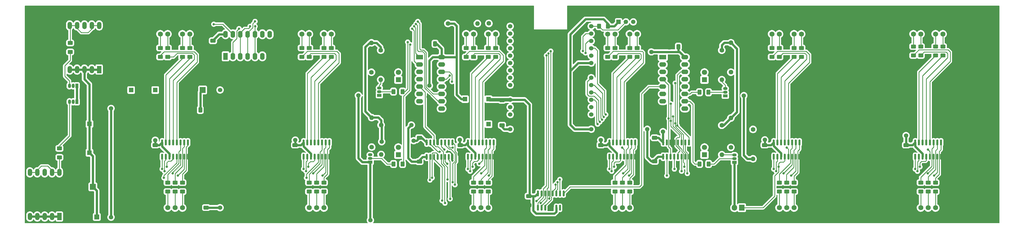
<source format=gbr>
%TF.GenerationSoftware,KiCad,Pcbnew,(6.0.10)*%
%TF.CreationDate,2023-02-22T22:23:03-03:00*%
%TF.ProjectId,SevenSegmentClock,53657665-6e53-4656-976d-656e74436c6f,rev?*%
%TF.SameCoordinates,Original*%
%TF.FileFunction,Copper,L1,Top*%
%TF.FilePolarity,Positive*%
%FSLAX46Y46*%
G04 Gerber Fmt 4.6, Leading zero omitted, Abs format (unit mm)*
G04 Created by KiCad (PCBNEW (6.0.10)) date 2023-02-22 22:23:03*
%MOMM*%
%LPD*%
G01*
G04 APERTURE LIST*
G04 Aperture macros list*
%AMRoundRect*
0 Rectangle with rounded corners*
0 $1 Rounding radius*
0 $2 $3 $4 $5 $6 $7 $8 $9 X,Y pos of 4 corners*
0 Add a 4 corners polygon primitive as box body*
4,1,4,$2,$3,$4,$5,$6,$7,$8,$9,$2,$3,0*
0 Add four circle primitives for the rounded corners*
1,1,$1+$1,$2,$3*
1,1,$1+$1,$4,$5*
1,1,$1+$1,$6,$7*
1,1,$1+$1,$8,$9*
0 Add four rect primitives between the rounded corners*
20,1,$1+$1,$2,$3,$4,$5,0*
20,1,$1+$1,$4,$5,$6,$7,0*
20,1,$1+$1,$6,$7,$8,$9,0*
20,1,$1+$1,$8,$9,$2,$3,0*%
G04 Aperture macros list end*
%TA.AperFunction,SMDPad,CuDef*%
%ADD10RoundRect,0.250000X-0.400000X-0.625000X0.400000X-0.625000X0.400000X0.625000X-0.400000X0.625000X0*%
%TD*%
%TA.AperFunction,SMDPad,CuDef*%
%ADD11RoundRect,0.250000X0.625000X-0.400000X0.625000X0.400000X-0.625000X0.400000X-0.625000X-0.400000X0*%
%TD*%
%TA.AperFunction,SMDPad,CuDef*%
%ADD12RoundRect,0.250000X-0.650000X0.412500X-0.650000X-0.412500X0.650000X-0.412500X0.650000X0.412500X0*%
%TD*%
%TA.AperFunction,ComponentPad*%
%ADD13R,1.600000X2.400000*%
%TD*%
%TA.AperFunction,ComponentPad*%
%ADD14O,1.600000X2.400000*%
%TD*%
%TA.AperFunction,SMDPad,CuDef*%
%ADD15RoundRect,0.250000X0.412500X0.650000X-0.412500X0.650000X-0.412500X-0.650000X0.412500X-0.650000X0*%
%TD*%
%TA.AperFunction,SMDPad,CuDef*%
%ADD16RoundRect,0.250000X-0.625000X0.400000X-0.625000X-0.400000X0.625000X-0.400000X0.625000X0.400000X0*%
%TD*%
%TA.AperFunction,SMDPad,CuDef*%
%ADD17RoundRect,0.150000X0.150000X-0.825000X0.150000X0.825000X-0.150000X0.825000X-0.150000X-0.825000X0*%
%TD*%
%TA.AperFunction,ComponentPad*%
%ADD18R,1.500000X1.050000*%
%TD*%
%TA.AperFunction,ComponentPad*%
%ADD19O,1.500000X1.050000*%
%TD*%
%TA.AperFunction,ComponentPad*%
%ADD20R,1.524000X1.524000*%
%TD*%
%TA.AperFunction,ComponentPad*%
%ADD21C,1.524000*%
%TD*%
%TA.AperFunction,ComponentPad*%
%ADD22R,1.700000X1.700000*%
%TD*%
%TA.AperFunction,ComponentPad*%
%ADD23R,1.600000X1.600000*%
%TD*%
%TA.AperFunction,ComponentPad*%
%ADD24C,1.600000*%
%TD*%
%TA.AperFunction,ComponentPad*%
%ADD25O,1.600000X1.600000*%
%TD*%
%TA.AperFunction,SMDPad,CuDef*%
%ADD26RoundRect,0.250000X0.400000X0.625000X-0.400000X0.625000X-0.400000X-0.625000X0.400000X-0.625000X0*%
%TD*%
%TA.AperFunction,ComponentPad*%
%ADD27R,1.050000X1.500000*%
%TD*%
%TA.AperFunction,ComponentPad*%
%ADD28O,1.050000X1.500000*%
%TD*%
%TA.AperFunction,SMDPad,CuDef*%
%ADD29RoundRect,0.250000X0.650000X-0.412500X0.650000X0.412500X-0.650000X0.412500X-0.650000X-0.412500X0*%
%TD*%
%TA.AperFunction,ComponentPad*%
%ADD30R,2.000000X2.000000*%
%TD*%
%TA.AperFunction,ComponentPad*%
%ADD31C,2.000000*%
%TD*%
%TA.AperFunction,ComponentPad*%
%ADD32R,2.400000X1.600000*%
%TD*%
%TA.AperFunction,ComponentPad*%
%ADD33O,2.400000X1.600000*%
%TD*%
%TA.AperFunction,ComponentPad*%
%ADD34R,1.500000X1.500000*%
%TD*%
%TA.AperFunction,ComponentPad*%
%ADD35C,1.500000*%
%TD*%
%TA.AperFunction,ComponentPad*%
%ADD36R,1.905000X2.000000*%
%TD*%
%TA.AperFunction,ComponentPad*%
%ADD37O,1.905000X2.000000*%
%TD*%
%TA.AperFunction,ComponentPad*%
%ADD38R,1.750000X1.750000*%
%TD*%
%TA.AperFunction,ComponentPad*%
%ADD39C,1.750000*%
%TD*%
%TA.AperFunction,ComponentPad*%
%ADD40R,1.524000X2.524000*%
%TD*%
%TA.AperFunction,ComponentPad*%
%ADD41O,1.524000X2.524000*%
%TD*%
%TA.AperFunction,ComponentPad*%
%ADD42R,1.800000X1.800000*%
%TD*%
%TA.AperFunction,ComponentPad*%
%ADD43C,1.800000*%
%TD*%
%TA.AperFunction,ViaPad*%
%ADD44C,0.800000*%
%TD*%
%TA.AperFunction,ViaPad*%
%ADD45C,1.500000*%
%TD*%
%TA.AperFunction,Conductor*%
%ADD46C,0.800000*%
%TD*%
%TA.AperFunction,Conductor*%
%ADD47C,0.250000*%
%TD*%
G04 APERTURE END LIST*
D10*
%TO.P,R38,1*%
%TO.N,Net-(R38-Pad1)*%
X281710800Y-105785000D03*
%TO.P,R38,2*%
%TO.N,Net-(Q4-Pad2)*%
X284810800Y-105785000D03*
%TD*%
D11*
%TO.P,R1,1*%
%TO.N,Net-(R1-Pad1)*%
X98382100Y-93599600D03*
%TO.P,R1,2*%
%TO.N,Net-(R1-Pad2)*%
X98382100Y-90499600D03*
%TD*%
D12*
%TO.P,C9,1*%
%TO.N,+12V*%
X304162200Y-124015100D03*
%TO.P,C9,2*%
%TO.N,GND*%
X304162200Y-127140100D03*
%TD*%
D13*
%TO.P,U9,1*%
%TO.N,/Display/DispDegree*%
X118337800Y-93371800D03*
D14*
%TO.P,U9,2*%
%TO.N,Net-(U10-Pad2)*%
X120877800Y-93371800D03*
%TO.P,U9,3*%
%TO.N,Net-(U10-Pad10)*%
X123417800Y-93371800D03*
%TO.P,U9,4*%
%TO.N,Net-(U10-Pad11)*%
X125957800Y-93371800D03*
%TO.P,U9,5*%
%TO.N,Net-(U10-Pad1)*%
X128497800Y-93371800D03*
%TO.P,U9,6,N.C.*%
%TO.N,unconnected-(U9-Pad6)*%
X131037800Y-93371800D03*
%TO.P,U9,7,GND*%
%TO.N,GND*%
X133577800Y-93371800D03*
%TO.P,U9,8,N.C.*%
%TO.N,unconnected-(U9-Pad8)*%
X133577800Y-85751800D03*
%TO.P,U9,9*%
%TO.N,+3.3V*%
X131037800Y-85751800D03*
%TO.P,U9,10*%
%TO.N,Net-(U10-Pad1)*%
X128497800Y-85751800D03*
%TO.P,U9,11*%
%TO.N,Net-(U10-Pad11)*%
X125957800Y-85751800D03*
%TO.P,U9,12*%
%TO.N,Net-(U10-Pad10)*%
X123417800Y-85751800D03*
%TO.P,U9,13*%
%TO.N,/Display/DispPercent*%
X120877800Y-85751800D03*
%TO.P,U9,14,Vcc*%
%TO.N,+3.3V*%
X118337800Y-85751800D03*
%TD*%
D15*
%TO.P,C3,1*%
%TO.N,+3.3V*%
X274416700Y-90065600D03*
%TO.P,C3,2*%
%TO.N,GND*%
X271291700Y-90065600D03*
%TD*%
D16*
%TO.P,R55,1*%
%TO.N,Net-(R55-Pad1)*%
X363050100Y-136981600D03*
%TO.P,R55,2*%
%TO.N,Net-(R55-Pad2)*%
X363050100Y-140081600D03*
%TD*%
D11*
%TO.P,R28,1*%
%TO.N,Net-(R28-Pad1)*%
X252560100Y-93599600D03*
%TO.P,R28,2*%
%TO.N,Net-(R28-Pad2)*%
X252560100Y-90499600D03*
%TD*%
D17*
%TO.P,U5,1,DB*%
%TO.N,Net-(U1-Pad1)*%
X201887100Y-128052600D03*
%TO.P,U5,2,DC*%
%TO.N,Net-(U1-Pad2)*%
X203157100Y-128052600D03*
%TO.P,U5,3,~{LT}*%
%TO.N,+12V*%
X204427100Y-128052600D03*
%TO.P,U5,4,~{BI}*%
%TO.N,/Display/~{BlkDispBuf}*%
X205697100Y-128052600D03*
%TO.P,U5,5,~{EL}*%
%TO.N,Net-(U5-Pad5)*%
X206967100Y-128052600D03*
%TO.P,U5,6,DD*%
%TO.N,Net-(U1-Pad6)*%
X208237100Y-128052600D03*
%TO.P,U5,7,DA*%
%TO.N,Net-(U1-Pad7)*%
X209507100Y-128052600D03*
%TO.P,U5,8,GND*%
%TO.N,GND*%
X210777100Y-128052600D03*
%TO.P,U5,9,Qe*%
%TO.N,Net-(R25-Pad1)*%
X210777100Y-123102600D03*
%TO.P,U5,10,Qd*%
%TO.N,Net-(R24-Pad1)*%
X209507100Y-123102600D03*
%TO.P,U5,11,Qc*%
%TO.N,Net-(R23-Pad1)*%
X208237100Y-123102600D03*
%TO.P,U5,12,Qb*%
%TO.N,Net-(R22-Pad1)*%
X206967100Y-123102600D03*
%TO.P,U5,13,Qa*%
%TO.N,Net-(R21-Pad1)*%
X205697100Y-123102600D03*
%TO.P,U5,14,Qg*%
%TO.N,Net-(R27-Pad1)*%
X204427100Y-123102600D03*
%TO.P,U5,15,Qf*%
%TO.N,Net-(R26-Pad1)*%
X203157100Y-123102600D03*
%TO.P,U5,16,Vdd*%
%TO.N,+12V*%
X201887100Y-123102600D03*
%TD*%
D18*
%TO.P,Q4,1,E*%
%TO.N,/Display/LedsGnd*%
X290612400Y-107051400D03*
D19*
%TO.P,Q4,2,B*%
%TO.N,Net-(Q4-Pad2)*%
X290612400Y-105781400D03*
%TO.P,Q4,3,C*%
%TO.N,Net-(D4-Pad1)*%
X290612400Y-104511400D03*
%TD*%
D20*
%TO.P,U15,1,IN-*%
%TO.N,GND*%
X134226600Y-145641200D03*
D21*
%TO.P,U15,2,OUT-*%
X134226600Y-105001200D03*
%TO.P,U15,3,OUT+*%
%TO.N,+5V*%
X116446600Y-105001200D03*
%TO.P,U15,4,IN+*%
%TO.N,+12V*%
X116446600Y-145641200D03*
%TD*%
D16*
%TO.P,R12,1*%
%TO.N,Net-(R12-Pad1)*%
X152230100Y-136981600D03*
%TO.P,R12,2*%
%TO.N,Net-(R12-Pad2)*%
X152230100Y-140081600D03*
%TD*%
D22*
%TO.P,J2,1,Pin_1*%
%TO.N,GND*%
X65761000Y-148823400D03*
%TD*%
D12*
%TO.P,C8,1*%
%TO.N,+12V*%
X199223400Y-124015100D03*
%TO.P,C8,2*%
%TO.N,GND*%
X199223400Y-127140100D03*
%TD*%
D18*
%TO.P,Q1,1,E*%
%TO.N,/Display/LedsGnd*%
X168190600Y-129926800D03*
D19*
%TO.P,Q1,2,B*%
%TO.N,Net-(Q1-Pad2)*%
X168190600Y-128656800D03*
%TO.P,Q1,3,C*%
%TO.N,Net-(D1-Pad1)*%
X168190600Y-127386800D03*
%TD*%
D23*
%TO.P,C23,1*%
%TO.N,+5V*%
X85799041Y-105018800D03*
D24*
%TO.P,C23,2*%
%TO.N,GND*%
X83299041Y-105018800D03*
%TD*%
%TO.P,R59,1*%
%TO.N,+12V*%
X300163200Y-118618000D03*
D25*
%TO.P,R59,2*%
%TO.N,/Display/LedsGnd*%
X300163200Y-128778000D03*
%TD*%
D12*
%TO.P,C14,1*%
%TO.N,+12V*%
X94090800Y-124015100D03*
%TO.P,C14,2*%
%TO.N,GND*%
X94090800Y-127140100D03*
%TD*%
D11*
%TO.P,R50,1*%
%TO.N,Net-(Q5-Pad3)*%
X64769200Y-91872400D03*
%TO.P,R50,2*%
%TO.N,Net-(R50-Pad2)*%
X64769200Y-88772400D03*
%TD*%
D16*
%TO.P,R5,1*%
%TO.N,Net-(R5-Pad1)*%
X103462100Y-136981600D03*
%TO.P,R5,2*%
%TO.N,Net-(R5-Pad2)*%
X103462100Y-140081600D03*
%TD*%
D26*
%TO.P,R15,1*%
%TO.N,Net-(R15-Pad1)*%
X179357600Y-130574000D03*
%TO.P,R15,2*%
%TO.N,Net-(Q1-Pad2)*%
X176257600Y-130574000D03*
%TD*%
D16*
%TO.P,R30,1*%
%TO.N,Net-(R30-Pad1)*%
X252560100Y-136981600D03*
%TO.P,R30,2*%
%TO.N,Net-(R30-Pad2)*%
X252560100Y-140081600D03*
%TD*%
D11*
%TO.P,R34,1*%
%TO.N,Net-(R34-Pad1)*%
X260180100Y-93599600D03*
%TO.P,R34,2*%
%TO.N,Net-(R34-Pad2)*%
X260180100Y-90499600D03*
%TD*%
D23*
%TO.P,C15,1*%
%TO.N,+5V*%
X208986200Y-116806359D03*
D24*
%TO.P,C15,2*%
%TO.N,GND*%
X208986200Y-114306359D03*
%TD*%
D16*
%TO.P,R52,1*%
%TO.N,Net-(R52-Pad1)*%
X360510100Y-136981600D03*
%TO.P,R52,2*%
%TO.N,Net-(R52-Pad2)*%
X360510100Y-140081600D03*
%TD*%
%TO.P,R43,1*%
%TO.N,Net-(R43-Pad1)*%
X309202100Y-136981600D03*
%TO.P,R43,2*%
%TO.N,Net-(R43-Pad2)*%
X309202100Y-140081600D03*
%TD*%
D24*
%TO.P,R19,1*%
%TO.N,Net-(D2-Pad2)*%
X168635000Y-98873200D03*
D25*
%TO.P,R19,2*%
%TO.N,+12V*%
X168635000Y-88713200D03*
%TD*%
D23*
%TO.P,C24,1*%
%TO.N,+5V*%
X94105759Y-105018800D03*
D24*
%TO.P,C24,2*%
%TO.N,GND*%
X91605759Y-105018800D03*
%TD*%
D11*
%TO.P,R29,1*%
%TO.N,Net-(R29-Pad1)*%
X250020100Y-93599600D03*
%TO.P,R29,2*%
%TO.N,Net-(R29-Pad2)*%
X250020100Y-90499600D03*
%TD*%
D12*
%TO.P,C10,1*%
%TO.N,+12V*%
X352916200Y-124015100D03*
%TO.P,C10,2*%
%TO.N,GND*%
X352916200Y-127140100D03*
%TD*%
D16*
%TO.P,R11,1*%
%TO.N,Net-(R11-Pad1)*%
X149690100Y-136981600D03*
%TO.P,R11,2*%
%TO.N,Net-(R11-Pad2)*%
X149690100Y-140081600D03*
%TD*%
%TO.P,R54,1*%
%TO.N,Net-(Q6-Pad3)*%
X61078600Y-125179100D03*
%TO.P,R54,2*%
%TO.N,Net-(R54-Pad2)*%
X61078600Y-128279100D03*
%TD*%
D21*
%TO.P,U13,1,ADC0*%
%TO.N,Net-(R60-Pad1)*%
X216452100Y-82993600D03*
%TO.P,U13,2,Reserved*%
%TO.N,unconnected-(U13-Pad2)*%
X216452100Y-85533600D03*
%TO.P,U13,3,Reserved*%
%TO.N,unconnected-(U13-Pad3)*%
X216452100Y-88073600D03*
%TO.P,U13,4,GPIO10*%
%TO.N,unconnected-(U13-Pad4)*%
X216452100Y-90613600D03*
%TO.P,U13,5,GPIO9*%
%TO.N,unconnected-(U13-Pad5)*%
X216452100Y-93153600D03*
%TO.P,U13,6,MOSI*%
%TO.N,unconnected-(U13-Pad6)*%
X216452100Y-95693600D03*
%TO.P,U13,7,CS*%
%TO.N,unconnected-(U13-Pad7)*%
X216452100Y-98233600D03*
%TO.P,U13,8,MISO*%
%TO.N,unconnected-(U13-Pad8)*%
X216452100Y-100773600D03*
%TO.P,U13,9,SCLK*%
%TO.N,unconnected-(U13-Pad9)*%
X216452100Y-103313600D03*
%TO.P,U13,10,GND*%
%TO.N,GND*%
X216452100Y-105853600D03*
%TO.P,U13,11,3v3*%
%TO.N,+3.3V*%
X216452100Y-108393600D03*
%TO.P,U13,12,EN*%
%TO.N,unconnected-(U13-Pad12)*%
X216452100Y-110933600D03*
%TO.P,U13,13,Reset*%
%TO.N,unconnected-(U13-Pad13)*%
X216452100Y-113473600D03*
%TO.P,U13,14,GND*%
%TO.N,GND*%
X216452100Y-116013600D03*
%TO.P,U13,15,Vin*%
%TO.N,+5V*%
X216452100Y-118553600D03*
%TO.P,U13,16,3v3*%
%TO.N,+3.3V*%
X244392100Y-118553600D03*
%TO.P,U13,17,GND*%
%TO.N,GND*%
X244392100Y-116013600D03*
%TO.P,U13,18,GPIO1*%
%TO.N,unconnected-(U13-Pad18)*%
X244392100Y-113473600D03*
%TO.P,U13,19,GPIO3*%
%TO.N,unconnected-(U13-Pad19)*%
X244392100Y-110933600D03*
%TO.P,U13,20,GPIO15*%
%TO.N,DispD*%
X244392100Y-108393600D03*
%TO.P,U13,21,GPIO13*%
%TO.N,DispB*%
X244392100Y-105853600D03*
%TO.P,U13,22,GPIO12*%
%TO.N,DispA*%
X244392100Y-103313600D03*
%TO.P,U13,23,GPIO14*%
%TO.N,DispC*%
X244392100Y-100773600D03*
%TO.P,U13,24,GND*%
%TO.N,GND*%
X244392100Y-98233600D03*
%TO.P,U13,25,3v3*%
%TO.N,+3.3V*%
X244392100Y-95693600D03*
%TO.P,U13,26,GPIO2*%
%TO.N,DispSel0*%
X244392100Y-93153600D03*
%TO.P,U13,27,GPIO0*%
%TO.N,~{BlkDisp}*%
X244392100Y-90613600D03*
%TO.P,U13,28,GPIO4*%
%TO.N,DispSel1*%
X244392100Y-88073600D03*
%TO.P,U13,29,GPIO5*%
%TO.N,DispSel2*%
X244392100Y-85533600D03*
%TO.P,U13,30,GPIO16*%
%TO.N,Net-(R62-Pad1)*%
X244392100Y-82993600D03*
%TD*%
D11*
%TO.P,R48,1*%
%TO.N,Net-(R48-Pad1)*%
X357970100Y-93091600D03*
%TO.P,R48,2*%
%TO.N,Net-(R48-Pad2)*%
X357970100Y-89991600D03*
%TD*%
D16*
%TO.P,R10,1*%
%TO.N,Net-(R10-Pad1)*%
X147150100Y-136981600D03*
%TO.P,R10,2*%
%TO.N,Net-(R10-Pad2)*%
X147150100Y-140081600D03*
%TD*%
D11*
%TO.P,R7,1*%
%TO.N,Net-(R7-Pad1)*%
X106002100Y-93599600D03*
%TO.P,R7,2*%
%TO.N,Net-(R7-Pad2)*%
X106002100Y-90499600D03*
%TD*%
%TO.P,R46,1*%
%TO.N,Net-(R46-Pad1)*%
X314282100Y-93599600D03*
%TO.P,R46,2*%
%TO.N,Net-(R46-Pad2)*%
X314282100Y-90499600D03*
%TD*%
D16*
%TO.P,R32,1*%
%TO.N,Net-(R32-Pad1)*%
X257640100Y-136981600D03*
%TO.P,R32,2*%
%TO.N,Net-(R32-Pad2)*%
X257640100Y-140081600D03*
%TD*%
D24*
%TO.P,R16,1*%
%TO.N,Net-(D1-Pad2)*%
X168707200Y-124720000D03*
D25*
%TO.P,R16,2*%
%TO.N,+12V*%
X168707200Y-114560000D03*
%TD*%
D16*
%TO.P,R44,1*%
%TO.N,Net-(R44-Pad1)*%
X311742100Y-136981600D03*
%TO.P,R44,2*%
%TO.N,Net-(R44-Pad2)*%
X311742100Y-140081600D03*
%TD*%
D11*
%TO.P,R21,1*%
%TO.N,Net-(R21-Pad1)*%
X203792100Y-93599600D03*
%TO.P,R21,2*%
%TO.N,Net-(R21-Pad2)*%
X203792100Y-90499600D03*
%TD*%
D17*
%TO.P,U12,1,DB*%
%TO.N,Net-(U1-Pad1)*%
X356065100Y-128052600D03*
%TO.P,U12,2,DC*%
%TO.N,Net-(U1-Pad2)*%
X357335100Y-128052600D03*
%TO.P,U12,3,~{LT}*%
%TO.N,+12V*%
X358605100Y-128052600D03*
%TO.P,U12,4,~{BI}*%
%TO.N,/Display/~{BlkDispBuf}*%
X359875100Y-128052600D03*
%TO.P,U12,5,~{EL}*%
%TO.N,Net-(U12-Pad5)*%
X361145100Y-128052600D03*
%TO.P,U12,6,DD*%
%TO.N,Net-(U1-Pad6)*%
X362415100Y-128052600D03*
%TO.P,U12,7,DA*%
%TO.N,Net-(U1-Pad7)*%
X363685100Y-128052600D03*
%TO.P,U12,8,GND*%
%TO.N,GND*%
X364955100Y-128052600D03*
%TO.P,U12,9,Qe*%
%TO.N,Net-(R55-Pad1)*%
X364955100Y-123102600D03*
%TO.P,U12,10,Qd*%
%TO.N,Net-(R52-Pad1)*%
X363685100Y-123102600D03*
%TO.P,U12,11,Qc*%
%TO.N,Net-(R51-Pad1)*%
X362415100Y-123102600D03*
%TO.P,U12,12,Qb*%
%TO.N,Net-(R49-Pad1)*%
X361145100Y-123102600D03*
%TO.P,U12,13,Qa*%
%TO.N,Net-(R48-Pad1)*%
X359875100Y-123102600D03*
%TO.P,U12,14,Qg*%
%TO.N,Net-(R57-Pad1)*%
X358605100Y-123102600D03*
%TO.P,U12,15,Qf*%
%TO.N,Net-(R56-Pad1)*%
X357335100Y-123102600D03*
%TO.P,U12,16,Vdd*%
%TO.N,+12V*%
X356065100Y-123102600D03*
%TD*%
D24*
%TO.P,R17,1*%
%TO.N,+12V*%
X171956200Y-117120600D03*
D25*
%TO.P,R17,2*%
%TO.N,Net-(D1-Pad1)*%
X171956200Y-127280600D03*
%TD*%
D27*
%TO.P,Q5,1,E*%
%TO.N,/Display/LedsGnd*%
X67077400Y-103556400D03*
D28*
%TO.P,Q5,2,B*%
%TO.N,Net-(Q5-Pad2)*%
X65807400Y-103556400D03*
%TO.P,Q5,3,C*%
%TO.N,Net-(Q5-Pad3)*%
X64537400Y-103556400D03*
%TD*%
D12*
%TO.P,C12,1*%
%TO.N,+12V*%
X142313400Y-124015100D03*
%TO.P,C12,2*%
%TO.N,GND*%
X142313400Y-127140100D03*
%TD*%
D16*
%TO.P,R23,1*%
%TO.N,Net-(R23-Pad1)*%
X203792100Y-136981600D03*
%TO.P,R23,2*%
%TO.N,Net-(R23-Pad2)*%
X203792100Y-140081600D03*
%TD*%
D24*
%TO.P,R39,1*%
%TO.N,Net-(D4-Pad2)*%
X292528400Y-98856800D03*
D25*
%TO.P,R39,2*%
%TO.N,+12V*%
X292528400Y-88696800D03*
%TD*%
D27*
%TO.P,Q6,1,E*%
%TO.N,/Display/LedsGnd*%
X67077400Y-109075000D03*
D28*
%TO.P,Q6,2,B*%
%TO.N,Net-(Q6-Pad2)*%
X65807400Y-109075000D03*
%TO.P,Q6,3,C*%
%TO.N,Net-(Q6-Pad3)*%
X64537400Y-109075000D03*
%TD*%
D29*
%TO.P,C1,1*%
%TO.N,+3.3V*%
X185174600Y-129729600D03*
%TO.P,C1,2*%
%TO.N,GND*%
X185174600Y-126604600D03*
%TD*%
D16*
%TO.P,R25,1*%
%TO.N,Net-(R25-Pad1)*%
X208872100Y-136981600D03*
%TO.P,R25,2*%
%TO.N,Net-(R25-Pad2)*%
X208872100Y-140081600D03*
%TD*%
%TO.P,R4,1*%
%TO.N,Net-(R4-Pad1)*%
X100922100Y-136981600D03*
%TO.P,R4,2*%
%TO.N,Net-(R4-Pad2)*%
X100922100Y-140081600D03*
%TD*%
D15*
%TO.P,C4,1*%
%TO.N,+3.3V*%
X190552900Y-89049600D03*
%TO.P,C4,2*%
%TO.N,GND*%
X187427900Y-89049600D03*
%TD*%
D29*
%TO.P,C17,1*%
%TO.N,+3.3V*%
X213628000Y-108553720D03*
%TO.P,C17,2*%
%TO.N,GND*%
X213628000Y-105428720D03*
%TD*%
D11*
%TO.P,R2,1*%
%TO.N,Net-(R2-Pad1)*%
X95842100Y-93599600D03*
%TO.P,R2,2*%
%TO.N,Net-(R2-Pad2)*%
X95842100Y-90499600D03*
%TD*%
D17*
%TO.P,U2,1,Vref*%
%TO.N,+3.3V*%
X269189200Y-128052600D03*
%TO.P,U2,2,Aout*%
%TO.N,Net-(U1-Pad7)*%
X270459200Y-128052600D03*
%TO.P,U2,3,Ain*%
%TO.N,DispA*%
X271729200Y-128052600D03*
%TO.P,U2,4,Bout*%
%TO.N,Net-(U1-Pad1)*%
X272999200Y-128052600D03*
%TO.P,U2,5,Bin*%
%TO.N,DispB*%
X274269200Y-128052600D03*
%TO.P,U2,6,Cout*%
%TO.N,Net-(U1-Pad2)*%
X275539200Y-128052600D03*
%TO.P,U2,7,Cin*%
%TO.N,DispC*%
X276809200Y-128052600D03*
%TO.P,U2,8,GND*%
%TO.N,GND*%
X278079200Y-128052600D03*
%TO.P,U2,9,Din*%
%TO.N,DispD*%
X278079200Y-123102600D03*
%TO.P,U2,10,Dout*%
%TO.N,Net-(U1-Pad6)*%
X276809200Y-123102600D03*
%TO.P,U2,11,Ein*%
%TO.N,~{BlkDisp}*%
X275539200Y-123102600D03*
%TO.P,U2,12,Eout*%
%TO.N,/Display/~{BlkDispBuf}*%
X274269200Y-123102600D03*
%TO.P,U2,13,Select*%
%TO.N,GND*%
X272999200Y-123102600D03*
%TO.P,U2,14,Fin*%
X271729200Y-123102600D03*
%TO.P,U2,15,Fout*%
%TO.N,unconnected-(U2-Pad15)*%
X270459200Y-123102600D03*
%TO.P,U2,16,VDD*%
%TO.N,+12V*%
X269189200Y-123102600D03*
%TD*%
D16*
%TO.P,R31,1*%
%TO.N,Net-(R31-Pad1)*%
X255100100Y-136981600D03*
%TO.P,R31,2*%
%TO.N,Net-(R31-Pad2)*%
X255100100Y-140081600D03*
%TD*%
D17*
%TO.P,U1,1,DB*%
%TO.N,Net-(U1-Pad1)*%
X96477100Y-128052600D03*
%TO.P,U1,2,DC*%
%TO.N,Net-(U1-Pad2)*%
X97747100Y-128052600D03*
%TO.P,U1,3,~{LT}*%
%TO.N,+12V*%
X99017100Y-128052600D03*
%TO.P,U1,4,~{BI}*%
%TO.N,/Display/~{BlkDispBuf}*%
X100287100Y-128052600D03*
%TO.P,U1,5,~{EL}*%
%TO.N,Net-(U1-Pad5)*%
X101557100Y-128052600D03*
%TO.P,U1,6,DD*%
%TO.N,Net-(U1-Pad6)*%
X102827100Y-128052600D03*
%TO.P,U1,7,DA*%
%TO.N,Net-(U1-Pad7)*%
X104097100Y-128052600D03*
%TO.P,U1,8,GND*%
%TO.N,GND*%
X105367100Y-128052600D03*
%TO.P,U1,9,Qe*%
%TO.N,Net-(R5-Pad1)*%
X105367100Y-123102600D03*
%TO.P,U1,10,Qd*%
%TO.N,Net-(R4-Pad1)*%
X104097100Y-123102600D03*
%TO.P,U1,11,Qc*%
%TO.N,Net-(R3-Pad1)*%
X102827100Y-123102600D03*
%TO.P,U1,12,Qb*%
%TO.N,Net-(R2-Pad1)*%
X101557100Y-123102600D03*
%TO.P,U1,13,Qa*%
%TO.N,Net-(R1-Pad1)*%
X100287100Y-123102600D03*
%TO.P,U1,14,Qg*%
%TO.N,Net-(R7-Pad1)*%
X99017100Y-123102600D03*
%TO.P,U1,15,Qf*%
%TO.N,Net-(R6-Pad1)*%
X97747100Y-123102600D03*
%TO.P,U1,16,Vdd*%
%TO.N,+12V*%
X96477100Y-123102600D03*
%TD*%
%TO.P,U7,1,A0*%
%TO.N,DispSel0*%
X225977100Y-145685000D03*
%TO.P,U7,2,A1*%
%TO.N,DispSel1*%
X227247100Y-145685000D03*
%TO.P,U7,3,A2*%
%TO.N,DispSel2*%
X228517100Y-145685000D03*
%TO.P,U7,4,E1*%
%TO.N,GND*%
X229787100Y-145685000D03*
%TO.P,U7,5,E2*%
X231057100Y-145685000D03*
%TO.P,U7,6,E3*%
%TO.N,+3.3V*%
X232327100Y-145685000D03*
%TO.P,U7,7,O7*%
%TO.N,unconnected-(U7-Pad7)*%
X233597100Y-145685000D03*
%TO.P,U7,8,GND*%
%TO.N,GND*%
X234867100Y-145685000D03*
%TO.P,U7,9,O6*%
%TO.N,/Display/DotsClk*%
X234867100Y-140735000D03*
%TO.P,U7,10,O5*%
%TO.N,Net-(U10-Pad5)*%
X233597100Y-140735000D03*
%TO.P,U7,11,O4*%
%TO.N,Net-(U6-Pad11)*%
X232327100Y-140735000D03*
%TO.P,U7,12,O3*%
%TO.N,Net-(U6-Pad9)*%
X231057100Y-140735000D03*
%TO.P,U7,13,O2*%
%TO.N,Net-(U6-Pad7)*%
X229787100Y-140735000D03*
%TO.P,U7,14,O1*%
%TO.N,Net-(U6-Pad5)*%
X228517100Y-140735000D03*
%TO.P,U7,15,O0*%
%TO.N,Net-(U6-Pad3)*%
X227247100Y-140735000D03*
%TO.P,U7,16,VCC*%
%TO.N,+3.3V*%
X225977100Y-140735000D03*
%TD*%
D11*
%TO.P,R13,1*%
%TO.N,Net-(R13-Pad1)*%
X152230100Y-93599600D03*
%TO.P,R13,2*%
%TO.N,Net-(R13-Pad2)*%
X152230100Y-90499600D03*
%TD*%
D16*
%TO.P,R51,1*%
%TO.N,Net-(R51-Pad1)*%
X357970100Y-136981600D03*
%TO.P,R51,2*%
%TO.N,Net-(R51-Pad2)*%
X357970100Y-140081600D03*
%TD*%
%TO.P,R3,1*%
%TO.N,Net-(R3-Pad1)*%
X98382100Y-136981600D03*
%TO.P,R3,2*%
%TO.N,Net-(R3-Pad2)*%
X98382100Y-140081600D03*
%TD*%
D11*
%TO.P,R47,1*%
%TO.N,Net-(R47-Pad1)*%
X316844100Y-93599600D03*
%TO.P,R47,2*%
%TO.N,Net-(R47-Pad2)*%
X316844100Y-90499600D03*
%TD*%
D10*
%TO.P,R35,1*%
%TO.N,Net-(R35-Pad1)*%
X281736200Y-130536000D03*
%TO.P,R35,2*%
%TO.N,Net-(Q3-Pad2)*%
X284836200Y-130536000D03*
%TD*%
D17*
%TO.P,U11,1,DB*%
%TO.N,Net-(U1-Pad1)*%
X307297100Y-128052600D03*
%TO.P,U11,2,DC*%
%TO.N,Net-(U1-Pad2)*%
X308567100Y-128052600D03*
%TO.P,U11,3,~{LT}*%
%TO.N,+12V*%
X309837100Y-128052600D03*
%TO.P,U11,4,~{BI}*%
%TO.N,/Display/~{BlkDispBuf}*%
X311107100Y-128052600D03*
%TO.P,U11,5,~{EL}*%
%TO.N,Net-(U11-Pad5)*%
X312377100Y-128052600D03*
%TO.P,U11,6,DD*%
%TO.N,Net-(U1-Pad6)*%
X313647100Y-128052600D03*
%TO.P,U11,7,DA*%
%TO.N,Net-(U1-Pad7)*%
X314917100Y-128052600D03*
%TO.P,U11,8,GND*%
%TO.N,GND*%
X316187100Y-128052600D03*
%TO.P,U11,9,Qe*%
%TO.N,Net-(R45-Pad1)*%
X316187100Y-123102600D03*
%TO.P,U11,10,Qd*%
%TO.N,Net-(R44-Pad1)*%
X314917100Y-123102600D03*
%TO.P,U11,11,Qc*%
%TO.N,Net-(R43-Pad1)*%
X313647100Y-123102600D03*
%TO.P,U11,12,Qb*%
%TO.N,Net-(R42-Pad1)*%
X312377100Y-123102600D03*
%TO.P,U11,13,Qa*%
%TO.N,Net-(R41-Pad1)*%
X311107100Y-123102600D03*
%TO.P,U11,14,Qg*%
%TO.N,Net-(R47-Pad1)*%
X309837100Y-123102600D03*
%TO.P,U11,15,Qf*%
%TO.N,Net-(R46-Pad1)*%
X308567100Y-123102600D03*
%TO.P,U11,16,Vdd*%
%TO.N,+12V*%
X307297100Y-123102600D03*
%TD*%
D29*
%TO.P,C16,1*%
%TO.N,+5V*%
X213628000Y-117186479D03*
%TO.P,C16,2*%
%TO.N,GND*%
X213628000Y-114061479D03*
%TD*%
D24*
%TO.P,R40,1*%
%TO.N,+12V*%
X289391800Y-91288000D03*
D25*
%TO.P,R40,2*%
%TO.N,Net-(D4-Pad1)*%
X289391800Y-101448000D03*
%TD*%
D30*
%TO.P,C26,1*%
%TO.N,+12V*%
X72612646Y-138440200D03*
D31*
%TO.P,C26,2*%
%TO.N,GND*%
X67612646Y-138440200D03*
%TD*%
D23*
%TO.P,C18,1*%
%TO.N,+3.3V*%
X200888600Y-108173600D03*
D24*
%TO.P,C18,2*%
%TO.N,GND*%
X200888600Y-105673600D03*
%TD*%
%TO.P,R36,1*%
%TO.N,Net-(D3-Pad2)*%
X292524000Y-124828800D03*
D25*
%TO.P,R36,2*%
%TO.N,+12V*%
X292524000Y-114668800D03*
%TD*%
D16*
%TO.P,R45,1*%
%TO.N,Net-(R45-Pad1)*%
X314282100Y-136981600D03*
%TO.P,R45,2*%
%TO.N,Net-(R45-Pad2)*%
X314282100Y-140081600D03*
%TD*%
D23*
%TO.P,C21,1*%
%TO.N,+12V*%
X71427349Y-116731800D03*
D24*
%TO.P,C21,2*%
%TO.N,GND*%
X68927349Y-116731800D03*
%TD*%
D11*
%TO.P,R9,1*%
%TO.N,Net-(R9-Pad1)*%
X144610100Y-93599600D03*
%TO.P,R9,2*%
%TO.N,Net-(R9-Pad2)*%
X144610100Y-90499600D03*
%TD*%
D32*
%TO.P,U10,1*%
%TO.N,Net-(U10-Pad1)*%
X185190400Y-93667400D03*
D33*
%TO.P,U10,2*%
%TO.N,Net-(U10-Pad2)*%
X185190400Y-96207400D03*
%TO.P,U10,3*%
%TO.N,unconnected-(U10-Pad3)*%
X185190400Y-98747400D03*
%TO.P,U10,4*%
%TO.N,DispA*%
X185190400Y-101287400D03*
%TO.P,U10,5,Clk*%
%TO.N,Net-(U10-Pad5)*%
X185190400Y-103827400D03*
%TO.P,U10,6,Pol*%
%TO.N,+3.3V*%
X185190400Y-106367400D03*
%TO.P,U10,7*%
%TO.N,DispB*%
X185190400Y-108907400D03*
%TO.P,U10,8,GND*%
%TO.N,GND*%
X185190400Y-111447400D03*
%TO.P,U10,9*%
%TO.N,unconnected-(U10-Pad9)*%
X192810400Y-111447400D03*
%TO.P,U10,10*%
%TO.N,Net-(U10-Pad10)*%
X192810400Y-108907400D03*
%TO.P,U10,11*%
%TO.N,Net-(U10-Pad11)*%
X192810400Y-106367400D03*
%TO.P,U10,12*%
%TO.N,unconnected-(U10-Pad12)*%
X192810400Y-103827400D03*
%TO.P,U10,13*%
%TO.N,DispC*%
X192810400Y-101287400D03*
%TO.P,U10,14*%
%TO.N,DispD*%
X192810400Y-98747400D03*
%TO.P,U10,15*%
%TO.N,unconnected-(U10-Pad15)*%
X192810400Y-96207400D03*
%TO.P,U10,16,Vcc*%
%TO.N,+3.3V*%
X192810400Y-93667400D03*
%TD*%
D17*
%TO.P,U8,1,DB*%
%TO.N,Net-(U1-Pad1)*%
X250655100Y-128052600D03*
%TO.P,U8,2,DC*%
%TO.N,Net-(U1-Pad2)*%
X251925100Y-128052600D03*
%TO.P,U8,3,~{LT}*%
%TO.N,+12V*%
X253195100Y-128052600D03*
%TO.P,U8,4,~{BI}*%
%TO.N,/Display/~{BlkDispBuf}*%
X254465100Y-128052600D03*
%TO.P,U8,5,~{EL}*%
%TO.N,Net-(U6-Pad10)*%
X255735100Y-128052600D03*
%TO.P,U8,6,DD*%
%TO.N,Net-(U1-Pad6)*%
X257005100Y-128052600D03*
%TO.P,U8,7,DA*%
%TO.N,Net-(U1-Pad7)*%
X258275100Y-128052600D03*
%TO.P,U8,8,GND*%
%TO.N,GND*%
X259545100Y-128052600D03*
%TO.P,U8,9,Qe*%
%TO.N,Net-(R32-Pad1)*%
X259545100Y-123102600D03*
%TO.P,U8,10,Qd*%
%TO.N,Net-(R31-Pad1)*%
X258275100Y-123102600D03*
%TO.P,U8,11,Qc*%
%TO.N,Net-(R30-Pad1)*%
X257005100Y-123102600D03*
%TO.P,U8,12,Qb*%
%TO.N,Net-(R29-Pad1)*%
X255735100Y-123102600D03*
%TO.P,U8,13,Qa*%
%TO.N,Net-(R28-Pad1)*%
X254465100Y-123102600D03*
%TO.P,U8,14,Qg*%
%TO.N,Net-(R34-Pad1)*%
X253195100Y-123102600D03*
%TO.P,U8,15,Qf*%
%TO.N,Net-(R33-Pad1)*%
X251925100Y-123102600D03*
%TO.P,U8,16,Vdd*%
%TO.N,+12V*%
X250655100Y-123102600D03*
%TD*%
D22*
%TO.P,J1,1,Pin_1*%
%TO.N,+12V*%
X73960800Y-148823400D03*
%TD*%
D32*
%TO.P,U4,1*%
%TO.N,Net-(R18-Pad1)*%
X269054200Y-93667400D03*
D33*
%TO.P,U4,2*%
%TO.N,Net-(R15-Pad1)*%
X269054200Y-96207400D03*
%TO.P,U4,3*%
%TO.N,unconnected-(U4-Pad3)*%
X269054200Y-98747400D03*
%TO.P,U4,4*%
%TO.N,DispA*%
X269054200Y-101287400D03*
%TO.P,U4,5,Clk*%
%TO.N,/Display/DotsClk*%
X269054200Y-103827400D03*
%TO.P,U4,6,Pol*%
%TO.N,+3.3V*%
X269054200Y-106367400D03*
%TO.P,U4,7*%
%TO.N,DispB*%
X269054200Y-108907400D03*
%TO.P,U4,8,GND*%
%TO.N,GND*%
X269054200Y-111447400D03*
%TO.P,U4,9*%
%TO.N,unconnected-(U4-Pad9)*%
X276674200Y-111447400D03*
%TO.P,U4,10*%
%TO.N,Net-(R35-Pad1)*%
X276674200Y-108907400D03*
%TO.P,U4,11*%
%TO.N,Net-(R38-Pad1)*%
X276674200Y-106367400D03*
%TO.P,U4,12*%
%TO.N,unconnected-(U4-Pad12)*%
X276674200Y-103827400D03*
%TO.P,U4,13*%
%TO.N,DispC*%
X276674200Y-101287400D03*
%TO.P,U4,14*%
%TO.N,DispD*%
X276674200Y-98747400D03*
%TO.P,U4,15*%
%TO.N,unconnected-(U4-Pad15)*%
X276674200Y-96207400D03*
%TO.P,U4,16,Vcc*%
%TO.N,+3.3V*%
X276674200Y-93667400D03*
%TD*%
D10*
%TO.P,R62,1*%
%TO.N,Net-(R62-Pad1)*%
X247057400Y-82971400D03*
%TO.P,R62,2*%
%TO.N,+3.3V*%
X250157400Y-82971400D03*
%TD*%
D30*
%TO.P,C27,1*%
%TO.N,+5V*%
X110446154Y-105018800D03*
D31*
%TO.P,C27,2*%
%TO.N,GND*%
X105446154Y-105018800D03*
%TD*%
D26*
%TO.P,R18,1*%
%TO.N,Net-(R18-Pad1)*%
X179324200Y-105569400D03*
%TO.P,R18,2*%
%TO.N,Net-(Q2-Pad2)*%
X176224200Y-105569400D03*
%TD*%
D34*
%TO.P,U14,1,VCC*%
%TO.N,+3.3V*%
X253819200Y-81486600D03*
D35*
%TO.P,U14,2,IO*%
%TO.N,Net-(R62-Pad1)*%
X256359200Y-81486600D03*
%TO.P,U14,3,NC*%
%TO.N,unconnected-(U14-Pad3)*%
X258899200Y-81486600D03*
%TO.P,U14,4,GND*%
%TO.N,GND*%
X261439200Y-81486600D03*
%TD*%
D17*
%TO.P,U3,1,DB*%
%TO.N,Net-(U1-Pad1)*%
X145245100Y-128052600D03*
%TO.P,U3,2,DC*%
%TO.N,Net-(U1-Pad2)*%
X146515100Y-128052600D03*
%TO.P,U3,3,~{LT}*%
%TO.N,+12V*%
X147785100Y-128052600D03*
%TO.P,U3,4,~{BI}*%
%TO.N,/Display/~{BlkDispBuf}*%
X149055100Y-128052600D03*
%TO.P,U3,5,~{EL}*%
%TO.N,Net-(U3-Pad5)*%
X150325100Y-128052600D03*
%TO.P,U3,6,DD*%
%TO.N,Net-(U1-Pad6)*%
X151595100Y-128052600D03*
%TO.P,U3,7,DA*%
%TO.N,Net-(U1-Pad7)*%
X152865100Y-128052600D03*
%TO.P,U3,8,GND*%
%TO.N,GND*%
X154135100Y-128052600D03*
%TO.P,U3,9,Qe*%
%TO.N,Net-(R12-Pad1)*%
X154135100Y-123102600D03*
%TO.P,U3,10,Qd*%
%TO.N,Net-(R11-Pad1)*%
X152865100Y-123102600D03*
%TO.P,U3,11,Qc*%
%TO.N,Net-(R10-Pad1)*%
X151595100Y-123102600D03*
%TO.P,U3,12,Qb*%
%TO.N,Net-(R9-Pad1)*%
X150325100Y-123102600D03*
%TO.P,U3,13,Qa*%
%TO.N,Net-(R8-Pad1)*%
X149055100Y-123102600D03*
%TO.P,U3,14,Qg*%
%TO.N,Net-(R14-Pad1)*%
X147785100Y-123102600D03*
%TO.P,U3,15,Qf*%
%TO.N,Net-(R13-Pad1)*%
X146515100Y-123102600D03*
%TO.P,U3,16,Vdd*%
%TO.N,+12V*%
X145245100Y-123102600D03*
%TD*%
D24*
%TO.P,R61,1*%
%TO.N,+3.3V*%
X194988000Y-82030600D03*
D25*
%TO.P,R61,2*%
%TO.N,Net-(R60-Pad1)*%
X205148000Y-82030600D03*
%TD*%
D29*
%TO.P,C19,1*%
%TO.N,+12V*%
X111647000Y-145605900D03*
%TO.P,C19,2*%
%TO.N,GND*%
X111647000Y-142480900D03*
%TD*%
D15*
%TO.P,C22,1*%
%TO.N,+5V*%
X109640977Y-111900000D03*
%TO.P,C22,2*%
%TO.N,GND*%
X106515977Y-111900000D03*
%TD*%
D18*
%TO.P,Q3,1,E*%
%TO.N,/Display/LedsGnd*%
X293735400Y-129962200D03*
D19*
%TO.P,Q3,2,B*%
%TO.N,Net-(Q3-Pad2)*%
X293735400Y-128692200D03*
%TO.P,Q3,3,C*%
%TO.N,Net-(D3-Pad1)*%
X293735400Y-127422200D03*
%TD*%
D18*
%TO.P,Q2,1,E*%
%TO.N,/Display/LedsGnd*%
X171354200Y-106830400D03*
D19*
%TO.P,Q2,2,B*%
%TO.N,Net-(Q2-Pad2)*%
X171354200Y-105560400D03*
%TO.P,Q2,3,C*%
%TO.N,Net-(D2-Pad1)*%
X171354200Y-104290400D03*
%TD*%
D11*
%TO.P,R33,1*%
%TO.N,Net-(R33-Pad1)*%
X257640100Y-93599600D03*
%TO.P,R33,2*%
%TO.N,Net-(R33-Pad2)*%
X257640100Y-90499600D03*
%TD*%
%TO.P,R27,1*%
%TO.N,Net-(R27-Pad1)*%
X211412100Y-93599600D03*
%TO.P,R27,2*%
%TO.N,Net-(R27-Pad2)*%
X211412100Y-90499600D03*
%TD*%
%TO.P,R56,1*%
%TO.N,Net-(R56-Pad1)*%
X363050100Y-93091600D03*
%TO.P,R56,2*%
%TO.N,Net-(R56-Pad2)*%
X363050100Y-89991600D03*
%TD*%
%TO.P,R22,1*%
%TO.N,Net-(R22-Pad1)*%
X201252100Y-93599600D03*
%TO.P,R22,2*%
%TO.N,Net-(R22-Pad2)*%
X201252100Y-90499600D03*
%TD*%
%TO.P,R26,1*%
%TO.N,Net-(R26-Pad1)*%
X208872100Y-93599600D03*
%TO.P,R26,2*%
%TO.N,Net-(R26-Pad2)*%
X208872100Y-90499600D03*
%TD*%
D16*
%TO.P,R24,1*%
%TO.N,Net-(R24-Pad1)*%
X206332100Y-136981600D03*
%TO.P,R24,2*%
%TO.N,Net-(R24-Pad2)*%
X206332100Y-140081600D03*
%TD*%
D12*
%TO.P,C2,1*%
%TO.N,+3.3V*%
X113992400Y-88009300D03*
%TO.P,C2,2*%
%TO.N,GND*%
X113992400Y-91134300D03*
%TD*%
D23*
%TO.P,C20,1*%
%TO.N,+12V*%
X71427349Y-126686400D03*
D24*
%TO.P,C20,2*%
%TO.N,GND*%
X68927349Y-126686400D03*
%TD*%
D12*
%TO.P,C7,1*%
%TO.N,+12V*%
X185174600Y-121477600D03*
%TO.P,C7,2*%
%TO.N,GND*%
X185174600Y-124602600D03*
%TD*%
%TO.P,C6,1*%
%TO.N,+3.3V*%
X222842800Y-141647500D03*
%TO.P,C6,2*%
%TO.N,GND*%
X222842800Y-144772500D03*
%TD*%
D36*
%TO.P,Q7,1,G*%
%TO.N,/Display/~{BlkDispBuf}*%
X296285600Y-145657800D03*
D37*
%TO.P,Q7,2,D*%
%TO.N,/Display/LedsGnd*%
X293745600Y-145657800D03*
%TO.P,Q7,3,S*%
%TO.N,GND*%
X291205600Y-145657800D03*
%TD*%
D11*
%TO.P,R8,1*%
%TO.N,Net-(R8-Pad1)*%
X147150100Y-93599600D03*
%TO.P,R8,2*%
%TO.N,Net-(R8-Pad2)*%
X147150100Y-90499600D03*
%TD*%
%TO.P,R42,1*%
%TO.N,Net-(R42-Pad1)*%
X306662100Y-93599600D03*
%TO.P,R42,2*%
%TO.N,Net-(R42-Pad2)*%
X306662100Y-90499600D03*
%TD*%
D12*
%TO.P,C11,1*%
%TO.N,+12V*%
X247647200Y-124015100D03*
%TO.P,C11,2*%
%TO.N,GND*%
X247647200Y-127140100D03*
%TD*%
D17*
%TO.P,U6,1,Vref*%
%TO.N,+3.3V*%
X187654400Y-128078600D03*
%TO.P,U6,2,Aout*%
%TO.N,Net-(U1-Pad5)*%
X188924400Y-128078600D03*
%TO.P,U6,3,Ain*%
%TO.N,Net-(U6-Pad3)*%
X190194400Y-128078600D03*
%TO.P,U6,4,Bout*%
%TO.N,Net-(U3-Pad5)*%
X191464400Y-128078600D03*
%TO.P,U6,5,Bin*%
%TO.N,Net-(U6-Pad5)*%
X192734400Y-128078600D03*
%TO.P,U6,6,Cout*%
%TO.N,Net-(U5-Pad5)*%
X194004400Y-128078600D03*
%TO.P,U6,7,Cin*%
%TO.N,Net-(U6-Pad7)*%
X195274400Y-128078600D03*
%TO.P,U6,8,GND*%
%TO.N,GND*%
X196544400Y-128078600D03*
%TO.P,U6,9,Din*%
%TO.N,Net-(U6-Pad9)*%
X196544400Y-123128600D03*
%TO.P,U6,10,Dout*%
%TO.N,Net-(U6-Pad10)*%
X195274400Y-123128600D03*
%TO.P,U6,11,Ein*%
%TO.N,Net-(U6-Pad11)*%
X194004400Y-123128600D03*
%TO.P,U6,12,Eout*%
%TO.N,Net-(U11-Pad5)*%
X192734400Y-123128600D03*
%TO.P,U6,13,Select*%
%TO.N,GND*%
X191464400Y-123128600D03*
%TO.P,U6,14,Fin*%
%TO.N,Net-(U10-Pad5)*%
X190194400Y-123128600D03*
%TO.P,U6,15,Fout*%
%TO.N,Net-(U12-Pad5)*%
X188924400Y-123128600D03*
%TO.P,U6,16,VDD*%
%TO.N,+12V*%
X187654400Y-123128600D03*
%TD*%
D11*
%TO.P,R49,1*%
%TO.N,Net-(R49-Pad1)*%
X355430100Y-93091600D03*
%TO.P,R49,2*%
%TO.N,Net-(R49-Pad2)*%
X355430100Y-89991600D03*
%TD*%
D24*
%TO.P,R20,1*%
%TO.N,+12V*%
X171825600Y-91261000D03*
D25*
%TO.P,R20,2*%
%TO.N,Net-(D2-Pad1)*%
X171825600Y-101421000D03*
%TD*%
D12*
%TO.P,C13,1*%
%TO.N,+12V*%
X266268200Y-121515100D03*
%TO.P,C13,2*%
%TO.N,GND*%
X266268200Y-124640100D03*
%TD*%
D23*
%TO.P,C25,1*%
%TO.N,+3.3V*%
X208986200Y-108173600D03*
D24*
%TO.P,C25,2*%
%TO.N,GND*%
X208986200Y-105673600D03*
%TD*%
D11*
%TO.P,R6,1*%
%TO.N,Net-(R6-Pad1)*%
X103462100Y-93599600D03*
%TO.P,R6,2*%
%TO.N,Net-(R6-Pad2)*%
X103462100Y-90499600D03*
%TD*%
D24*
%TO.P,R37,1*%
%TO.N,+12V*%
X289389200Y-117196800D03*
D25*
%TO.P,R37,2*%
%TO.N,Net-(D3-Pad1)*%
X289389200Y-127356800D03*
%TD*%
D11*
%TO.P,R57,1*%
%TO.N,Net-(R57-Pad1)*%
X365590100Y-93091600D03*
%TO.P,R57,2*%
%TO.N,Net-(R57-Pad2)*%
X365590100Y-89991600D03*
%TD*%
D29*
%TO.P,C5,1*%
%TO.N,+3.3V*%
X266268200Y-129640100D03*
%TO.P,C5,2*%
%TO.N,GND*%
X266268200Y-126515100D03*
%TD*%
D11*
%TO.P,R41,1*%
%TO.N,Net-(R41-Pad1)*%
X309202100Y-93599600D03*
%TO.P,R41,2*%
%TO.N,Net-(R41-Pad2)*%
X309202100Y-90499600D03*
%TD*%
D24*
%TO.P,R60,1*%
%TO.N,Net-(R60-Pad1)*%
X209104000Y-82004400D03*
%TO.P,R60,2*%
%TO.N,GND*%
X211644000Y-82004400D03*
%TD*%
D11*
%TO.P,R14,1*%
%TO.N,Net-(R14-Pad1)*%
X154770100Y-93599600D03*
%TO.P,R14,2*%
%TO.N,Net-(R14-Pad2)*%
X154770100Y-90499600D03*
%TD*%
D38*
%TO.P,SSD4,1,C.K.*%
%TO.N,GND*%
X260180100Y-145671600D03*
D39*
%TO.P,SSD4,2,e*%
%TO.N,Net-(R32-Pad2)*%
X257640100Y-145671600D03*
%TO.P,SSD4,3,d*%
%TO.N,Net-(R31-Pad2)*%
X255100100Y-145671600D03*
%TO.P,SSD4,4,c*%
%TO.N,Net-(R30-Pad2)*%
X252560100Y-145671600D03*
%TO.P,SSD4,5,C.K.*%
%TO.N,GND*%
X250020100Y-145671600D03*
%TO.P,SSD4,6,b*%
%TO.N,Net-(R29-Pad2)*%
X250020100Y-85671600D03*
%TO.P,SSD4,7,a*%
%TO.N,Net-(R28-Pad2)*%
X252560100Y-85671600D03*
%TO.P,SSD4,8,DP*%
%TO.N,GND*%
X255100100Y-85671600D03*
%TO.P,SSD4,9,f*%
%TO.N,Net-(R33-Pad2)*%
X257640100Y-85671600D03*
%TO.P,SSD4,10,g*%
%TO.N,Net-(R34-Pad2)*%
X260180100Y-85671600D03*
%TD*%
D40*
%TO.P,SSD8,1,e*%
%TO.N,+12V*%
X61044100Y-148691600D03*
D41*
%TO.P,SSD8,2,d*%
X58504100Y-148691600D03*
%TO.P,SSD8,3,C.A.*%
X55964100Y-148691600D03*
%TO.P,SSD8,4,c*%
X53424100Y-148691600D03*
%TO.P,SSD8,5,DP*%
X50884100Y-148691600D03*
%TO.P,SSD8,6,b*%
%TO.N,Net-(R54-Pad2)*%
X50884100Y-133451600D03*
%TO.P,SSD8,7,a*%
X53424100Y-133451600D03*
%TO.P,SSD8,8,C.A.*%
%TO.N,+12V*%
X55964100Y-133451600D03*
%TO.P,SSD8,9,f*%
%TO.N,Net-(R54-Pad2)*%
X58504100Y-133451600D03*
%TO.P,SSD8,10,g*%
X61044100Y-133451600D03*
%TD*%
D42*
%TO.P,D3,1,K*%
%TO.N,Net-(D3-Pad1)*%
X283421100Y-127355600D03*
D43*
%TO.P,D3,2,A*%
%TO.N,Net-(D3-Pad2)*%
X283421100Y-124815600D03*
%TD*%
D42*
%TO.P,D1,1,K*%
%TO.N,Net-(D1-Pad1)*%
X177884100Y-127355600D03*
D43*
%TO.P,D1,2,A*%
%TO.N,Net-(D1-Pad2)*%
X177884100Y-124815600D03*
%TD*%
D38*
%TO.P,SSD5,1,C.K.*%
%TO.N,GND*%
X316822100Y-145671600D03*
D39*
%TO.P,SSD5,2,e*%
%TO.N,Net-(R45-Pad2)*%
X314282100Y-145671600D03*
%TO.P,SSD5,3,d*%
%TO.N,Net-(R44-Pad2)*%
X311742100Y-145671600D03*
%TO.P,SSD5,4,c*%
%TO.N,Net-(R43-Pad2)*%
X309202100Y-145671600D03*
%TO.P,SSD5,5,C.K.*%
%TO.N,GND*%
X306662100Y-145671600D03*
%TO.P,SSD5,6,b*%
%TO.N,Net-(R42-Pad2)*%
X306662100Y-85671600D03*
%TO.P,SSD5,7,a*%
%TO.N,Net-(R41-Pad2)*%
X309202100Y-85671600D03*
%TO.P,SSD5,8,DP*%
%TO.N,GND*%
X311742100Y-85671600D03*
%TO.P,SSD5,9,f*%
%TO.N,Net-(R46-Pad2)*%
X314282100Y-85671600D03*
%TO.P,SSD5,10,g*%
%TO.N,Net-(R47-Pad2)*%
X316822100Y-85671600D03*
%TD*%
D42*
%TO.P,D2,1,K*%
%TO.N,Net-(D2-Pad1)*%
X177884100Y-101447600D03*
D43*
%TO.P,D2,2,A*%
%TO.N,Net-(D2-Pad2)*%
X177884100Y-98907600D03*
%TD*%
D38*
%TO.P,SSD3,1,C.K.*%
%TO.N,GND*%
X211412100Y-145671600D03*
D39*
%TO.P,SSD3,2,e*%
%TO.N,Net-(R25-Pad2)*%
X208872100Y-145671600D03*
%TO.P,SSD3,3,d*%
%TO.N,Net-(R24-Pad2)*%
X206332100Y-145671600D03*
%TO.P,SSD3,4,c*%
%TO.N,Net-(R23-Pad2)*%
X203792100Y-145671600D03*
%TO.P,SSD3,5,C.K.*%
%TO.N,GND*%
X201252100Y-145671600D03*
%TO.P,SSD3,6,b*%
%TO.N,Net-(R22-Pad2)*%
X201252100Y-85671600D03*
%TO.P,SSD3,7,a*%
%TO.N,Net-(R21-Pad2)*%
X203792100Y-85671600D03*
%TO.P,SSD3,8,DP*%
%TO.N,GND*%
X206332100Y-85671600D03*
%TO.P,SSD3,9,f*%
%TO.N,Net-(R26-Pad2)*%
X208872100Y-85671600D03*
%TO.P,SSD3,10,g*%
%TO.N,Net-(R27-Pad2)*%
X211412100Y-85671600D03*
%TD*%
D40*
%TO.P,SSD6,1,e*%
%TO.N,+12V*%
X74760100Y-97942400D03*
D41*
%TO.P,SSD6,2,d*%
X72220100Y-97942400D03*
%TO.P,SSD6,3,C.A.*%
X69680100Y-97942400D03*
%TO.P,SSD6,4,c*%
X67140100Y-97942400D03*
%TO.P,SSD6,5,DP*%
X64600100Y-97942400D03*
%TO.P,SSD6,6,b*%
%TO.N,Net-(R50-Pad2)*%
X64600100Y-82702400D03*
%TO.P,SSD6,7,a*%
X67140100Y-82702400D03*
%TO.P,SSD6,8,C.A.*%
%TO.N,+12V*%
X69680100Y-82702400D03*
%TO.P,SSD6,9,f*%
%TO.N,Net-(R50-Pad2)*%
X72220100Y-82702400D03*
%TO.P,SSD6,10,g*%
X74760100Y-82702400D03*
%TD*%
D38*
%TO.P,SSD2,1,C.K.*%
%TO.N,GND*%
X154770100Y-145671600D03*
D39*
%TO.P,SSD2,2,e*%
%TO.N,Net-(R12-Pad2)*%
X152230100Y-145671600D03*
%TO.P,SSD2,3,d*%
%TO.N,Net-(R11-Pad2)*%
X149690100Y-145671600D03*
%TO.P,SSD2,4,c*%
%TO.N,Net-(R10-Pad2)*%
X147150100Y-145671600D03*
%TO.P,SSD2,5,C.K.*%
%TO.N,GND*%
X144610100Y-145671600D03*
%TO.P,SSD2,6,b*%
%TO.N,Net-(R9-Pad2)*%
X144610100Y-85671600D03*
%TO.P,SSD2,7,a*%
%TO.N,Net-(R8-Pad2)*%
X147150100Y-85671600D03*
%TO.P,SSD2,8,DP*%
%TO.N,GND*%
X149690100Y-85671600D03*
%TO.P,SSD2,9,f*%
%TO.N,Net-(R13-Pad2)*%
X152230100Y-85671600D03*
%TO.P,SSD2,10,g*%
%TO.N,Net-(R14-Pad2)*%
X154770100Y-85671600D03*
%TD*%
D38*
%TO.P,SSD1,1,C.K.*%
%TO.N,GND*%
X106002100Y-145671600D03*
D39*
%TO.P,SSD1,2,e*%
%TO.N,Net-(R5-Pad2)*%
X103462100Y-145671600D03*
%TO.P,SSD1,3,d*%
%TO.N,Net-(R4-Pad2)*%
X100922100Y-145671600D03*
%TO.P,SSD1,4,c*%
%TO.N,Net-(R3-Pad2)*%
X98382100Y-145671600D03*
%TO.P,SSD1,5,C.K.*%
%TO.N,GND*%
X95842100Y-145671600D03*
%TO.P,SSD1,6,b*%
%TO.N,Net-(R2-Pad2)*%
X95842100Y-85671600D03*
%TO.P,SSD1,7,a*%
%TO.N,Net-(R1-Pad2)*%
X98382100Y-85671600D03*
%TO.P,SSD1,8,DP*%
%TO.N,GND*%
X100922100Y-85671600D03*
%TO.P,SSD1,9,f*%
%TO.N,Net-(R6-Pad2)*%
X103462100Y-85671600D03*
%TO.P,SSD1,10,g*%
%TO.N,Net-(R7-Pad2)*%
X106002100Y-85671600D03*
%TD*%
D42*
%TO.P,D4,1,K*%
%TO.N,Net-(D4-Pad1)*%
X283421100Y-101447600D03*
D43*
%TO.P,D4,2,A*%
%TO.N,Net-(D4-Pad2)*%
X283421100Y-98907600D03*
%TD*%
D38*
%TO.P,SSD7,1,C.K.*%
%TO.N,GND*%
X365590100Y-145671600D03*
D39*
%TO.P,SSD7,2,e*%
%TO.N,Net-(R55-Pad2)*%
X363050100Y-145671600D03*
%TO.P,SSD7,3,d*%
%TO.N,Net-(R52-Pad2)*%
X360510100Y-145671600D03*
%TO.P,SSD7,4,c*%
%TO.N,Net-(R51-Pad2)*%
X357970100Y-145671600D03*
%TO.P,SSD7,5,C.K.*%
%TO.N,GND*%
X355430100Y-145671600D03*
%TO.P,SSD7,6,b*%
%TO.N,Net-(R49-Pad2)*%
X355430100Y-85671600D03*
%TO.P,SSD7,7,a*%
%TO.N,Net-(R48-Pad2)*%
X357970100Y-85671600D03*
%TO.P,SSD7,8,DP*%
%TO.N,GND*%
X360510100Y-85671600D03*
%TO.P,SSD7,9,f*%
%TO.N,Net-(R56-Pad2)*%
X363050100Y-85671600D03*
%TO.P,SSD7,10,g*%
%TO.N,Net-(R57-Pad2)*%
X365590100Y-85671600D03*
%TD*%
D44*
%TO.N,GND*%
X240030000Y-90017600D03*
X264769600Y-89179400D03*
X247548400Y-89154000D03*
X240030000Y-88671400D03*
X272237200Y-107594400D03*
X183134000Y-127914400D03*
X196570600Y-129413000D03*
X183134000Y-125730000D03*
X272186400Y-119380000D03*
X221538800Y-91897200D03*
X273939000Y-96723200D03*
X267919200Y-124383800D03*
X137541000Y-85648800D03*
X277063200Y-115925600D03*
X223596200Y-89535000D03*
X223570800Y-91922600D03*
X190373000Y-95910400D03*
X221513400Y-89535000D03*
X277088600Y-117424200D03*
X255219200Y-89204800D03*
X265480800Y-127838200D03*
X267436600Y-123469400D03*
D45*
X188366400Y-107416600D03*
D44*
X238836200Y-90017600D03*
X140893800Y-85674200D03*
X183134000Y-126847600D03*
X255219200Y-93751400D03*
X190373000Y-98374200D03*
X276047200Y-114630200D03*
X266344400Y-123240800D03*
X265277600Y-123291600D03*
X272364200Y-124510800D03*
X238836200Y-88671400D03*
X183134000Y-124688600D03*
X273913600Y-95199200D03*
X263220200Y-89154000D03*
X190373000Y-101549200D03*
D45*
%TO.N,+12V*%
X142367000Y-122301000D03*
X94107000Y-122351800D03*
X183184800Y-122504200D03*
X304215800Y-122224800D03*
X247700800Y-122250200D03*
X269138400Y-119380000D03*
X172161200Y-122859800D03*
X352907600Y-120751600D03*
X199085200Y-122174000D03*
D44*
%TO.N,Net-(R15-Pad1)*%
X181965600Y-89331800D03*
%TO.N,Net-(U1-Pad2)*%
X97282000Y-133045200D03*
X251434600Y-133070600D03*
X202641200Y-133070600D03*
X356844600Y-133070600D03*
X308152800Y-133070600D03*
X146075400Y-133070600D03*
X275539200Y-133070600D03*
%TO.N,DispA*%
X248742200Y-114300000D03*
X271094200Y-114858800D03*
%TO.N,DispB*%
X271830800Y-109778800D03*
X248107200Y-115214400D03*
X271830800Y-115697000D03*
%TO.N,Net-(U1-Pad6)*%
X360400600Y-133832600D03*
X206476600Y-133832600D03*
X255422400Y-133832600D03*
X100152200Y-133832600D03*
X310667400Y-133832600D03*
X148539200Y-133832600D03*
X277520400Y-133832600D03*
%TO.N,DispC*%
X273304000Y-102666800D03*
X273304000Y-116509800D03*
X247345200Y-116027200D03*
X195656200Y-100050600D03*
%TO.N,DispD*%
X274040600Y-117271800D03*
X246583200Y-116814600D03*
X196418200Y-102108000D03*
%TO.N,~{BlkDisp}*%
X249402600Y-113512600D03*
X272567400Y-114122200D03*
%TO.N,DispSel0*%
X228955600Y-93091000D03*
%TO.N,DispSel1*%
X242443000Y-92202000D03*
X229692200Y-92354400D03*
%TO.N,DispSel2*%
X241528600Y-91541600D03*
X230428800Y-91592400D03*
%TO.N,Net-(U10-Pad5)*%
X194881601Y-135890001D03*
X233578400Y-135890000D03*
D45*
%TO.N,+3.3V*%
X188620400Y-103505000D03*
X263702800Y-118567200D03*
X265099800Y-91846400D03*
X182397400Y-117094000D03*
%TO.N,/Display/LedsGnd*%
X168275000Y-149987000D03*
X78867000Y-111379000D03*
X297002200Y-106959400D03*
X78867000Y-148920200D03*
X164134800Y-106883200D03*
D44*
%TO.N,/Display/~{BlkDispBuf}*%
X146862800Y-131546600D03*
X357682800Y-131546600D03*
X308965600Y-131546600D03*
X203479400Y-131546600D03*
X252272800Y-131546600D03*
X276504400Y-131546600D03*
X98094800Y-131495800D03*
%TO.N,/Display/DispPercent*%
X114274600Y-82296000D03*
%TO.N,Net-(U1-Pad1)*%
X356082600Y-132308600D03*
X201904600Y-132308600D03*
X273050000Y-132308600D03*
X145262600Y-132308600D03*
X250672600Y-132308600D03*
X96494600Y-132308600D03*
X307314600Y-132308600D03*
%TO.N,Net-(U1-Pad5)*%
X188798200Y-136093200D03*
X97104200Y-135331200D03*
%TO.N,Net-(U1-Pad7)*%
X313309000Y-134594600D03*
X101854000Y-134569200D03*
X362559600Y-134594600D03*
X151739600Y-134594600D03*
X257429000Y-134594600D03*
X270459200Y-134594600D03*
X209042000Y-134594600D03*
%TO.N,Net-(U3-Pad5)*%
X189534800Y-135356600D03*
X146253200Y-135356600D03*
%TO.N,Net-(U5-Pad5)*%
X205790800Y-130479800D03*
X194767200Y-130479800D03*
%TO.N,Net-(U6-Pad3)*%
X192989200Y-143205200D03*
X225501200Y-143332200D03*
%TO.N,Net-(U6-Pad5)*%
X226949000Y-144068800D03*
X193979800Y-144068800D03*
%TO.N,Net-(U6-Pad7)*%
X229895400Y-142544800D03*
X195757800Y-142595600D03*
%TO.N,Net-(U6-Pad9)*%
X232079800Y-137718800D03*
X197402506Y-137714768D03*
%TO.N,Net-(U6-Pad10)*%
X196621400Y-124866400D03*
X255016000Y-124866400D03*
%TO.N,Net-(U6-Pad11)*%
X232816400Y-136855200D03*
X196646800Y-136855200D03*
%TO.N,Net-(U11-Pad5)*%
X311810400Y-124866400D03*
X193776600Y-125577600D03*
%TO.N,Net-(U12-Pad5)*%
X192125600Y-126314200D03*
X360502200Y-125603000D03*
%TO.N,Net-(U10-Pad2)*%
X182676800Y-83845400D03*
X122986800Y-83820000D03*
%TO.N,Net-(U10-Pad10)*%
X126796800Y-83032600D03*
X183972200Y-82219800D03*
%TO.N,Net-(U10-Pad11)*%
X128498600Y-81330800D03*
X184607200Y-81356200D03*
%TO.N,Net-(U10-Pad1)*%
X128524000Y-83032600D03*
X183337200Y-83032600D03*
%TO.N,Net-(R18-Pad1)*%
X181127400Y-88468200D03*
%TD*%
D46*
%TO.N,+12V*%
X142313400Y-124015100D02*
X144231000Y-124015100D01*
X99017100Y-127058700D02*
X96477100Y-124518700D01*
X147785100Y-127007900D02*
X145245100Y-124467900D01*
X168738600Y-114528600D02*
X171018200Y-114528600D01*
X269138400Y-119380000D02*
X269138400Y-123051800D01*
X170374200Y-88713200D02*
X171825600Y-90164600D01*
X172161200Y-122859800D02*
X172161200Y-117325600D01*
X199223400Y-124015100D02*
X200974600Y-124015100D01*
X94090800Y-124015100D02*
X95564600Y-124015100D01*
X253195100Y-126880900D02*
X250655100Y-124340900D01*
X58504100Y-148691600D02*
X61044100Y-148691600D01*
X171956200Y-115466600D02*
X171956200Y-117120600D01*
X294589200Y-112603600D02*
X294589200Y-90757600D01*
X304215800Y-122224800D02*
X304215800Y-123961500D01*
X250655100Y-124340900D02*
X250655100Y-123102600D01*
X94107000Y-123998900D02*
X94090800Y-124015100D01*
X99017100Y-128052600D02*
X99017100Y-127058700D01*
X292528400Y-88696800D02*
X290245800Y-88696800D01*
X204427100Y-128052600D02*
X204427100Y-126804700D01*
X144231000Y-124015100D02*
X144281800Y-124065900D01*
X171018200Y-114528600D02*
X171956200Y-115466600D01*
X69680100Y-97942400D02*
X69680100Y-101277700D01*
X73960800Y-139788354D02*
X72612646Y-138440200D01*
X111647000Y-145605900D02*
X116411300Y-145605900D01*
X71427349Y-103024949D02*
X71427349Y-116731800D01*
X307297100Y-124290100D02*
X307297100Y-123102600D01*
X167983400Y-88713200D02*
X166522400Y-90174200D01*
X171825600Y-90164600D02*
X171825600Y-91261000D01*
X294589200Y-90757600D02*
X292528400Y-88696800D01*
X309837100Y-126830100D02*
X307297100Y-124290100D01*
X247700800Y-123961500D02*
X247647200Y-124015100D01*
X142367000Y-122301000D02*
X142367000Y-123961500D01*
X69680100Y-101277700D02*
X71427349Y-103024949D01*
X247700800Y-122250200D02*
X247700800Y-123961500D01*
X186003400Y-121477600D02*
X187654400Y-123128600D01*
X199085200Y-123876900D02*
X199223400Y-124015100D01*
X53424100Y-148691600D02*
X55964100Y-148691600D01*
X55964100Y-148691600D02*
X58504100Y-148691600D01*
X199085200Y-122174000D02*
X199085200Y-123876900D01*
X166522400Y-90174200D02*
X166522400Y-112375200D01*
X183184800Y-122504200D02*
X184148000Y-122504200D01*
X72220100Y-97942400D02*
X69680100Y-97942400D01*
X266268200Y-121515100D02*
X267601700Y-121515100D01*
X50884100Y-148691600D02*
X53424100Y-148691600D01*
X116411300Y-145605900D02*
X116446600Y-145641200D01*
X145245100Y-124467900D02*
X145245100Y-123102600D01*
X267601700Y-121515100D02*
X269189200Y-123102600D01*
X166522400Y-112375200D02*
X168707200Y-114560000D01*
X204427100Y-126804700D02*
X201887100Y-124264700D01*
X142367000Y-123961500D02*
X142313400Y-124015100D01*
X72612646Y-127871697D02*
X71427349Y-126686400D01*
X168635000Y-88713200D02*
X167983400Y-88713200D01*
X73960800Y-148823400D02*
X73960800Y-139788354D01*
X74760100Y-97942400D02*
X72220100Y-97942400D01*
X201887100Y-124264700D02*
X201887100Y-123102600D01*
X69680100Y-97942400D02*
X67140100Y-97942400D01*
X289391800Y-89550800D02*
X289391800Y-91288000D01*
X147785100Y-128052600D02*
X147785100Y-127007900D01*
X309837100Y-128052600D02*
X309837100Y-126830100D01*
X185174600Y-121477600D02*
X186003400Y-121477600D01*
X64600100Y-97942400D02*
X67140100Y-97942400D01*
X289996000Y-117196800D02*
X292524000Y-114668800D01*
X71427349Y-126686400D02*
X71427349Y-116731800D01*
X200974600Y-124015100D02*
X201887100Y-123102600D01*
X168635000Y-88713200D02*
X170374200Y-88713200D01*
X247647200Y-124015100D02*
X249742600Y-124015100D01*
X144281800Y-124065900D02*
X145245100Y-123102600D01*
X269138400Y-123051800D02*
X269189200Y-123102600D01*
X290245800Y-88696800D02*
X289391800Y-89550800D01*
X184148000Y-122504200D02*
X185174600Y-121477600D01*
X352907600Y-124006500D02*
X352916200Y-124015100D01*
X253195100Y-128052600D02*
X253195100Y-126880900D01*
X172161200Y-117325600D02*
X171956200Y-117120600D01*
X72612646Y-138440200D02*
X72612646Y-127871697D01*
X292524000Y-114668800D02*
X294589200Y-112603600D01*
X356065100Y-124442500D02*
X356065100Y-123102600D01*
X96477100Y-124518700D02*
X96477100Y-123102600D01*
X95564600Y-124015100D02*
X96477100Y-123102600D01*
X355152600Y-124015100D02*
X356065100Y-123102600D01*
X306384600Y-124015100D02*
X307297100Y-123102600D01*
X352916200Y-124015100D02*
X355152600Y-124015100D01*
X358605100Y-126982500D02*
X356065100Y-124442500D01*
X352907600Y-120751600D02*
X352907600Y-124006500D01*
X94107000Y-122351800D02*
X94107000Y-123998900D01*
X249742600Y-124015100D02*
X250655100Y-123102600D01*
X289389200Y-117196800D02*
X289996000Y-117196800D01*
X358605100Y-128052600D02*
X358605100Y-126982500D01*
X304162200Y-124015100D02*
X306384600Y-124015100D01*
X304215800Y-123961500D02*
X304162200Y-124015100D01*
D47*
%TO.N,Net-(R5-Pad2)*%
X103462100Y-145671600D02*
X103462100Y-140081600D01*
%TO.N,Net-(D2-Pad1)*%
X171354200Y-103397600D02*
X171825600Y-102926200D01*
X171354200Y-104290400D02*
X171354200Y-103397600D01*
X171825600Y-102926200D02*
X171825600Y-101421000D01*
%TO.N,Net-(D3-Pad1)*%
X289389200Y-127356800D02*
X293670000Y-127356800D01*
X293670000Y-127356800D02*
X293735400Y-127422200D01*
%TO.N,Net-(D4-Pad1)*%
X290612400Y-104511400D02*
X290612400Y-103389000D01*
X289391800Y-102168400D02*
X289391800Y-101448000D01*
X290612400Y-103389000D02*
X289391800Y-102168400D01*
%TO.N,Net-(Q1-Pad2)*%
X172141600Y-128656800D02*
X168190600Y-128656800D01*
X174058800Y-130574000D02*
X172141600Y-128656800D01*
X176257600Y-130574000D02*
X174058800Y-130574000D01*
%TO.N,Net-(Q2-Pad2)*%
X171363200Y-105569400D02*
X171354200Y-105560400D01*
X176224200Y-105569400D02*
X171363200Y-105569400D01*
%TO.N,Net-(Q3-Pad2)*%
X286760600Y-130536000D02*
X288604400Y-128692200D01*
X288604400Y-128692200D02*
X293735400Y-128692200D01*
X284836200Y-130536000D02*
X286760600Y-130536000D01*
%TO.N,Net-(Q4-Pad2)*%
X284810800Y-105785000D02*
X290608800Y-105785000D01*
X290608800Y-105785000D02*
X290612400Y-105781400D01*
%TO.N,Net-(R1-Pad1)*%
X107543600Y-92938600D02*
X107543600Y-94462600D01*
X98382100Y-93599600D02*
X100405600Y-93599600D01*
X100405600Y-93599600D02*
X101701600Y-92303600D01*
X106908600Y-92303600D02*
X107543600Y-92938600D01*
X100287100Y-101719100D02*
X100287100Y-123102600D01*
X101701600Y-92303600D02*
X106908600Y-92303600D01*
X107543600Y-94462600D02*
X100287100Y-101719100D01*
%TO.N,Net-(R2-Pad1)*%
X107543600Y-91795600D02*
X108559600Y-92811600D01*
X97129600Y-91795600D02*
X107543600Y-91795600D01*
X108559600Y-92811600D02*
X108559600Y-95351600D01*
X95842100Y-93599600D02*
X95842100Y-93083100D01*
X101557100Y-102354100D02*
X101557100Y-123102600D01*
X108559600Y-95351600D02*
X101557100Y-102354100D01*
X95842100Y-93083100D02*
X97129600Y-91795600D01*
%TO.N,Net-(R3-Pad1)*%
X102202100Y-130360300D02*
X102202100Y-126372500D01*
X98382100Y-136981600D02*
X98382100Y-134180300D01*
X98382100Y-134180300D02*
X102202100Y-130360300D01*
X102827100Y-125747500D02*
X102827100Y-123102600D01*
X102202100Y-126372500D02*
X102827100Y-125747500D01*
%TO.N,Net-(R4-Pad1)*%
X100922100Y-133850100D02*
X100922100Y-136981600D01*
X104097100Y-124579100D02*
X103472100Y-125204100D01*
X103472100Y-125204100D02*
X103472100Y-131300100D01*
X104097100Y-123102600D02*
X104097100Y-124579100D01*
X103472100Y-131300100D02*
X100922100Y-133850100D01*
%TO.N,Net-(R5-Pad1)*%
X103462100Y-136981600D02*
X103462100Y-134053300D01*
X103462100Y-134053300D02*
X104742100Y-132773300D01*
X105367100Y-124071100D02*
X105367100Y-123102600D01*
X104742100Y-124696100D02*
X105367100Y-124071100D01*
X104742100Y-132773300D02*
X104742100Y-124696100D01*
%TO.N,Net-(R6-Pad1)*%
X103462100Y-94099100D02*
X97747100Y-99814100D01*
X103462100Y-93599600D02*
X103462100Y-94099100D01*
X97747100Y-99814100D02*
X97747100Y-123102600D01*
%TO.N,Net-(R7-Pad1)*%
X99017100Y-101084100D02*
X106002100Y-94099100D01*
X106002100Y-94099100D02*
X106002100Y-93599600D01*
X99017100Y-123102600D02*
X99017100Y-101084100D01*
%TO.N,Net-(R8-Pad1)*%
X155930600Y-92430600D02*
X156438600Y-92938600D01*
X147150100Y-92956100D02*
X147675600Y-92430600D01*
X147150100Y-93599600D02*
X147150100Y-92956100D01*
X149055100Y-101973100D02*
X149055100Y-123102600D01*
X147675600Y-92430600D02*
X155930600Y-92430600D01*
X156438600Y-92938600D02*
X156438600Y-94589600D01*
X156438600Y-94589600D02*
X149055100Y-101973100D01*
%TO.N,Net-(R9-Pad1)*%
X157454600Y-92430600D02*
X157454600Y-95605600D01*
X156692600Y-91668600D02*
X157454600Y-92430600D01*
X157454600Y-95605600D02*
X150325100Y-102735100D01*
X144610100Y-93599600D02*
X146541100Y-91668600D01*
X150325100Y-102735100D02*
X150325100Y-123102600D01*
X146541100Y-91668600D02*
X156692600Y-91668600D01*
%TO.N,Net-(R10-Pad1)*%
X147150100Y-134154900D02*
X150950100Y-130354900D01*
X151595100Y-125747500D02*
X151595100Y-123102600D01*
X150950100Y-130354900D02*
X150950100Y-126392500D01*
X150950100Y-126392500D02*
X151595100Y-125747500D01*
X147150100Y-136981600D02*
X147150100Y-134154900D01*
%TO.N,Net-(R11-Pad1)*%
X152240100Y-125458100D02*
X152882600Y-124815600D01*
X152240100Y-131427100D02*
X152240100Y-125458100D01*
X149690100Y-133977100D02*
X152240100Y-131427100D01*
X149690100Y-136981600D02*
X149690100Y-133977100D01*
X152882600Y-124815600D02*
X152882600Y-123120100D01*
X152882600Y-123120100D02*
X152865100Y-123102600D01*
%TO.N,Net-(R12-Pad1)*%
X153490100Y-134012500D02*
X153490100Y-125605100D01*
X152230100Y-135272500D02*
X153490100Y-134012500D01*
X154152600Y-123120100D02*
X154135100Y-123102600D01*
X153490100Y-125605100D02*
X154152600Y-124942600D01*
X152230100Y-136981600D02*
X152230100Y-135272500D01*
X154152600Y-124942600D02*
X154152600Y-123120100D01*
%TO.N,Net-(R13-Pad1)*%
X146515100Y-123102600D02*
X146515100Y-99314600D01*
X146515100Y-99314600D02*
X152230100Y-93599600D01*
%TO.N,Net-(R14-Pad1)*%
X147785100Y-100703100D02*
X154770100Y-93718100D01*
X154770100Y-93718100D02*
X154770100Y-93599600D01*
X147785100Y-123102600D02*
X147785100Y-100703100D01*
%TO.N,Net-(R15-Pad1)*%
X181965600Y-89331800D02*
X181813200Y-89484200D01*
X179730400Y-107137200D02*
X179730400Y-130201200D01*
X179730400Y-130201200D02*
X179357600Y-130574000D01*
X181813200Y-89484200D02*
X181813200Y-105054400D01*
X181813200Y-105054400D02*
X179730400Y-107137200D01*
%TO.N,Net-(R21-Pad1)*%
X203792100Y-93599600D02*
X203792100Y-92829100D01*
X203792100Y-92829100D02*
X204190600Y-92430600D01*
X212953600Y-94335600D02*
X205697100Y-101592100D01*
X205697100Y-101592100D02*
X205697100Y-123102600D01*
X212445600Y-92430600D02*
X212953600Y-92938600D01*
X212953600Y-92938600D02*
X212953600Y-94335600D01*
X204190600Y-92430600D02*
X212445600Y-92430600D01*
%TO.N,Net-(R22-Pad1)*%
X202412600Y-91668600D02*
X212699600Y-91668600D01*
X201252100Y-93599600D02*
X201252100Y-92829100D01*
X201252100Y-92829100D02*
X202412600Y-91668600D01*
X214096600Y-93065600D02*
X214096600Y-95097600D01*
X214096600Y-95097600D02*
X206967100Y-102227100D01*
X206967100Y-102227100D02*
X206967100Y-123102600D01*
X212699600Y-91668600D02*
X214096600Y-93065600D01*
%TO.N,Net-(R23-Pad1)*%
X207612100Y-125585100D02*
X208237100Y-124960100D01*
X207612100Y-131046100D02*
X207612100Y-125585100D01*
X203792100Y-134866100D02*
X207612100Y-131046100D01*
X208237100Y-124960100D02*
X208237100Y-123102600D01*
X203792100Y-136981600D02*
X203792100Y-134866100D01*
%TO.N,Net-(R24-Pad1)*%
X206332100Y-136009100D02*
X208862100Y-133479100D01*
X206332100Y-136981600D02*
X206332100Y-136009100D01*
X208862100Y-125732100D02*
X209507100Y-125087100D01*
X209507100Y-125087100D02*
X209507100Y-123102600D01*
X208862100Y-133479100D02*
X208862100Y-125732100D01*
%TO.N,Net-(R25-Pad1)*%
X210777100Y-125341100D02*
X210777100Y-123102600D01*
X208872100Y-135958300D02*
X210152100Y-134678300D01*
X208872100Y-136981600D02*
X208872100Y-135958300D01*
X210152100Y-134678300D02*
X210152100Y-125966100D01*
X210152100Y-125966100D02*
X210777100Y-125341100D01*
%TO.N,Net-(R26-Pad1)*%
X203157100Y-99314600D02*
X208872100Y-93599600D01*
X203157100Y-123102600D02*
X203157100Y-99314600D01*
%TO.N,Net-(R27-Pad1)*%
X204427100Y-100584600D02*
X211412100Y-93599600D01*
X204427100Y-123102600D02*
X204427100Y-100584600D01*
%TO.N,Net-(R28-Pad1)*%
X253729100Y-92430600D02*
X261213600Y-92430600D01*
X252560100Y-93599600D02*
X253729100Y-92430600D01*
X261213600Y-92430600D02*
X261594600Y-92811600D01*
X254465100Y-101338100D02*
X254465100Y-123102600D01*
X261594600Y-92811600D02*
X261594600Y-94208600D01*
X261594600Y-94208600D02*
X254465100Y-101338100D01*
%TO.N,Net-(R29-Pad1)*%
X250020100Y-93599600D02*
X251951100Y-91668600D01*
X251951100Y-91668600D02*
X261975600Y-91668600D01*
X262356600Y-92049600D02*
X262356600Y-95605600D01*
X262356600Y-95605600D02*
X255735100Y-102227100D01*
X261975600Y-91668600D02*
X262356600Y-92049600D01*
X255735100Y-102227100D02*
X255735100Y-123102600D01*
%TO.N,Net-(R30-Pad1)*%
X256380100Y-125712100D02*
X257149600Y-124942600D01*
X257149600Y-123247100D02*
X257005100Y-123102600D01*
X252560100Y-134739100D02*
X256380100Y-130919100D01*
X256380100Y-130919100D02*
X256380100Y-125712100D01*
X257149600Y-124942600D02*
X257149600Y-123247100D01*
X252560100Y-136981600D02*
X252560100Y-134739100D01*
%TO.N,Net-(R31-Pad1)*%
X257650100Y-125585100D02*
X258275100Y-124960100D01*
X255117600Y-136964100D02*
X255117600Y-135255000D01*
X258275100Y-124960100D02*
X258275100Y-123102600D01*
X255100100Y-136981600D02*
X255117600Y-136964100D01*
X257650100Y-132722500D02*
X257650100Y-125585100D01*
X255117600Y-135255000D02*
X257650100Y-132722500D01*
%TO.N,Net-(R32-Pad1)*%
X257640100Y-136981600D02*
X257640100Y-135501100D01*
X257640100Y-135501100D02*
X258920100Y-134221100D01*
X259562600Y-125069600D02*
X259562600Y-123120100D01*
X259562600Y-123120100D02*
X259545100Y-123102600D01*
X258920100Y-125712100D02*
X259562600Y-125069600D01*
X258920100Y-134221100D02*
X258920100Y-125712100D01*
%TO.N,Net-(R33-Pad1)*%
X251925100Y-99314600D02*
X257640100Y-93599600D01*
X251925100Y-123102600D02*
X251925100Y-99314600D01*
%TO.N,Net-(R34-Pad1)*%
X253195100Y-100584600D02*
X260180100Y-93599600D01*
X253195100Y-123102600D02*
X253195100Y-100584600D01*
%TO.N,Net-(R35-Pad1)*%
X279425400Y-110032800D02*
X279425400Y-129819400D01*
X280142000Y-130536000D02*
X281736200Y-130536000D01*
X279425400Y-129819400D02*
X280142000Y-130536000D01*
X278300000Y-108907400D02*
X279425400Y-110032800D01*
X276674200Y-108907400D02*
X278300000Y-108907400D01*
%TO.N,Net-(R38-Pad1)*%
X279025000Y-105785000D02*
X281710800Y-105785000D01*
X278442600Y-106367400D02*
X279025000Y-105785000D01*
X276674200Y-106367400D02*
X278442600Y-106367400D01*
%TO.N,Net-(R41-Pad1)*%
X311107100Y-101846100D02*
X311107100Y-123102600D01*
X317991100Y-92312100D02*
X318617600Y-92938600D01*
X310489600Y-92312100D02*
X317991100Y-92312100D01*
X309202100Y-93599600D02*
X310489600Y-92312100D01*
X318617600Y-92938600D02*
X318617600Y-94335600D01*
X318617600Y-94335600D02*
X311107100Y-101846100D01*
%TO.N,Net-(R42-Pad1)*%
X319633600Y-92811600D02*
X319633600Y-95478600D01*
X319633600Y-95478600D02*
X312377100Y-102735100D01*
X318490600Y-91668600D02*
X319633600Y-92811600D01*
X308593100Y-91668600D02*
X318490600Y-91668600D01*
X312377100Y-102735100D02*
X312377100Y-123102600D01*
X306662100Y-93599600D02*
X308593100Y-91668600D01*
%TO.N,Net-(R43-Pad1)*%
X313664600Y-125069600D02*
X313664600Y-123120100D01*
X313022100Y-130207900D02*
X313022100Y-125712100D01*
X309202100Y-134027900D02*
X313022100Y-130207900D01*
X313664600Y-123120100D02*
X313647100Y-123102600D01*
X313022100Y-125712100D02*
X313664600Y-125069600D01*
X309202100Y-136981600D02*
X309202100Y-134027900D01*
%TO.N,Net-(R44-Pad1)*%
X314917100Y-125214100D02*
X314917100Y-123102600D01*
X314272100Y-131701100D02*
X314272100Y-125859100D01*
X311734200Y-134239000D02*
X314272100Y-131701100D01*
X311742100Y-136981600D02*
X311742100Y-136517100D01*
X311742100Y-136517100D02*
X311734200Y-136509200D01*
X314272100Y-125859100D02*
X314917100Y-125214100D01*
X311734200Y-136509200D02*
X311734200Y-134239000D01*
%TO.N,Net-(R45-Pad1)*%
X315562100Y-126093100D02*
X316187100Y-125468100D01*
X316187100Y-125468100D02*
X316187100Y-123102600D01*
X314282100Y-134739100D02*
X315562100Y-133459100D01*
X315562100Y-133459100D02*
X315562100Y-126093100D01*
X314282100Y-136981600D02*
X314282100Y-134739100D01*
%TO.N,Net-(R46-Pad1)*%
X308567100Y-99314600D02*
X314282100Y-93599600D01*
X308567100Y-123102600D02*
X308567100Y-99314600D01*
%TO.N,Net-(U1-Pad2)*%
X251434600Y-133070600D02*
X251434600Y-129946400D01*
X251993400Y-128120900D02*
X251925100Y-128052600D01*
X251434600Y-129946400D02*
X251993400Y-129387600D01*
X308152800Y-133070600D02*
X308152800Y-129971800D01*
X97747100Y-129100300D02*
X97747100Y-128052600D01*
X97256600Y-129590800D02*
X97747100Y-129100300D01*
X202641200Y-129667000D02*
X203157100Y-129151100D01*
X308567100Y-129557500D02*
X308567100Y-128052600D01*
X251993400Y-129387600D02*
X251993400Y-128120900D01*
X203157100Y-129151100D02*
X203157100Y-128052600D01*
X356920800Y-132994400D02*
X356920800Y-129692400D01*
X357335100Y-129278100D02*
X357335100Y-128052600D01*
X146515100Y-129354300D02*
X146515100Y-128052600D01*
X202641200Y-133070600D02*
X202641200Y-129667000D01*
X146075400Y-133070600D02*
X146075400Y-129794000D01*
X356844600Y-133070600D02*
X356920800Y-132994400D01*
X356920800Y-129692400D02*
X357335100Y-129278100D01*
X97282000Y-133045200D02*
X97256600Y-133019800D01*
X308152800Y-129971800D02*
X308567100Y-129557500D01*
X146075400Y-129794000D02*
X146515100Y-129354300D01*
X97256600Y-133019800D02*
X97256600Y-129590800D01*
X275539200Y-128052600D02*
X275539200Y-133070600D01*
%TO.N,DispA*%
X271729200Y-128052600D02*
X271729200Y-125298200D01*
X271094200Y-103327400D02*
X269054200Y-101287400D01*
X245401200Y-103313600D02*
X244392100Y-103313600D01*
X271094200Y-114858800D02*
X271094200Y-120192800D01*
X248742200Y-114300000D02*
X248285000Y-113842800D01*
X248285000Y-106197400D02*
X245401200Y-103313600D01*
X271094200Y-114858800D02*
X271094200Y-103327400D01*
X271729200Y-125298200D02*
X271094200Y-124663200D01*
X248285000Y-113842800D02*
X248285000Y-106197400D01*
X271094200Y-124663200D02*
X271094200Y-120192800D01*
%TO.N,Net-(R6-Pad2)*%
X103462100Y-90499600D02*
X103462100Y-85671600D01*
%TO.N,DispB*%
X271830800Y-117500400D02*
X271830800Y-115697000D01*
X273634200Y-124256800D02*
X273634200Y-121894600D01*
X274828000Y-120497600D02*
X271830800Y-117500400D01*
X274955000Y-126060200D02*
X274955000Y-125577600D01*
X247650000Y-114757200D02*
X247650000Y-107924600D01*
X274574000Y-121462800D02*
X274828000Y-121208800D01*
X274828000Y-121208800D02*
X274828000Y-120497600D01*
X274955000Y-125577600D02*
X273634200Y-124256800D01*
X248107200Y-115214400D02*
X247650000Y-114757200D01*
X274066000Y-121462800D02*
X274574000Y-121462800D01*
X271830800Y-109778800D02*
X271830800Y-115697000D01*
X245579000Y-105853600D02*
X244392100Y-105853600D01*
X247650000Y-107924600D02*
X245579000Y-105853600D01*
X274269200Y-128052600D02*
X274269200Y-126746000D01*
X274269200Y-126746000D02*
X274955000Y-126060200D01*
X273634200Y-121894600D02*
X274066000Y-121462800D01*
%TO.N,Net-(U1-Pad6)*%
X310667400Y-133832600D02*
X313664600Y-130835400D01*
X100152200Y-133477000D02*
X102827100Y-130802100D01*
X151595100Y-130776700D02*
X151595100Y-128052600D01*
X313664600Y-130835400D02*
X313664600Y-128070100D01*
X276809200Y-126111000D02*
X277444200Y-126746000D01*
X257005100Y-132249900D02*
X257005100Y-128052600D01*
X277444200Y-126746000D02*
X277444200Y-133756400D01*
X100152200Y-133832600D02*
X100152200Y-133477000D01*
X276809200Y-123102600D02*
X276809200Y-126111000D01*
X148539200Y-133832600D02*
X151595100Y-130776700D01*
X255422400Y-133832600D02*
X257005100Y-132249900D01*
X208237100Y-128052600D02*
X208237100Y-132072100D01*
X102827100Y-130802100D02*
X102827100Y-128052600D01*
X208237100Y-132072100D02*
X206476600Y-133832600D01*
X277444200Y-133756400D02*
X277520400Y-133832600D01*
X360400600Y-133832600D02*
X362415100Y-131818100D01*
X313664600Y-128070100D02*
X313647100Y-128052600D01*
X362415100Y-131818100D02*
X362415100Y-128052600D01*
%TO.N,DispC*%
X243611400Y-107137200D02*
X243027200Y-106553000D01*
X273304000Y-102666800D02*
X273304000Y-116509800D01*
X276809200Y-128052600D02*
X276809200Y-126771400D01*
X245364000Y-107137200D02*
X243611400Y-107137200D01*
X246888000Y-108661200D02*
X245364000Y-107137200D01*
X194419400Y-101287400D02*
X192810400Y-101287400D01*
X273304000Y-117576600D02*
X273304000Y-116509800D01*
X276174200Y-120446800D02*
X273304000Y-117576600D01*
X276809200Y-126771400D02*
X276174200Y-126136400D01*
X276174200Y-126136400D02*
X276174200Y-120446800D01*
X243027200Y-102138500D02*
X244392100Y-100773600D01*
X243027200Y-106553000D02*
X243027200Y-102138500D01*
X195656200Y-100050600D02*
X194419400Y-101287400D01*
X246888000Y-115570000D02*
X246888000Y-108661200D01*
X247345200Y-116027200D02*
X246888000Y-115570000D01*
%TO.N,DispD*%
X274040600Y-117271800D02*
X274040600Y-99872800D01*
X278079200Y-121310400D02*
X274040600Y-117271800D01*
X245452000Y-108393600D02*
X244392100Y-108393600D01*
X196418200Y-99644200D02*
X195529200Y-98755200D01*
X275166000Y-98747400D02*
X276674200Y-98747400D01*
X195529200Y-98755200D02*
X192818200Y-98755200D01*
X278079200Y-123102600D02*
X278079200Y-121310400D01*
X246583200Y-116814600D02*
X246278400Y-116509800D01*
X246278400Y-109220000D02*
X245452000Y-108393600D01*
X192818200Y-98755200D02*
X192810400Y-98747400D01*
X196418200Y-102108000D02*
X196418200Y-99644200D01*
X246278400Y-116509800D02*
X246278400Y-109220000D01*
X274040600Y-99872800D02*
X275166000Y-98747400D01*
%TO.N,Net-(R7-Pad2)*%
X106002100Y-90499600D02*
X106002100Y-85671600D01*
%TO.N,~{BlkDisp}*%
X246532400Y-91440000D02*
X245643400Y-90551000D01*
X246532400Y-102793800D02*
X246532400Y-91440000D01*
X248970800Y-105232200D02*
X246532400Y-102793800D01*
X275437600Y-123001000D02*
X275539200Y-123102600D01*
X249402600Y-113512600D02*
X248970800Y-113080800D01*
X272567400Y-114122200D02*
X272567400Y-117500400D01*
X245643400Y-90551000D02*
X244454700Y-90551000D01*
X272567400Y-117500400D02*
X275437600Y-120370600D01*
X244454700Y-90551000D02*
X244392100Y-90613600D01*
X248970800Y-113080800D02*
X248970800Y-105232200D01*
X275437600Y-120370600D02*
X275437600Y-123001000D01*
%TO.N,/Display/DotsClk*%
X261772400Y-137744200D02*
X261035800Y-138480800D01*
X237121300Y-138480800D02*
X234867100Y-140735000D01*
X264218600Y-103827400D02*
X261772400Y-106273600D01*
X261035800Y-138480800D02*
X237121300Y-138480800D01*
X261772400Y-106273600D02*
X261772400Y-137744200D01*
X269054200Y-103827400D02*
X264218600Y-103827400D01*
%TO.N,DispSel0*%
X227888800Y-139090400D02*
X227888800Y-142087600D01*
X228955600Y-93091000D02*
X228955600Y-138023600D01*
X225977100Y-143999300D02*
X225977100Y-145685000D01*
X228955600Y-138023600D02*
X227888800Y-139090400D01*
X227888800Y-142087600D02*
X225977100Y-143999300D01*
%TO.N,DispSel1*%
X227247100Y-144989900D02*
X227247100Y-145685000D01*
X229692200Y-138607800D02*
X229158800Y-139141200D01*
X243345600Y-88073600D02*
X244392100Y-88073600D01*
X229158800Y-139141200D02*
X229158800Y-143078200D01*
X229692200Y-92354400D02*
X229692200Y-138607800D01*
X229158800Y-143078200D02*
X227247100Y-144989900D01*
X242443000Y-88976200D02*
X243345600Y-88073600D01*
X242443000Y-92202000D02*
X242443000Y-88976200D01*
%TO.N,DispSel2*%
X242558200Y-85533600D02*
X244392100Y-85533600D01*
X230428800Y-91592400D02*
X230428800Y-141859000D01*
X228517100Y-144964500D02*
X228517100Y-145685000D01*
X230428800Y-141859000D02*
X230632000Y-142062200D01*
X230632000Y-142849600D02*
X228517100Y-144964500D01*
X241528600Y-91541600D02*
X241528600Y-86563200D01*
X241528600Y-86563200D02*
X242558200Y-85533600D01*
X230632000Y-142062200D02*
X230632000Y-142849600D01*
%TO.N,Net-(U10-Pad5)*%
X233597100Y-140735000D02*
X233578400Y-140716300D01*
X187121800Y-105758800D02*
X187121800Y-117703600D01*
X193379400Y-130235000D02*
X193379400Y-126374200D01*
X190194400Y-123925800D02*
X190194400Y-123128600D01*
X190804800Y-124536200D02*
X190194400Y-123925800D01*
X194881601Y-135890001D02*
X194881601Y-131737201D01*
X191541400Y-124536200D02*
X190804800Y-124536200D01*
X185190400Y-103827400D02*
X187121800Y-105758800D01*
X194881601Y-131737201D02*
X193379400Y-130235000D01*
X233578400Y-140716300D02*
X233578400Y-135890000D01*
X193379400Y-126374200D02*
X191541400Y-124536200D01*
X190194400Y-120776200D02*
X190194400Y-123128600D01*
X187121800Y-117703600D02*
X190194400Y-120776200D01*
%TO.N,Net-(R8-Pad2)*%
X147150100Y-90499600D02*
X147150100Y-85671600D01*
%TO.N,Net-(R9-Pad2)*%
X144610100Y-90499600D02*
X144610100Y-85671600D01*
%TO.N,Net-(R10-Pad2)*%
X147150100Y-145671600D02*
X147150100Y-140081600D01*
%TO.N,Net-(R11-Pad2)*%
X149690100Y-145671600D02*
X149690100Y-140081600D01*
%TO.N,Net-(R12-Pad2)*%
X152230100Y-145671600D02*
X152230100Y-140081600D01*
%TO.N,Net-(R13-Pad2)*%
X152230100Y-90499600D02*
X152230100Y-85671600D01*
%TO.N,Net-(R14-Pad2)*%
X154770100Y-90499600D02*
X154770100Y-85671600D01*
%TO.N,Net-(R21-Pad2)*%
X203792100Y-90499600D02*
X203792100Y-85671600D01*
%TO.N,Net-(R22-Pad2)*%
X201252100Y-90499600D02*
X201252100Y-85671600D01*
%TO.N,Net-(R23-Pad2)*%
X203792100Y-145671600D02*
X203792100Y-140081600D01*
%TO.N,Net-(R24-Pad2)*%
X206332100Y-145671600D02*
X206332100Y-140081600D01*
%TO.N,Net-(R25-Pad2)*%
X208872100Y-145671600D02*
X208872100Y-140081600D01*
%TO.N,Net-(R26-Pad2)*%
X208872100Y-90499600D02*
X208872100Y-85671600D01*
%TO.N,Net-(R27-Pad2)*%
X211412100Y-90499600D02*
X211412100Y-85671600D01*
%TO.N,Net-(R28-Pad2)*%
X252560100Y-90499600D02*
X252560100Y-85671600D01*
%TO.N,Net-(R29-Pad2)*%
X250020100Y-90499600D02*
X250020100Y-85671600D01*
%TO.N,Net-(R30-Pad2)*%
X252560100Y-140081600D02*
X252560100Y-145671600D01*
%TO.N,Net-(R31-Pad2)*%
X255100100Y-140081600D02*
X255100100Y-145671600D01*
%TO.N,Net-(R32-Pad2)*%
X257640100Y-140081600D02*
X257640100Y-145671600D01*
%TO.N,Net-(R33-Pad2)*%
X257640100Y-90499600D02*
X257640100Y-85671600D01*
%TO.N,Net-(R34-Pad2)*%
X260180100Y-90499600D02*
X260180100Y-85671600D01*
%TO.N,Net-(R41-Pad2)*%
X309202100Y-90499600D02*
X309202100Y-85671600D01*
%TO.N,Net-(R42-Pad2)*%
X306662100Y-90499600D02*
X306662100Y-85671600D01*
%TO.N,Net-(R43-Pad2)*%
X309202100Y-140081600D02*
X309202100Y-145671600D01*
%TO.N,Net-(R44-Pad2)*%
X311742100Y-140081600D02*
X311742100Y-145671600D01*
%TO.N,Net-(R45-Pad2)*%
X314282100Y-140081600D02*
X314282100Y-145671600D01*
%TO.N,Net-(R46-Pad2)*%
X314282100Y-90499600D02*
X314282100Y-85671600D01*
D46*
%TO.N,+3.3V*%
X274853200Y-91846400D02*
X276674200Y-93667400D01*
X181279800Y-128549400D02*
X182460000Y-129729600D01*
X225064600Y-141647500D02*
X225977100Y-140735000D01*
X209366320Y-108553720D02*
X208986200Y-108173600D01*
X116127400Y-85751800D02*
X118337800Y-85751800D01*
X224400700Y-146702100D02*
X225399600Y-147701000D01*
X189796600Y-93667400D02*
X192810400Y-93667400D01*
X185174600Y-129729600D02*
X185174600Y-129201200D01*
X221423600Y-108393600D02*
X223113600Y-110083600D01*
X192810400Y-90753200D02*
X192810400Y-93667400D01*
X253819200Y-81486600D02*
X252334400Y-82971400D01*
X274472400Y-91846400D02*
X274853200Y-91846400D01*
X222842800Y-141647500D02*
X224400700Y-141647500D01*
X244392100Y-118553600D02*
X238721000Y-118553600D01*
X223113600Y-141376700D02*
X222842800Y-141647500D01*
X216291980Y-108553720D02*
X216452100Y-108393600D01*
X265099800Y-91846400D02*
X274472400Y-91846400D01*
X185174600Y-129201200D02*
X186297200Y-128078600D01*
X263702800Y-118567200D02*
X263702800Y-128219200D01*
X274416700Y-91790700D02*
X274472400Y-91846400D01*
X232327100Y-147098100D02*
X232327100Y-145685000D01*
X223113600Y-110083600D02*
X223113600Y-141376700D01*
X225399600Y-147701000D02*
X231724200Y-147701000D01*
X274416700Y-90065600D02*
X274416700Y-91790700D01*
X198018400Y-93446600D02*
X198018400Y-106578400D01*
X237159800Y-116992400D02*
X237159800Y-98425000D01*
X237159800Y-85826600D02*
X242417600Y-80568800D01*
X224400700Y-141647500D02*
X225064600Y-141647500D01*
X186297200Y-128078600D02*
X187654400Y-128078600D01*
X265123700Y-129640100D02*
X266268200Y-129640100D01*
X224400700Y-141647500D02*
X224400700Y-146702100D01*
X237159800Y-98425000D02*
X237159800Y-85826600D01*
X197143400Y-82030600D02*
X194988000Y-82030600D01*
X216232100Y-108173600D02*
X216452100Y-108393600D01*
X267450800Y-128052600D02*
X269189200Y-128052600D01*
X238721000Y-118553600D02*
X237159800Y-116992400D01*
X250157400Y-82971400D02*
X252334400Y-82971400D01*
X248589800Y-80568800D02*
X250157400Y-82136400D01*
X188620400Y-94843600D02*
X189796600Y-93667400D01*
X213628000Y-108553720D02*
X216291980Y-108553720D01*
X190552900Y-89049600D02*
X191106800Y-89049600D01*
X250157400Y-82136400D02*
X250157400Y-82971400D01*
X198018400Y-93446600D02*
X198018400Y-82905600D01*
X192810400Y-93667400D02*
X197797600Y-93667400D01*
X182460000Y-129729600D02*
X185174600Y-129729600D01*
X197797600Y-93667400D02*
X198018400Y-93446600D01*
X181279800Y-118211600D02*
X181279800Y-128549400D01*
X113992400Y-88009300D02*
X113992400Y-87886800D01*
X266268200Y-129640100D02*
X266268200Y-129235200D01*
X213628000Y-108553720D02*
X209366320Y-108553720D01*
X191106800Y-89049600D02*
X192810400Y-90753200D01*
X188620400Y-103505000D02*
X188620400Y-94843600D01*
X237159800Y-98425000D02*
X239891200Y-95693600D01*
X198018400Y-106578400D02*
X199613600Y-108173600D01*
X242417600Y-80568800D02*
X248589800Y-80568800D01*
X198018400Y-82905600D02*
X197143400Y-82030600D01*
X113992400Y-87886800D02*
X116127400Y-85751800D01*
X239891200Y-95693600D02*
X244392100Y-95693600D01*
X182397400Y-117094000D02*
X181279800Y-118211600D01*
X208986200Y-108173600D02*
X216232100Y-108173600D01*
X231724200Y-147701000D02*
X232327100Y-147098100D01*
X216452100Y-108393600D02*
X221423600Y-108393600D01*
X199613600Y-108173600D02*
X200888600Y-108173600D01*
X263702800Y-128219200D02*
X265123700Y-129640100D01*
X266268200Y-129235200D02*
X267450800Y-128052600D01*
%TO.N,+5V*%
X213628000Y-117186479D02*
X213628000Y-117743000D01*
X109640977Y-105823977D02*
X110446154Y-105018800D01*
X214438600Y-118553600D02*
X216452100Y-118553600D01*
X109640977Y-111900000D02*
X109640977Y-105823977D01*
X213628000Y-117743000D02*
X214438600Y-118553600D01*
%TO.N,/Display/LedsGnd*%
X293735400Y-145647600D02*
X293735400Y-129962200D01*
X165486800Y-129926800D02*
X168190600Y-129926800D01*
X168275000Y-149987000D02*
X168198800Y-149910800D01*
X164134800Y-106883200D02*
X164134800Y-128574800D01*
X297002200Y-127533400D02*
X298246800Y-128778000D01*
X78867000Y-148920200D02*
X78867000Y-111379000D01*
X168198800Y-149910800D02*
X168198800Y-129935000D01*
X67077400Y-103556400D02*
X67077400Y-109075000D01*
X293745600Y-145657800D02*
X293735400Y-145647600D01*
X168198800Y-129935000D02*
X168190600Y-129926800D01*
X298246800Y-128778000D02*
X300163200Y-128778000D01*
X164134800Y-128574800D02*
X165486800Y-129926800D01*
X297002200Y-106959400D02*
X297002200Y-127533400D01*
D47*
%TO.N,Net-(Q5-Pad3)*%
X62941200Y-96621600D02*
X64769200Y-94793600D01*
X64769200Y-94793600D02*
X64769200Y-91872400D01*
X64537400Y-103556400D02*
X64537400Y-101875400D01*
X62941200Y-100279200D02*
X62941200Y-96621600D01*
X64537400Y-101875400D02*
X62941200Y-100279200D01*
%TO.N,Net-(Q6-Pad3)*%
X64592200Y-120827800D02*
X64592200Y-109129800D01*
X64592200Y-109129800D02*
X64537400Y-109075000D01*
X61078600Y-125179100D02*
X61078600Y-124341400D01*
X61078600Y-124341400D02*
X64592200Y-120827800D01*
%TO.N,/Display/~{BlkDispBuf}*%
X359892600Y-128070100D02*
X359875100Y-128052600D01*
X359892600Y-129336800D02*
X359892600Y-128070100D01*
X308965600Y-133324600D02*
X307619400Y-134670800D01*
X98653600Y-129540000D02*
X99517200Y-129540000D01*
X275628100Y-126352300D02*
X276174200Y-126898400D01*
X308965600Y-131546600D02*
X308965600Y-130403600D01*
X252272800Y-130251200D02*
X252691900Y-129832100D01*
X147574000Y-129692400D02*
X148590000Y-129692400D01*
X148590000Y-129692400D02*
X149055100Y-129227300D01*
X276174200Y-126898400D02*
X276174200Y-129946400D01*
X203479400Y-130225800D02*
X204089000Y-129616200D01*
X146862800Y-130403600D02*
X147574000Y-129692400D01*
X253987300Y-129832100D02*
X254465100Y-129354300D01*
X309511700Y-129857500D02*
X310654700Y-129857500D01*
X99517200Y-129540000D02*
X100287100Y-128770100D01*
X307619400Y-141655800D02*
X303617400Y-145657800D01*
X357682800Y-130200400D02*
X358241600Y-129641600D01*
X275628100Y-125488700D02*
X275628100Y-126352300D01*
X276504400Y-130276600D02*
X276504400Y-131546600D01*
X205028800Y-129616200D02*
X205714600Y-128930400D01*
X274269200Y-123102600D02*
X274269200Y-124129800D01*
X100287100Y-128770100D02*
X100287100Y-128052600D01*
X149055100Y-129227300D02*
X149055100Y-128052600D01*
X276174200Y-129946400D02*
X276504400Y-130276600D01*
X252272800Y-131546600D02*
X252272800Y-130251200D01*
X310654700Y-129857500D02*
X311107100Y-129405100D01*
X311107100Y-129405100D02*
X311107100Y-128052600D01*
X252691900Y-129832100D02*
X253987300Y-129832100D01*
X254465100Y-129354300D02*
X254465100Y-128052600D01*
X303617400Y-145657800D02*
X296285600Y-145657800D01*
X358241600Y-129641600D02*
X359587800Y-129641600D01*
X357682800Y-131546600D02*
X357682800Y-130200400D01*
X308965600Y-130403600D02*
X309511700Y-129857500D01*
X204089000Y-129616200D02*
X205028800Y-129616200D01*
X98094800Y-131495800D02*
X98094800Y-130098800D01*
X274269200Y-124129800D02*
X275628100Y-125488700D01*
X205714600Y-128070100D02*
X205697100Y-128052600D01*
X308965600Y-131546600D02*
X308965600Y-133324600D01*
X307619400Y-134670800D02*
X307619400Y-141655800D01*
X146862800Y-131546600D02*
X146862800Y-130403600D01*
X203479400Y-131546600D02*
X203479400Y-130225800D01*
X98094800Y-130098800D02*
X98653600Y-129540000D01*
X359587800Y-129641600D02*
X359892600Y-129336800D01*
X205714600Y-128930400D02*
X205714600Y-128070100D01*
%TO.N,Net-(R1-Pad2)*%
X98382100Y-90499600D02*
X98382100Y-85671600D01*
%TO.N,Net-(R2-Pad2)*%
X95842100Y-90499600D02*
X95842100Y-85671600D01*
%TO.N,Net-(R3-Pad2)*%
X98382100Y-145671600D02*
X98382100Y-140081600D01*
%TO.N,Net-(R4-Pad2)*%
X100922100Y-145671600D02*
X100922100Y-140081600D01*
%TO.N,Net-(R47-Pad1)*%
X309837100Y-100606600D02*
X316844100Y-93599600D01*
X309837100Y-123102600D02*
X309837100Y-100606600D01*
%TO.N,Net-(R47-Pad2)*%
X316822100Y-90477600D02*
X316822100Y-85671600D01*
X316844100Y-90499600D02*
X316822100Y-90477600D01*
%TO.N,Net-(R48-Pad1)*%
X359139100Y-91922600D02*
X366750600Y-91922600D01*
X359875100Y-101211100D02*
X359875100Y-123102600D01*
X367258600Y-92430600D02*
X367258600Y-93827600D01*
X357970100Y-93091600D02*
X359139100Y-91922600D01*
X367258600Y-93827600D02*
X359875100Y-101211100D01*
X366750600Y-91922600D02*
X367258600Y-92430600D01*
%TO.N,Net-(R48-Pad2)*%
X357970100Y-89991600D02*
X357970100Y-85671600D01*
%TO.N,Net-(R49-Pad1)*%
X368147600Y-91922600D02*
X368147600Y-95097600D01*
X355430100Y-93091600D02*
X357361100Y-91160600D01*
X357361100Y-91160600D02*
X367385600Y-91160600D01*
X367385600Y-91160600D02*
X368147600Y-91922600D01*
X368147600Y-95097600D02*
X361145100Y-102100100D01*
X361145100Y-102100100D02*
X361145100Y-123102600D01*
%TO.N,Net-(R49-Pad2)*%
X355430100Y-89991600D02*
X355430100Y-85671600D01*
%TO.N,Net-(R50-Pad2)*%
X64769200Y-82871500D02*
X64600100Y-82702400D01*
X68656200Y-85191600D02*
X70942200Y-85191600D01*
X67140100Y-82702400D02*
X67140100Y-83675500D01*
X70942200Y-85191600D02*
X72220100Y-83913700D01*
X72220100Y-82702400D02*
X74760100Y-82702400D01*
X64600100Y-82702400D02*
X67140100Y-82702400D01*
X72220100Y-83913700D02*
X72220100Y-82702400D01*
X64769200Y-88772400D02*
X64769200Y-82871500D01*
X67140100Y-83675500D02*
X68656200Y-85191600D01*
%TO.N,Net-(R51-Pad1)*%
X357970100Y-135120100D02*
X361790100Y-131300100D01*
X361790100Y-125331100D02*
X362415100Y-124706100D01*
X361790100Y-131300100D02*
X361790100Y-125331100D01*
X357970100Y-136981600D02*
X357970100Y-135120100D01*
X362415100Y-124706100D02*
X362415100Y-123102600D01*
%TO.N,Net-(R51-Pad2)*%
X357970100Y-140081600D02*
X357970100Y-145671600D01*
%TO.N,Net-(R52-Pad1)*%
X360510100Y-136981600D02*
X360510100Y-134993100D01*
X363060100Y-132443100D02*
X363060100Y-125966100D01*
X360510100Y-134993100D02*
X363060100Y-132443100D01*
X363060100Y-125966100D02*
X363702600Y-125323600D01*
X363702600Y-123120100D02*
X363685100Y-123102600D01*
X363702600Y-125323600D02*
X363702600Y-123120100D01*
%TO.N,Net-(R52-Pad2)*%
X360510100Y-140081600D02*
X360510100Y-145671600D01*
%TO.N,Net-(R54-Pad2)*%
X57023000Y-131292600D02*
X58504100Y-132773700D01*
X50884100Y-133451600D02*
X53424100Y-133451600D01*
X58504100Y-132773700D02*
X58504100Y-133451600D01*
X61044100Y-133451600D02*
X58504100Y-133451600D01*
X61044100Y-128313600D02*
X61078600Y-128279100D01*
X54838600Y-131292600D02*
X57023000Y-131292600D01*
X61044100Y-133451600D02*
X61044100Y-128313600D01*
X53424100Y-133451600D02*
X53424100Y-132707100D01*
X53424100Y-132707100D02*
X54838600Y-131292600D01*
%TO.N,Net-(R55-Pad1)*%
X363050100Y-135399500D02*
X364330100Y-134119500D01*
X364330100Y-126220100D02*
X364972600Y-125577600D01*
X364972600Y-125577600D02*
X364972600Y-123120100D01*
X364330100Y-134119500D02*
X364330100Y-126220100D01*
X364972600Y-123120100D02*
X364955100Y-123102600D01*
X363050100Y-136981600D02*
X363050100Y-135399500D01*
%TO.N,Net-(R55-Pad2)*%
X363050100Y-140081600D02*
X363050100Y-145671600D01*
%TO.N,Net-(R57-Pad1)*%
X358605100Y-100076600D02*
X365590100Y-93091600D01*
X358605100Y-123102600D02*
X358605100Y-100076600D01*
%TO.N,Net-(R57-Pad2)*%
X365590100Y-89991600D02*
X365590100Y-85671600D01*
%TO.N,/Display/DispPercent*%
X117422000Y-82296000D02*
X114274600Y-82296000D01*
X120877800Y-85751800D02*
X117422000Y-82296000D01*
%TO.N,Net-(R62-Pad1)*%
X248312400Y-84226400D02*
X247057400Y-82971400D01*
X244414300Y-82971400D02*
X244392100Y-82993600D01*
X247057400Y-82971400D02*
X244414300Y-82971400D01*
X256359200Y-81486600D02*
X253619400Y-84226400D01*
X253619400Y-84226400D02*
X248312400Y-84226400D01*
%TO.N,Net-(U1-Pad1)*%
X96477100Y-132291100D02*
X96494600Y-132308600D01*
X96477100Y-128052600D02*
X96477100Y-132291100D01*
X307297100Y-128052600D02*
X307297100Y-132291100D01*
X272999200Y-132257800D02*
X273050000Y-132308600D01*
X145245100Y-128052600D02*
X145245100Y-132291100D01*
X356082600Y-132308600D02*
X356082600Y-128070100D01*
X250655100Y-132291100D02*
X250672600Y-132308600D01*
X201887100Y-128052600D02*
X201887100Y-132291100D01*
X145245100Y-132291100D02*
X145262600Y-132308600D01*
X356082600Y-128070100D02*
X356065100Y-128052600D01*
X307297100Y-132291100D02*
X307314600Y-132308600D01*
X272999200Y-128052600D02*
X272999200Y-132257800D01*
X250655100Y-128052600D02*
X250655100Y-132291100D01*
X201887100Y-132291100D02*
X201904600Y-132308600D01*
%TO.N,Net-(U1-Pad5)*%
X97104200Y-135331200D02*
X97104200Y-134594600D01*
X97104200Y-134594600D02*
X101549200Y-130149600D01*
X101549200Y-130149600D02*
X101549200Y-128060500D01*
X188798200Y-136093200D02*
X188798200Y-128204800D01*
%TO.N,Net-(U1-Pad7)*%
X209507100Y-134129500D02*
X209507100Y-128052600D01*
X270459200Y-128052600D02*
X270459200Y-134594600D01*
X151739600Y-134594600D02*
X151739600Y-134543800D01*
X151739600Y-134543800D02*
X152865100Y-133418300D01*
X363685100Y-133469100D02*
X363685100Y-128052600D01*
X257429000Y-134594600D02*
X258275100Y-133748500D01*
X313309000Y-134594600D02*
X314917100Y-132986500D01*
X209042000Y-134594600D02*
X209507100Y-134129500D01*
X258275100Y-133748500D02*
X258275100Y-128052600D01*
X104097100Y-132326100D02*
X104097100Y-128052600D01*
X362559600Y-134594600D02*
X363685100Y-133469100D01*
X101854000Y-134569200D02*
X104097100Y-132326100D01*
X152865100Y-133418300D02*
X152865100Y-128052600D01*
X314917100Y-132986500D02*
X314917100Y-128052600D01*
%TO.N,Net-(U3-Pad5)*%
X146253200Y-134086600D02*
X150325100Y-130014700D01*
X150325100Y-130014700D02*
X150325100Y-128052600D01*
X190931800Y-126695200D02*
X191464400Y-127227800D01*
X191464400Y-127227800D02*
X191464400Y-128078600D01*
X189814200Y-126695200D02*
X190931800Y-126695200D01*
X189534800Y-135356600D02*
X189560200Y-135331200D01*
X189560200Y-135331200D02*
X189560200Y-126949200D01*
X189560200Y-126949200D02*
X189814200Y-126695200D01*
X146253200Y-135356600D02*
X146253200Y-134086600D01*
%TO.N,Net-(U5-Pad5)*%
X206967100Y-129303500D02*
X206967100Y-128052600D01*
X194004400Y-129717000D02*
X194004400Y-128078600D01*
X194767200Y-130479800D02*
X194004400Y-129717000D01*
X205790800Y-130479800D02*
X206967100Y-129303500D01*
%TO.N,Net-(U6-Pad3)*%
X192989200Y-131648200D02*
X192989200Y-143205200D01*
X190194400Y-128853400D02*
X192989200Y-131648200D01*
X225501200Y-143332200D02*
X227247100Y-141586300D01*
X227247100Y-141586300D02*
X227247100Y-140735000D01*
X190194400Y-128078600D02*
X190194400Y-128853400D01*
%TO.N,Net-(U6-Pad5)*%
X193852800Y-143941800D02*
X193852800Y-131521200D01*
X226949000Y-144068800D02*
X228523800Y-142494000D01*
X228523800Y-140741700D02*
X228517100Y-140735000D01*
X193979800Y-144068800D02*
X193852800Y-143941800D01*
X228523800Y-142494000D02*
X228523800Y-140741700D01*
X193852800Y-131521200D02*
X192734400Y-130402800D01*
X192734400Y-130402800D02*
X192734400Y-128078600D01*
%TO.N,Net-(U6-Pad7)*%
X195681600Y-142519400D02*
X195681600Y-129667000D01*
X229895400Y-140843300D02*
X229787100Y-140735000D01*
X195274400Y-129259800D02*
X195274400Y-128078600D01*
X195757800Y-142595600D02*
X195681600Y-142519400D01*
X229895400Y-142544800D02*
X229895400Y-140843300D01*
X195681600Y-129667000D02*
X195274400Y-129259800D01*
%TO.N,Net-(U6-Pad9)*%
X232079800Y-137718800D02*
X232079800Y-138938000D01*
X197402506Y-130359094D02*
X197916800Y-129844800D01*
X197402506Y-137714768D02*
X197402506Y-130359094D01*
X197916800Y-126695200D02*
X197402506Y-126180906D01*
X232079800Y-138938000D02*
X231057100Y-139960700D01*
X231057100Y-139960700D02*
X231057100Y-140735000D01*
X197402506Y-123986706D02*
X196544400Y-123128600D01*
X197402506Y-126180906D02*
X197402506Y-123986706D01*
X197916800Y-129844800D02*
X197916800Y-126695200D01*
%TO.N,Net-(U6-Pad10)*%
X196621400Y-124866400D02*
X195554600Y-124866400D01*
X195274400Y-124586200D02*
X195274400Y-123128600D01*
X255735100Y-125585500D02*
X255735100Y-128052600D01*
X195554600Y-124866400D02*
X195274400Y-124586200D01*
X255016000Y-124866400D02*
X255735100Y-125585500D01*
%TO.N,Net-(U6-Pad11)*%
X196011800Y-125450600D02*
X195427600Y-125450600D01*
X195427600Y-125450600D02*
X194004400Y-124027400D01*
X197459600Y-129616200D02*
X197459600Y-126898400D01*
X232816400Y-136855200D02*
X232816400Y-139192000D01*
X232816400Y-139192000D02*
X232327100Y-139681300D01*
X232327100Y-139681300D02*
X232327100Y-140735000D01*
X197459600Y-126898400D02*
X196011800Y-125450600D01*
X194004400Y-124027400D02*
X194004400Y-123128600D01*
X196646800Y-136855200D02*
X196646800Y-130429000D01*
X196646800Y-130429000D02*
X197459600Y-129616200D01*
%TO.N,Net-(U11-Pad5)*%
X193776600Y-125577600D02*
X192734400Y-124535400D01*
X312377100Y-125433100D02*
X312377100Y-128052600D01*
X311810400Y-124866400D02*
X312377100Y-125433100D01*
X192734400Y-124535400D02*
X192734400Y-123128600D01*
%TO.N,Net-(U12-Pad5)*%
X191516000Y-126314200D02*
X188924400Y-123722600D01*
X192125600Y-126314200D02*
X191516000Y-126314200D01*
X361145100Y-126245900D02*
X361145100Y-128052600D01*
X188924400Y-123722600D02*
X188924400Y-123128600D01*
X360502200Y-125603000D02*
X361145100Y-126245900D01*
%TO.N,Net-(U10-Pad2)*%
X184497800Y-96207400D02*
X185190400Y-96207400D01*
X183311800Y-84480400D02*
X183311800Y-95021400D01*
X122199400Y-87247400D02*
X120877800Y-88569000D01*
X183311800Y-95021400D02*
X184497800Y-96207400D01*
X122199400Y-84607400D02*
X122199400Y-87247400D01*
X120877800Y-88569000D02*
X120877800Y-93371800D01*
X122986800Y-83820000D02*
X122199400Y-84607400D01*
X182676800Y-83845400D02*
X183311800Y-84480400D01*
%TO.N,Net-(U10-Pad10)*%
X184404000Y-91262200D02*
X184873900Y-91732100D01*
X184404000Y-82651600D02*
X184404000Y-91262200D01*
X124891800Y-83769200D02*
X123417800Y-85243200D01*
X184873900Y-91732100D02*
X186296300Y-91732100D01*
X187020200Y-92456000D02*
X187020200Y-104292400D01*
X123417800Y-85243200D02*
X123417800Y-85751800D01*
X183972200Y-82219800D02*
X184404000Y-82651600D01*
X123417800Y-93371800D02*
X123417800Y-85751800D01*
X126796800Y-83235800D02*
X126263400Y-83769200D01*
X187020200Y-104292400D02*
X191635200Y-108907400D01*
X126796800Y-83032600D02*
X126796800Y-83235800D01*
X186296300Y-91732100D02*
X187020200Y-92456000D01*
X191635200Y-108907400D02*
X192810400Y-108907400D01*
X126263400Y-83769200D02*
X124891800Y-83769200D01*
%TO.N,Net-(U10-Pad11)*%
X187502800Y-92151200D02*
X187502800Y-104038400D01*
X127685800Y-83489800D02*
X125957800Y-85217800D01*
X127685800Y-82143600D02*
X127685800Y-83489800D01*
X186563000Y-91211400D02*
X187502800Y-92151200D01*
X125957800Y-93371800D02*
X125957800Y-85751800D01*
X185318400Y-82067400D02*
X184607200Y-81356200D01*
X185318400Y-82346800D02*
X185318400Y-90881200D01*
X187502800Y-104038400D02*
X189831800Y-106367400D01*
X189831800Y-106367400D02*
X192810400Y-106367400D01*
X185318400Y-82346800D02*
X185318400Y-82067400D01*
X125957800Y-85217800D02*
X125957800Y-85751800D01*
X128498600Y-81330800D02*
X127685800Y-82143600D01*
X185318400Y-90881200D02*
X185648600Y-91211400D01*
X185648600Y-91211400D02*
X186563000Y-91211400D01*
%TO.N,Net-(U10-Pad1)*%
X183870600Y-83566000D02*
X183870600Y-92347600D01*
X183870600Y-92347600D02*
X185190400Y-93667400D01*
X128497800Y-85751800D02*
X128497800Y-83058800D01*
X128497800Y-83058800D02*
X128524000Y-83032600D01*
X128497800Y-93371800D02*
X128497800Y-85751800D01*
X183337200Y-83032600D02*
X183870600Y-83566000D01*
%TO.N,Net-(R56-Pad1)*%
X357335100Y-123102600D02*
X357335100Y-98806600D01*
X357335100Y-98806600D02*
X363050100Y-93091600D01*
%TO.N,Net-(R56-Pad2)*%
X363050100Y-89991600D02*
X363050100Y-85671600D01*
%TO.N,Net-(R18-Pad1)*%
X180155200Y-105569400D02*
X179324200Y-105569400D01*
X181127400Y-88468200D02*
X181127400Y-104597200D01*
X181127400Y-104597200D02*
X180155200Y-105569400D01*
%TD*%
%TA.AperFunction,Conductor*%
%TO.N,GND*%
G36*
X224605121Y-75915702D02*
G01*
X224651614Y-75969358D01*
X224663000Y-76021700D01*
X224663000Y-84074000D01*
X236093000Y-84074000D01*
X236093000Y-76021700D01*
X236113002Y-75953579D01*
X236166658Y-75907086D01*
X236219000Y-75895700D01*
X384962900Y-75895700D01*
X385031021Y-75915702D01*
X385077514Y-75969358D01*
X385088900Y-76021700D01*
X385088900Y-150876500D01*
X385068898Y-150944621D01*
X385015242Y-150991114D01*
X384962900Y-151002500D01*
X169341606Y-151002500D01*
X169273485Y-150982498D01*
X169226992Y-150928842D01*
X169216888Y-150858568D01*
X169243327Y-150799443D01*
X169242749Y-150799038D01*
X169244848Y-150796040D01*
X169369056Y-150618653D01*
X169371379Y-150613671D01*
X169371382Y-150613666D01*
X169440271Y-150465931D01*
X169462120Y-150419076D01*
X169519115Y-150206371D01*
X169538307Y-149987000D01*
X169519115Y-149767629D01*
X169462120Y-149554924D01*
X169395427Y-149411900D01*
X169371382Y-149360334D01*
X169371379Y-149360329D01*
X169369056Y-149355347D01*
X169365900Y-149350840D01*
X169365899Y-149350838D01*
X169245908Y-149179473D01*
X169245906Y-149179470D01*
X169242749Y-149174962D01*
X169144205Y-149076418D01*
X169110179Y-149014106D01*
X169107300Y-148987323D01*
X169107300Y-145637682D01*
X202404272Y-145637682D01*
X202404569Y-145642834D01*
X202404569Y-145642838D01*
X202409945Y-145736063D01*
X202417368Y-145864806D01*
X202418505Y-145869852D01*
X202418506Y-145869858D01*
X202434218Y-145939576D01*
X202467383Y-146086741D01*
X202552975Y-146297527D01*
X202671844Y-146491504D01*
X202675228Y-146495410D01*
X202675229Y-146495412D01*
X202691677Y-146514400D01*
X202820798Y-146663461D01*
X202945389Y-146766898D01*
X202961980Y-146780672D01*
X202995837Y-146808781D01*
X203000289Y-146811383D01*
X203000294Y-146811386D01*
X203181491Y-146917269D01*
X203192260Y-146923562D01*
X203404793Y-147004720D01*
X203409859Y-147005751D01*
X203409860Y-147005751D01*
X203445977Y-147013099D01*
X203627727Y-147050076D01*
X203755537Y-147054763D01*
X203849911Y-147058224D01*
X203849915Y-147058224D01*
X203855075Y-147058413D01*
X203860195Y-147057757D01*
X203860197Y-147057757D01*
X204075604Y-147030163D01*
X204075605Y-147030163D01*
X204080732Y-147029506D01*
X204102098Y-147023096D01*
X204293691Y-146965615D01*
X204293692Y-146965614D01*
X204298637Y-146964131D01*
X204502939Y-146864044D01*
X204507143Y-146861046D01*
X204507147Y-146861043D01*
X204683947Y-146734933D01*
X204683949Y-146734931D01*
X204688151Y-146731934D01*
X204849299Y-146571347D01*
X204960715Y-146416296D01*
X205016709Y-146372648D01*
X205087413Y-146366202D01*
X205150377Y-146399005D01*
X205170470Y-146423988D01*
X205209142Y-146487096D01*
X205209146Y-146487101D01*
X205211844Y-146491504D01*
X205215228Y-146495410D01*
X205215229Y-146495412D01*
X205231677Y-146514400D01*
X205360798Y-146663461D01*
X205485389Y-146766898D01*
X205501980Y-146780672D01*
X205535837Y-146808781D01*
X205540289Y-146811383D01*
X205540294Y-146811386D01*
X205721491Y-146917269D01*
X205732260Y-146923562D01*
X205944793Y-147004720D01*
X205949859Y-147005751D01*
X205949860Y-147005751D01*
X205985977Y-147013099D01*
X206167727Y-147050076D01*
X206295537Y-147054763D01*
X206389911Y-147058224D01*
X206389915Y-147058224D01*
X206395075Y-147058413D01*
X206400195Y-147057757D01*
X206400197Y-147057757D01*
X206615604Y-147030163D01*
X206615605Y-147030163D01*
X206620732Y-147029506D01*
X206642098Y-147023096D01*
X206833691Y-146965615D01*
X206833692Y-146965614D01*
X206838637Y-146964131D01*
X207042939Y-146864044D01*
X207047143Y-146861046D01*
X207047147Y-146861043D01*
X207223947Y-146734933D01*
X207223949Y-146734931D01*
X207228151Y-146731934D01*
X207389299Y-146571347D01*
X207500715Y-146416296D01*
X207556709Y-146372648D01*
X207627413Y-146366202D01*
X207690377Y-146399005D01*
X207710470Y-146423988D01*
X207749142Y-146487096D01*
X207749146Y-146487101D01*
X207751844Y-146491504D01*
X207755228Y-146495410D01*
X207755229Y-146495412D01*
X207771677Y-146514400D01*
X207900798Y-146663461D01*
X208025389Y-146766898D01*
X208041980Y-146780672D01*
X208075837Y-146808781D01*
X208080289Y-146811383D01*
X208080294Y-146811386D01*
X208261491Y-146917269D01*
X208272260Y-146923562D01*
X208484793Y-147004720D01*
X208489859Y-147005751D01*
X208489860Y-147005751D01*
X208525977Y-147013099D01*
X208707727Y-147050076D01*
X208835537Y-147054763D01*
X208929911Y-147058224D01*
X208929915Y-147058224D01*
X208935075Y-147058413D01*
X208940195Y-147057757D01*
X208940197Y-147057757D01*
X209155604Y-147030163D01*
X209155605Y-147030163D01*
X209160732Y-147029506D01*
X209182098Y-147023096D01*
X209373691Y-146965615D01*
X209373692Y-146965614D01*
X209378637Y-146964131D01*
X209582939Y-146864044D01*
X209587143Y-146861046D01*
X209587147Y-146861043D01*
X209763947Y-146734933D01*
X209763949Y-146734931D01*
X209768151Y-146731934D01*
X209929299Y-146571347D01*
X209983864Y-146495412D01*
X210059038Y-146390798D01*
X210059042Y-146390792D01*
X210062056Y-146386597D01*
X210148006Y-146212690D01*
X210160561Y-146187288D01*
X210160562Y-146187286D01*
X210162855Y-146182646D01*
X210228990Y-145964970D01*
X210242459Y-145862663D01*
X210258248Y-145742736D01*
X210258248Y-145742732D01*
X210258685Y-145739415D01*
X210260342Y-145671600D01*
X210241701Y-145444864D01*
X210186278Y-145224217D01*
X210111354Y-145051904D01*
X210097622Y-145020322D01*
X210097620Y-145020319D01*
X210095562Y-145015585D01*
X210011845Y-144886178D01*
X209974798Y-144828911D01*
X209974796Y-144828908D01*
X209971990Y-144824571D01*
X209818879Y-144656304D01*
X209735245Y-144590254D01*
X209644395Y-144518505D01*
X209644390Y-144518502D01*
X209640341Y-144515304D01*
X209635826Y-144512811D01*
X209635813Y-144512803D01*
X209570706Y-144476862D01*
X209520735Y-144426429D01*
X209505600Y-144366554D01*
X209505600Y-141358050D01*
X209525602Y-141289929D01*
X209579258Y-141243436D01*
X209618596Y-141232723D01*
X209626235Y-141231931D01*
X209646408Y-141229838D01*
X209646412Y-141229837D01*
X209653266Y-141229126D01*
X209659802Y-141226945D01*
X209659804Y-141226945D01*
X209796312Y-141181402D01*
X209821046Y-141173150D01*
X209971448Y-141080078D01*
X210096405Y-140954903D01*
X210118407Y-140919209D01*
X210185375Y-140810568D01*
X210185376Y-140810566D01*
X210189215Y-140804338D01*
X210244897Y-140636461D01*
X210255600Y-140532000D01*
X210255600Y-139631200D01*
X210254675Y-139622284D01*
X210245338Y-139532292D01*
X210245337Y-139532288D01*
X210244626Y-139525434D01*
X210239484Y-139510020D01*
X210190968Y-139364602D01*
X210188650Y-139357654D01*
X210095578Y-139207252D01*
X209970403Y-139082295D01*
X209964172Y-139078454D01*
X209826068Y-138993325D01*
X209826066Y-138993324D01*
X209819838Y-138989485D01*
X209703601Y-138950931D01*
X209658489Y-138935968D01*
X209658487Y-138935968D01*
X209651961Y-138933803D01*
X209645125Y-138933103D01*
X209645122Y-138933102D01*
X209602069Y-138928691D01*
X209547500Y-138923100D01*
X208196700Y-138923100D01*
X208193454Y-138923437D01*
X208193450Y-138923437D01*
X208097792Y-138933362D01*
X208097788Y-138933363D01*
X208090934Y-138934074D01*
X208084398Y-138936255D01*
X208084396Y-138936255D01*
X208007862Y-138961789D01*
X207923154Y-138990050D01*
X207772752Y-139083122D01*
X207767579Y-139088304D01*
X207691307Y-139164709D01*
X207629024Y-139198788D01*
X207558204Y-139193785D01*
X207513116Y-139164864D01*
X207435583Y-139087466D01*
X207430403Y-139082295D01*
X207424172Y-139078454D01*
X207286068Y-138993325D01*
X207286066Y-138993324D01*
X207279838Y-138989485D01*
X207163601Y-138950931D01*
X207118489Y-138935968D01*
X207118487Y-138935968D01*
X207111961Y-138933803D01*
X207105125Y-138933103D01*
X207105122Y-138933102D01*
X207062069Y-138928691D01*
X207007500Y-138923100D01*
X205656700Y-138923100D01*
X205653454Y-138923437D01*
X205653450Y-138923437D01*
X205557792Y-138933362D01*
X205557788Y-138933363D01*
X205550934Y-138934074D01*
X205544398Y-138936255D01*
X205544396Y-138936255D01*
X205467862Y-138961789D01*
X205383154Y-138990050D01*
X205232752Y-139083122D01*
X205227579Y-139088304D01*
X205151307Y-139164709D01*
X205089024Y-139198788D01*
X205018204Y-139193785D01*
X204973116Y-139164864D01*
X204895583Y-139087466D01*
X204890403Y-139082295D01*
X204884172Y-139078454D01*
X204746068Y-138993325D01*
X204746066Y-138993324D01*
X204739838Y-138989485D01*
X204623601Y-138950931D01*
X204578489Y-138935968D01*
X204578487Y-138935968D01*
X204571961Y-138933803D01*
X204565125Y-138933103D01*
X204565122Y-138933102D01*
X204522069Y-138928691D01*
X204467500Y-138923100D01*
X203116700Y-138923100D01*
X203113454Y-138923437D01*
X203113450Y-138923437D01*
X203017792Y-138933362D01*
X203017788Y-138933363D01*
X203010934Y-138934074D01*
X203004398Y-138936255D01*
X203004396Y-138936255D01*
X202927862Y-138961789D01*
X202843154Y-138990050D01*
X202692752Y-139083122D01*
X202687579Y-139088304D01*
X202674094Y-139101813D01*
X202567795Y-139208297D01*
X202563955Y-139214527D01*
X202563954Y-139214528D01*
X202479569Y-139351426D01*
X202474985Y-139358862D01*
X202466134Y-139385547D01*
X202430915Y-139491731D01*
X202419303Y-139526739D01*
X202408600Y-139631200D01*
X202408600Y-140532000D01*
X202408937Y-140535246D01*
X202408937Y-140535250D01*
X202409548Y-140541132D01*
X202419574Y-140637766D01*
X202475550Y-140805546D01*
X202568622Y-140955948D01*
X202693797Y-141080905D01*
X202700027Y-141084745D01*
X202700028Y-141084746D01*
X202837190Y-141169294D01*
X202844362Y-141173715D01*
X202924105Y-141200164D01*
X203005711Y-141227232D01*
X203005713Y-141227232D01*
X203012239Y-141229397D01*
X203019077Y-141230098D01*
X203019079Y-141230098D01*
X203045442Y-141232799D01*
X203111170Y-141259640D01*
X203151952Y-141317755D01*
X203158600Y-141358143D01*
X203158600Y-144365105D01*
X203138598Y-144433226D01*
X203090783Y-144476866D01*
X203052339Y-144496879D01*
X203048206Y-144499982D01*
X203048203Y-144499984D01*
X202874545Y-144630370D01*
X202870410Y-144633475D01*
X202828436Y-144677398D01*
X202765980Y-144742755D01*
X202713233Y-144797951D01*
X202699883Y-144817522D01*
X202595158Y-144971044D01*
X202585031Y-144985889D01*
X202582858Y-144990571D01*
X202582856Y-144990574D01*
X202512103Y-145143000D01*
X202489245Y-145192243D01*
X202428448Y-145411469D01*
X202427899Y-145416606D01*
X202415596Y-145531728D01*
X202404272Y-145637682D01*
X169107300Y-145637682D01*
X169107300Y-131019431D01*
X169127302Y-130951310D01*
X169172789Y-130908912D01*
X169178901Y-130905565D01*
X169187305Y-130902415D01*
X169201784Y-130891564D01*
X169280411Y-130832636D01*
X169303861Y-130815061D01*
X169391215Y-130698505D01*
X169442345Y-130562116D01*
X169449100Y-130499934D01*
X169449100Y-129416300D01*
X169469102Y-129348179D01*
X169522758Y-129301686D01*
X169575100Y-129290300D01*
X171827006Y-129290300D01*
X171895127Y-129310302D01*
X171916101Y-129327205D01*
X173555143Y-130966247D01*
X173562687Y-130974537D01*
X173566800Y-130981018D01*
X173572577Y-130986443D01*
X173582079Y-130995366D01*
X173607468Y-131019207D01*
X173616467Y-131027658D01*
X173619309Y-131030413D01*
X173639030Y-131050134D01*
X173642225Y-131052612D01*
X173651247Y-131060318D01*
X173683479Y-131090586D01*
X173690428Y-131094406D01*
X173701232Y-131100346D01*
X173717756Y-131111199D01*
X173733759Y-131123613D01*
X173774343Y-131141176D01*
X173784973Y-131146383D01*
X173823740Y-131167695D01*
X173831417Y-131169666D01*
X173831422Y-131169668D01*
X173843358Y-131172732D01*
X173862066Y-131179137D01*
X173880655Y-131187181D01*
X173888483Y-131188421D01*
X173888490Y-131188423D01*
X173924324Y-131194099D01*
X173935944Y-131196505D01*
X173971089Y-131205528D01*
X173978770Y-131207500D01*
X173999024Y-131207500D01*
X174018734Y-131209051D01*
X174038743Y-131212220D01*
X174046635Y-131211474D01*
X174072267Y-131209051D01*
X174082762Y-131208059D01*
X174094619Y-131207500D01*
X174981150Y-131207500D01*
X175049271Y-131227502D01*
X175095764Y-131281158D01*
X175106477Y-131320497D01*
X175109114Y-131345909D01*
X175110074Y-131355166D01*
X175112255Y-131361702D01*
X175112255Y-131361704D01*
X175148149Y-131469291D01*
X175166050Y-131522946D01*
X175259122Y-131673348D01*
X175384297Y-131798305D01*
X175390527Y-131802145D01*
X175390528Y-131802146D01*
X175527690Y-131886694D01*
X175534862Y-131891115D01*
X175593623Y-131910605D01*
X175696211Y-131944632D01*
X175696213Y-131944632D01*
X175702739Y-131946797D01*
X175709575Y-131947497D01*
X175709578Y-131947498D01*
X175752631Y-131951909D01*
X175807200Y-131957500D01*
X176708000Y-131957500D01*
X176711246Y-131957163D01*
X176711250Y-131957163D01*
X176806908Y-131947238D01*
X176806912Y-131947237D01*
X176813766Y-131946526D01*
X176820302Y-131944345D01*
X176820304Y-131944345D01*
X176952406Y-131900272D01*
X176981546Y-131890550D01*
X177131948Y-131797478D01*
X177162620Y-131766753D01*
X177251734Y-131677483D01*
X177256905Y-131672303D01*
X177267915Y-131654442D01*
X177345875Y-131527968D01*
X177345876Y-131527966D01*
X177349715Y-131521738D01*
X177394429Y-131386928D01*
X177403232Y-131360389D01*
X177403232Y-131360387D01*
X177405397Y-131353861D01*
X177408816Y-131320497D01*
X177415772Y-131252598D01*
X177416100Y-131249400D01*
X177416100Y-129898600D01*
X177414675Y-129884865D01*
X177405838Y-129799692D01*
X177405837Y-129799688D01*
X177405126Y-129792834D01*
X177398667Y-129773472D01*
X177351468Y-129632002D01*
X177349150Y-129625054D01*
X177256078Y-129474652D01*
X177213870Y-129432517D01*
X177136083Y-129354866D01*
X177130903Y-129349695D01*
X177088991Y-129323860D01*
X176986568Y-129260725D01*
X176986566Y-129260724D01*
X176980338Y-129256885D01*
X176877348Y-129222725D01*
X176818989Y-129203368D01*
X176818987Y-129203368D01*
X176812461Y-129201203D01*
X176805625Y-129200503D01*
X176805622Y-129200502D01*
X176762569Y-129196091D01*
X176708000Y-129190500D01*
X175807200Y-129190500D01*
X175803954Y-129190837D01*
X175803950Y-129190837D01*
X175708292Y-129200762D01*
X175708288Y-129200763D01*
X175701434Y-129201474D01*
X175694898Y-129203655D01*
X175694896Y-129203655D01*
X175616252Y-129229893D01*
X175533654Y-129257450D01*
X175383252Y-129350522D01*
X175378079Y-129355704D01*
X175358592Y-129375225D01*
X175258295Y-129475697D01*
X175254455Y-129481927D01*
X175254454Y-129481928D01*
X175172693Y-129614569D01*
X175165485Y-129626262D01*
X175146217Y-129684353D01*
X175116460Y-129774070D01*
X175109803Y-129794139D01*
X175109102Y-129800977D01*
X175109102Y-129800979D01*
X175106401Y-129827342D01*
X175079560Y-129893070D01*
X175021445Y-129933852D01*
X174981057Y-129940500D01*
X174373395Y-129940500D01*
X174305274Y-129920498D01*
X174284300Y-129903595D01*
X172823097Y-128442392D01*
X172789071Y-128380080D01*
X172794136Y-128309265D01*
X172823096Y-128264202D01*
X172962398Y-128124900D01*
X172988599Y-128087482D01*
X173053425Y-127994900D01*
X173093723Y-127937349D01*
X173096046Y-127932367D01*
X173096049Y-127932362D01*
X173188161Y-127734825D01*
X173188161Y-127734824D01*
X173190484Y-127729843D01*
X173203366Y-127681769D01*
X173248319Y-127514002D01*
X173248319Y-127514000D01*
X173249743Y-127508687D01*
X173269698Y-127280600D01*
X173249743Y-127052513D01*
X173235075Y-126997771D01*
X173191907Y-126836667D01*
X173191906Y-126836665D01*
X173190484Y-126831357D01*
X173184328Y-126818155D01*
X173096049Y-126628838D01*
X173096046Y-126628833D01*
X173093723Y-126623851D01*
X173014262Y-126510369D01*
X172965557Y-126440811D01*
X172965555Y-126440808D01*
X172962398Y-126436300D01*
X172800500Y-126274402D01*
X172795992Y-126271245D01*
X172795989Y-126271243D01*
X172686181Y-126194355D01*
X172612949Y-126143077D01*
X172607967Y-126140754D01*
X172607962Y-126140751D01*
X172410425Y-126048639D01*
X172410424Y-126048639D01*
X172405443Y-126046316D01*
X172400135Y-126044894D01*
X172400133Y-126044893D01*
X172189602Y-125988481D01*
X172189600Y-125988481D01*
X172184287Y-125987057D01*
X171956200Y-125967102D01*
X171728113Y-125987057D01*
X171722800Y-125988481D01*
X171722798Y-125988481D01*
X171512267Y-126044893D01*
X171512265Y-126044894D01*
X171506957Y-126046316D01*
X171501976Y-126048639D01*
X171501975Y-126048639D01*
X171304438Y-126140751D01*
X171304433Y-126140754D01*
X171299451Y-126143077D01*
X171226219Y-126194355D01*
X171116411Y-126271243D01*
X171116408Y-126271245D01*
X171111900Y-126274402D01*
X170950002Y-126436300D01*
X170946845Y-126440808D01*
X170946843Y-126440811D01*
X170898138Y-126510369D01*
X170818677Y-126623851D01*
X170816354Y-126628833D01*
X170816351Y-126628838D01*
X170728072Y-126818155D01*
X170721916Y-126831357D01*
X170720494Y-126836665D01*
X170720493Y-126836667D01*
X170677325Y-126997771D01*
X170662657Y-127052513D01*
X170642702Y-127280600D01*
X170662657Y-127508687D01*
X170664081Y-127514000D01*
X170664081Y-127514002D01*
X170709035Y-127681769D01*
X170721916Y-127729843D01*
X170724239Y-127734825D01*
X170724241Y-127734830D01*
X170775171Y-127844051D01*
X170785832Y-127914242D01*
X170756852Y-127979055D01*
X170697432Y-128017911D01*
X170660976Y-128023300D01*
X169457765Y-128023300D01*
X169389644Y-128003298D01*
X169343151Y-127949642D01*
X169333047Y-127879368D01*
X169346929Y-127837371D01*
X169366739Y-127800733D01*
X169372956Y-127789235D01*
X169418027Y-127643634D01*
X169431068Y-127601507D01*
X169431069Y-127601504D01*
X169432890Y-127595620D01*
X169434082Y-127584284D01*
X169453432Y-127400178D01*
X169453432Y-127400177D01*
X169454076Y-127394050D01*
X169443253Y-127275125D01*
X169436265Y-127198343D01*
X169436264Y-127198340D01*
X169435706Y-127192204D01*
X169433943Y-127186211D01*
X169380220Y-127003680D01*
X169378481Y-126997771D01*
X169374551Y-126990252D01*
X169303087Y-126853555D01*
X169284581Y-126818155D01*
X169279230Y-126811499D01*
X169227364Y-126746992D01*
X169157581Y-126660199D01*
X169002319Y-126529919D01*
X168996927Y-126526955D01*
X168996923Y-126526952D01*
X168830106Y-126435244D01*
X168824709Y-126432277D01*
X168631516Y-126370993D01*
X168625399Y-126370307D01*
X168625395Y-126370306D01*
X168546556Y-126361463D01*
X168473783Y-126353300D01*
X167914596Y-126353300D01*
X167763887Y-126368077D01*
X167569858Y-126426658D01*
X167390902Y-126521810D01*
X167386128Y-126525704D01*
X167386126Y-126525705D01*
X167326595Y-126574258D01*
X167233837Y-126649910D01*
X167229910Y-126654657D01*
X167229908Y-126654659D01*
X167108573Y-126801328D01*
X167108571Y-126801331D01*
X167104644Y-126806078D01*
X167008244Y-126984365D01*
X166978277Y-127081172D01*
X166950643Y-127170444D01*
X166948310Y-127177980D01*
X166947666Y-127184105D01*
X166947666Y-127184106D01*
X166929649Y-127355524D01*
X166927124Y-127379550D01*
X166930080Y-127412028D01*
X166943216Y-127556362D01*
X166945494Y-127581396D01*
X166947232Y-127587302D01*
X166947233Y-127587306D01*
X166975305Y-127682686D01*
X167002719Y-127775829D01*
X167005572Y-127781286D01*
X167005573Y-127781289D01*
X167015558Y-127800388D01*
X167096523Y-127955260D01*
X167096523Y-127955262D01*
X167096619Y-127955445D01*
X167096584Y-127955463D01*
X167116489Y-128021241D01*
X167101329Y-128082209D01*
X167008244Y-128254365D01*
X166993136Y-128303171D01*
X166958394Y-128415405D01*
X166948310Y-128447980D01*
X166947666Y-128454105D01*
X166947666Y-128454106D01*
X166929632Y-128625684D01*
X166927124Y-128649550D01*
X166934233Y-128727666D01*
X166942473Y-128818197D01*
X166945494Y-128851396D01*
X166947235Y-128857312D01*
X166948389Y-128863360D01*
X166947069Y-128863612D01*
X166947105Y-128927730D01*
X166908755Y-128987478D01*
X166844191Y-129017007D01*
X166826189Y-129018300D01*
X165915303Y-129018300D01*
X165847182Y-128998298D01*
X165826208Y-128981395D01*
X165080205Y-128235392D01*
X165046179Y-128173080D01*
X165043300Y-128146297D01*
X165043300Y-124720000D01*
X167393702Y-124720000D01*
X167413657Y-124948087D01*
X167415081Y-124953400D01*
X167415081Y-124953402D01*
X167467661Y-125149630D01*
X167472916Y-125169243D01*
X167475239Y-125174224D01*
X167475239Y-125174225D01*
X167567351Y-125371762D01*
X167567354Y-125371767D01*
X167569677Y-125376749D01*
X167630424Y-125463504D01*
X167695570Y-125556542D01*
X167701002Y-125564300D01*
X167862900Y-125726198D01*
X167867408Y-125729355D01*
X167867411Y-125729357D01*
X167925113Y-125769760D01*
X168050451Y-125857523D01*
X168055433Y-125859846D01*
X168055438Y-125859849D01*
X168252156Y-125951579D01*
X168257957Y-125954284D01*
X168263265Y-125955706D01*
X168263267Y-125955707D01*
X168473798Y-126012119D01*
X168473800Y-126012119D01*
X168479113Y-126013543D01*
X168707200Y-126033498D01*
X168935287Y-126013543D01*
X168940600Y-126012119D01*
X168940602Y-126012119D01*
X169151133Y-125955707D01*
X169151135Y-125955706D01*
X169156443Y-125954284D01*
X169162244Y-125951579D01*
X169358962Y-125859849D01*
X169358967Y-125859846D01*
X169363949Y-125857523D01*
X169489287Y-125769760D01*
X169546989Y-125729357D01*
X169546992Y-125729355D01*
X169551500Y-125726198D01*
X169713398Y-125564300D01*
X169718831Y-125556542D01*
X169783976Y-125463504D01*
X169844723Y-125376749D01*
X169847046Y-125371767D01*
X169847049Y-125371762D01*
X169939161Y-125174225D01*
X169939161Y-125174224D01*
X169941484Y-125169243D01*
X169946740Y-125149630D01*
X169999319Y-124953402D01*
X169999319Y-124953400D01*
X170000743Y-124948087D01*
X170015355Y-124781069D01*
X176471195Y-124781069D01*
X176471492Y-124786222D01*
X176471492Y-124786225D01*
X176482900Y-124984073D01*
X176484527Y-125012297D01*
X176485664Y-125017343D01*
X176485665Y-125017349D01*
X176513725Y-125141857D01*
X176535446Y-125238242D01*
X176537388Y-125243024D01*
X176537389Y-125243028D01*
X176619912Y-125446257D01*
X176622584Y-125452837D01*
X176707115Y-125590779D01*
X176735670Y-125637376D01*
X176743601Y-125650319D01*
X176759427Y-125668589D01*
X176855404Y-125779388D01*
X176884886Y-125843973D01*
X176874771Y-125914246D01*
X176828270Y-125967894D01*
X176804396Y-125979867D01*
X176765353Y-125994504D01*
X176737395Y-126004985D01*
X176620839Y-126092339D01*
X176533485Y-126208895D01*
X176482355Y-126345284D01*
X176475600Y-126407466D01*
X176475600Y-128303734D01*
X176482355Y-128365916D01*
X176533485Y-128502305D01*
X176620839Y-128618861D01*
X176737395Y-128706215D01*
X176873784Y-128757345D01*
X176935966Y-128764100D01*
X178832234Y-128764100D01*
X178894416Y-128757345D01*
X178901811Y-128754573D01*
X178901814Y-128754572D01*
X178926672Y-128745253D01*
X178997479Y-128740071D01*
X179059848Y-128773993D01*
X179093976Y-128836249D01*
X179096900Y-128863236D01*
X179096900Y-129064500D01*
X179076898Y-129132621D01*
X179023242Y-129179114D01*
X178970900Y-129190500D01*
X178907200Y-129190500D01*
X178903954Y-129190837D01*
X178903950Y-129190837D01*
X178808292Y-129200762D01*
X178808288Y-129200763D01*
X178801434Y-129201474D01*
X178794898Y-129203655D01*
X178794896Y-129203655D01*
X178716252Y-129229893D01*
X178633654Y-129257450D01*
X178483252Y-129350522D01*
X178478079Y-129355704D01*
X178458592Y-129375225D01*
X178358295Y-129475697D01*
X178354455Y-129481927D01*
X178354454Y-129481928D01*
X178272693Y-129614569D01*
X178265485Y-129626262D01*
X178246217Y-129684353D01*
X178216460Y-129774070D01*
X178209803Y-129794139D01*
X178209103Y-129800975D01*
X178209102Y-129800978D01*
X178206367Y-129827672D01*
X178199100Y-129898600D01*
X178199100Y-131249400D01*
X178199437Y-131252646D01*
X178199437Y-131252650D01*
X178209114Y-131345909D01*
X178210074Y-131355166D01*
X178212255Y-131361702D01*
X178212255Y-131361704D01*
X178248149Y-131469291D01*
X178266050Y-131522946D01*
X178359122Y-131673348D01*
X178484297Y-131798305D01*
X178490527Y-131802145D01*
X178490528Y-131802146D01*
X178627690Y-131886694D01*
X178634862Y-131891115D01*
X178693623Y-131910605D01*
X178796211Y-131944632D01*
X178796213Y-131944632D01*
X178802739Y-131946797D01*
X178809575Y-131947497D01*
X178809578Y-131947498D01*
X178852631Y-131951909D01*
X178907200Y-131957500D01*
X179808000Y-131957500D01*
X179811246Y-131957163D01*
X179811250Y-131957163D01*
X179906908Y-131947238D01*
X179906912Y-131947237D01*
X179913766Y-131946526D01*
X179920302Y-131944345D01*
X179920304Y-131944345D01*
X180052406Y-131900272D01*
X180081546Y-131890550D01*
X180231948Y-131797478D01*
X180262620Y-131766753D01*
X180351734Y-131677483D01*
X180356905Y-131672303D01*
X180367915Y-131654442D01*
X180445875Y-131527968D01*
X180445876Y-131527966D01*
X180449715Y-131521738D01*
X180494429Y-131386928D01*
X180503232Y-131360389D01*
X180503232Y-131360387D01*
X180505397Y-131353861D01*
X180508816Y-131320497D01*
X180515772Y-131252598D01*
X180516100Y-131249400D01*
X180516100Y-129898600D01*
X180514675Y-129884865D01*
X180505838Y-129799692D01*
X180505837Y-129799688D01*
X180505126Y-129792834D01*
X180498667Y-129773472D01*
X180451468Y-129632002D01*
X180449150Y-129625054D01*
X180382756Y-129517763D01*
X180363900Y-129451460D01*
X180363900Y-129218162D01*
X180383902Y-129150041D01*
X180437558Y-129103548D01*
X180507832Y-129093444D01*
X180572412Y-129122938D01*
X180583545Y-129133862D01*
X180586531Y-129137179D01*
X180590806Y-129142184D01*
X180603728Y-129158141D01*
X180618243Y-129172656D01*
X180622784Y-129177441D01*
X180668547Y-129228266D01*
X180673886Y-129232145D01*
X180673887Y-129232146D01*
X180679935Y-129236540D01*
X180694968Y-129249381D01*
X181760019Y-130314432D01*
X181772860Y-130329465D01*
X181781134Y-130340853D01*
X181823656Y-130379140D01*
X181831959Y-130386616D01*
X181836744Y-130391157D01*
X181851259Y-130405672D01*
X181853823Y-130407748D01*
X181867216Y-130418594D01*
X181872231Y-130422878D01*
X181918145Y-130464219D01*
X181918150Y-130464223D01*
X181923056Y-130468640D01*
X181928772Y-130471940D01*
X181928776Y-130471943D01*
X181935237Y-130475673D01*
X181951534Y-130486873D01*
X181957321Y-130491559D01*
X181962470Y-130495729D01*
X181968348Y-130498724D01*
X181968351Y-130498726D01*
X182023426Y-130526788D01*
X182029223Y-130529936D01*
X182071354Y-130554260D01*
X182088444Y-130564127D01*
X182101826Y-130568475D01*
X182120085Y-130576038D01*
X182132630Y-130582430D01*
X182139000Y-130584137D01*
X182139003Y-130584138D01*
X182178074Y-130594607D01*
X182198712Y-130600137D01*
X182205025Y-130602007D01*
X182270072Y-130623142D01*
X182284075Y-130624614D01*
X182303504Y-130628215D01*
X182317097Y-130631857D01*
X182323694Y-130632203D01*
X182323696Y-130632203D01*
X182385384Y-130635436D01*
X182391958Y-130635953D01*
X182409116Y-130637756D01*
X182409118Y-130637756D01*
X182412390Y-130638100D01*
X182432926Y-130638100D01*
X182439520Y-130638273D01*
X182501218Y-130641507D01*
X182501223Y-130641507D01*
X182507810Y-130641852D01*
X182521708Y-130639651D01*
X182541417Y-130638100D01*
X183895685Y-130638100D01*
X183963806Y-130658102D01*
X183984703Y-130674927D01*
X184008322Y-130698505D01*
X184051297Y-130741405D01*
X184057527Y-130745245D01*
X184057528Y-130745246D01*
X184194690Y-130829794D01*
X184201862Y-130834215D01*
X184253541Y-130851356D01*
X184363211Y-130887732D01*
X184363213Y-130887732D01*
X184369739Y-130889897D01*
X184376575Y-130890597D01*
X184376578Y-130890598D01*
X184419631Y-130895009D01*
X184474200Y-130900600D01*
X185875000Y-130900600D01*
X185878246Y-130900263D01*
X185878250Y-130900263D01*
X185973908Y-130890338D01*
X185973912Y-130890337D01*
X185980766Y-130889626D01*
X185987302Y-130887445D01*
X185987304Y-130887445D01*
X186133388Y-130838707D01*
X186148546Y-130833650D01*
X186298948Y-130740578D01*
X186351971Y-130687463D01*
X186418734Y-130620583D01*
X186423905Y-130615403D01*
X186468931Y-130542357D01*
X186512875Y-130471068D01*
X186512876Y-130471066D01*
X186516715Y-130464838D01*
X186557896Y-130340680D01*
X186570232Y-130303489D01*
X186570232Y-130303487D01*
X186572397Y-130296961D01*
X186573124Y-130289872D01*
X186579678Y-130225900D01*
X186583100Y-130192500D01*
X186583100Y-129266700D01*
X186582541Y-129261306D01*
X186572126Y-129160934D01*
X186573735Y-129160767D01*
X186578291Y-129098318D01*
X186607189Y-129053424D01*
X186636608Y-129024005D01*
X186698920Y-128989979D01*
X186725703Y-128987100D01*
X186748328Y-128987100D01*
X186816449Y-129007102D01*
X186862942Y-129060758D01*
X186869324Y-129077946D01*
X186895255Y-129167201D01*
X186906179Y-129185673D01*
X186975909Y-129303580D01*
X186975911Y-129303583D01*
X186979947Y-129310407D01*
X187097593Y-129428053D01*
X187104417Y-129432089D01*
X187104420Y-129432091D01*
X187211989Y-129495707D01*
X187240799Y-129512745D01*
X187248410Y-129514956D01*
X187248412Y-129514957D01*
X187282327Y-129524810D01*
X187400569Y-129559162D01*
X187406974Y-129559666D01*
X187406979Y-129559667D01*
X187435442Y-129561907D01*
X187435450Y-129561907D01*
X187437898Y-129562100D01*
X187870902Y-129562100D01*
X187873350Y-129561907D01*
X187873358Y-129561907D01*
X187901821Y-129559667D01*
X187901826Y-129559666D01*
X187908231Y-129559162D01*
X187914403Y-129557369D01*
X187914408Y-129557368D01*
X187968543Y-129541640D01*
X188003548Y-129531470D01*
X188074543Y-129531673D01*
X188134160Y-129570227D01*
X188163468Y-129634891D01*
X188164700Y-129652467D01*
X188164700Y-135390676D01*
X188144698Y-135458797D01*
X188132342Y-135474979D01*
X188059160Y-135556256D01*
X188014702Y-135633259D01*
X187973250Y-135705057D01*
X187963673Y-135721644D01*
X187904658Y-135903272D01*
X187903968Y-135909833D01*
X187903968Y-135909835D01*
X187891280Y-136030555D01*
X187884696Y-136093200D01*
X187885386Y-136099765D01*
X187902595Y-136263496D01*
X187904658Y-136283128D01*
X187963673Y-136464756D01*
X188059160Y-136630144D01*
X188063578Y-136635051D01*
X188063579Y-136635052D01*
X188090789Y-136665272D01*
X188186947Y-136772066D01*
X188283503Y-136842218D01*
X188324713Y-136872159D01*
X188341448Y-136884318D01*
X188347476Y-136887002D01*
X188347478Y-136887003D01*
X188509881Y-136959309D01*
X188515912Y-136961994D01*
X188609313Y-136981847D01*
X188696256Y-137000328D01*
X188696261Y-137000328D01*
X188702713Y-137001700D01*
X188893687Y-137001700D01*
X188900139Y-137000328D01*
X188900144Y-137000328D01*
X188987087Y-136981847D01*
X189080488Y-136961994D01*
X189086519Y-136959309D01*
X189248922Y-136887003D01*
X189248924Y-136887002D01*
X189254952Y-136884318D01*
X189271688Y-136872159D01*
X189312897Y-136842218D01*
X189409453Y-136772066D01*
X189505611Y-136665272D01*
X189532821Y-136635052D01*
X189532822Y-136635051D01*
X189537240Y-136630144D01*
X189632727Y-136464756D01*
X189680114Y-136318916D01*
X189720186Y-136260311D01*
X189773749Y-136234606D01*
X189817088Y-136225394D01*
X189874138Y-136199994D01*
X189985522Y-136150403D01*
X189985524Y-136150402D01*
X189991552Y-136147718D01*
X190022817Y-136125003D01*
X190075625Y-136086635D01*
X190146053Y-136035466D01*
X190197387Y-135978454D01*
X190269421Y-135898452D01*
X190269422Y-135898451D01*
X190273840Y-135893544D01*
X190369327Y-135728156D01*
X190428342Y-135546528D01*
X190429478Y-135535726D01*
X190447614Y-135363165D01*
X190448304Y-135356600D01*
X190441390Y-135290819D01*
X190429032Y-135173235D01*
X190429032Y-135173233D01*
X190428342Y-135166672D01*
X190369327Y-134985044D01*
X190360952Y-134970537D01*
X190328463Y-134914266D01*
X190273840Y-134819656D01*
X190226062Y-134766593D01*
X190195346Y-134702587D01*
X190193700Y-134682285D01*
X190193700Y-130052794D01*
X190213702Y-129984673D01*
X190267358Y-129938180D01*
X190337632Y-129928076D01*
X190402212Y-129957570D01*
X190408794Y-129963698D01*
X191373342Y-130928247D01*
X192318795Y-131873700D01*
X192352821Y-131936012D01*
X192355700Y-131962795D01*
X192355700Y-142502676D01*
X192335698Y-142570797D01*
X192323342Y-142586979D01*
X192250160Y-142668256D01*
X192154673Y-142833644D01*
X192095658Y-143015272D01*
X192094968Y-143021833D01*
X192094968Y-143021835D01*
X192079673Y-143167365D01*
X192075696Y-143205200D01*
X192076386Y-143211765D01*
X192090601Y-143347009D01*
X192095658Y-143395128D01*
X192154673Y-143576756D01*
X192250160Y-143742144D01*
X192254578Y-143747051D01*
X192254579Y-143747052D01*
X192373270Y-143878872D01*
X192377947Y-143884066D01*
X192532448Y-143996318D01*
X192538476Y-143999002D01*
X192538478Y-143999003D01*
X192695246Y-144068800D01*
X192706912Y-144073994D01*
X192800313Y-144093847D01*
X192887256Y-144112328D01*
X192887261Y-144112328D01*
X192893713Y-144113700D01*
X192957564Y-144113700D01*
X193025685Y-144133702D01*
X193072178Y-144187358D01*
X193082874Y-144226530D01*
X193085431Y-144250855D01*
X193086258Y-144258728D01*
X193145273Y-144440356D01*
X193148576Y-144446078D01*
X193148577Y-144446079D01*
X193166350Y-144476862D01*
X193240760Y-144605744D01*
X193245178Y-144610651D01*
X193245179Y-144610652D01*
X193314564Y-144687712D01*
X193368547Y-144747666D01*
X193523048Y-144859918D01*
X193529076Y-144862602D01*
X193529078Y-144862603D01*
X193671563Y-144926041D01*
X193697512Y-144937594D01*
X193790912Y-144957447D01*
X193877856Y-144975928D01*
X193877861Y-144975928D01*
X193884313Y-144977300D01*
X194075287Y-144977300D01*
X194081739Y-144975928D01*
X194081744Y-144975928D01*
X194168688Y-144957447D01*
X194262088Y-144937594D01*
X194288037Y-144926041D01*
X194430522Y-144862603D01*
X194430524Y-144862602D01*
X194436552Y-144859918D01*
X194591053Y-144747666D01*
X194645036Y-144687712D01*
X194714421Y-144610652D01*
X194714422Y-144610651D01*
X194718840Y-144605744D01*
X194793250Y-144476862D01*
X194811023Y-144446079D01*
X194811024Y-144446078D01*
X194814327Y-144440356D01*
X194873342Y-144258728D01*
X194874170Y-144250855D01*
X194892614Y-144075365D01*
X194893304Y-144068800D01*
X194873342Y-143878872D01*
X194814327Y-143697244D01*
X194718840Y-143531856D01*
X194693849Y-143504100D01*
X194595475Y-143394845D01*
X194595474Y-143394844D01*
X194591053Y-143389934D01*
X194538239Y-143351562D01*
X194494885Y-143295339D01*
X194486300Y-143249626D01*
X194486300Y-136890371D01*
X194506302Y-136822250D01*
X194559958Y-136775757D01*
X194630232Y-136765653D01*
X194638497Y-136767124D01*
X194779657Y-136797129D01*
X194779662Y-136797129D01*
X194786114Y-136798501D01*
X194922100Y-136798501D01*
X194990221Y-136818503D01*
X195036714Y-136872159D01*
X195048100Y-136924501D01*
X195048100Y-141978507D01*
X195024037Y-142052566D01*
X195023174Y-142053754D01*
X195018760Y-142058656D01*
X195015462Y-142064368D01*
X195015460Y-142064371D01*
X194927821Y-142216166D01*
X194923273Y-142224044D01*
X194864258Y-142405672D01*
X194863568Y-142412233D01*
X194863568Y-142412235D01*
X194851388Y-142528120D01*
X194844296Y-142595600D01*
X194844986Y-142602165D01*
X194860343Y-142748275D01*
X194864258Y-142785528D01*
X194923273Y-142967156D01*
X194926576Y-142972878D01*
X194926577Y-142972879D01*
X194933042Y-142984076D01*
X195018760Y-143132544D01*
X195023178Y-143137451D01*
X195023179Y-143137452D01*
X195142125Y-143269555D01*
X195146547Y-143274466D01*
X195301048Y-143386718D01*
X195307076Y-143389402D01*
X195307078Y-143389403D01*
X195469481Y-143461709D01*
X195475512Y-143464394D01*
X195568913Y-143484247D01*
X195655856Y-143502728D01*
X195655861Y-143502728D01*
X195662313Y-143504100D01*
X195853287Y-143504100D01*
X195859739Y-143502728D01*
X195859744Y-143502728D01*
X195946687Y-143484247D01*
X196040088Y-143464394D01*
X196046119Y-143461709D01*
X196208522Y-143389403D01*
X196208524Y-143389402D01*
X196214552Y-143386718D01*
X196369053Y-143274466D01*
X196373475Y-143269555D01*
X196492421Y-143137452D01*
X196492422Y-143137451D01*
X196496840Y-143132544D01*
X196582558Y-142984076D01*
X196589023Y-142972879D01*
X196589024Y-142972878D01*
X196592327Y-142967156D01*
X196651342Y-142785528D01*
X196655258Y-142748275D01*
X196670614Y-142602165D01*
X196671304Y-142595600D01*
X196664212Y-142528120D01*
X196652032Y-142412235D01*
X196652032Y-142412233D01*
X196651342Y-142405672D01*
X196592327Y-142224044D01*
X196587722Y-142216067D01*
X196519632Y-142098133D01*
X196496840Y-142058656D01*
X196472048Y-142031121D01*
X196373475Y-141921645D01*
X196373474Y-141921644D01*
X196369053Y-141916734D01*
X196363709Y-141912851D01*
X196358802Y-141908433D01*
X196360400Y-141906658D01*
X196323689Y-141859059D01*
X196315100Y-141813335D01*
X196315100Y-138103575D01*
X196335102Y-138035454D01*
X196388758Y-137988961D01*
X196459032Y-137978857D01*
X196523612Y-138008351D01*
X196560932Y-138064637D01*
X196567979Y-138086324D01*
X196663466Y-138251712D01*
X196791253Y-138393634D01*
X196945754Y-138505886D01*
X196951782Y-138508570D01*
X196951784Y-138508571D01*
X197114187Y-138580877D01*
X197120218Y-138583562D01*
X197213618Y-138603415D01*
X197300562Y-138621896D01*
X197300567Y-138621896D01*
X197307019Y-138623268D01*
X197497993Y-138623268D01*
X197504445Y-138621896D01*
X197504450Y-138621896D01*
X197591394Y-138603415D01*
X197684794Y-138583562D01*
X197690825Y-138580877D01*
X197853228Y-138508571D01*
X197853230Y-138508570D01*
X197859258Y-138505886D01*
X198013759Y-138393634D01*
X198141546Y-138251712D01*
X198237033Y-138086324D01*
X198296048Y-137904696D01*
X198301190Y-137855778D01*
X198315320Y-137721333D01*
X198316010Y-137714768D01*
X198297407Y-137537766D01*
X198296738Y-137531403D01*
X198296738Y-137531401D01*
X198296048Y-137524840D01*
X198237033Y-137343212D01*
X198141546Y-137177824D01*
X198068369Y-137096553D01*
X198037653Y-137032547D01*
X198036006Y-137012244D01*
X198036006Y-130673688D01*
X198056008Y-130605567D01*
X198072911Y-130584593D01*
X198309047Y-130348457D01*
X198317337Y-130340913D01*
X198323818Y-130336800D01*
X198333996Y-130325962D01*
X198370458Y-130287133D01*
X198373213Y-130284291D01*
X198392935Y-130264569D01*
X198395412Y-130261376D01*
X198403117Y-130252355D01*
X198427959Y-130225900D01*
X198433386Y-130220121D01*
X198438531Y-130210762D01*
X198443146Y-130202368D01*
X198454002Y-130185841D01*
X198461557Y-130176102D01*
X198461558Y-130176100D01*
X198466414Y-130169840D01*
X198483974Y-130129260D01*
X198489191Y-130118612D01*
X198506675Y-130086809D01*
X198506676Y-130086807D01*
X198510495Y-130079860D01*
X198512508Y-130072022D01*
X198515533Y-130060238D01*
X198521937Y-130041534D01*
X198526833Y-130030220D01*
X198526833Y-130030219D01*
X198529981Y-130022945D01*
X198531220Y-130015122D01*
X198531223Y-130015112D01*
X198536899Y-129979276D01*
X198539305Y-129967656D01*
X198548328Y-129932511D01*
X198548328Y-129932510D01*
X198550300Y-129924830D01*
X198550300Y-129904576D01*
X198551851Y-129884865D01*
X198553780Y-129872686D01*
X198555020Y-129864857D01*
X198550859Y-129820838D01*
X198550300Y-129808981D01*
X198550300Y-126773968D01*
X198550827Y-126762785D01*
X198552502Y-126755292D01*
X198551744Y-126731156D01*
X198550362Y-126687202D01*
X198550300Y-126683244D01*
X198550300Y-126655344D01*
X198549796Y-126651353D01*
X198548863Y-126639511D01*
X198548821Y-126638157D01*
X198547474Y-126595311D01*
X198545261Y-126587693D01*
X198541821Y-126575852D01*
X198537812Y-126556493D01*
X198536268Y-126544270D01*
X198536268Y-126544269D01*
X198535274Y-126536403D01*
X198525193Y-126510940D01*
X198518999Y-126495296D01*
X198515154Y-126484065D01*
X198509878Y-126465906D01*
X198502819Y-126441607D01*
X198492505Y-126424166D01*
X198483808Y-126406413D01*
X198479272Y-126394958D01*
X198476352Y-126387583D01*
X198452286Y-126354459D01*
X198450363Y-126351812D01*
X198443847Y-126341892D01*
X198421342Y-126303838D01*
X198407021Y-126289517D01*
X198394180Y-126274483D01*
X198393446Y-126273472D01*
X198382272Y-126258093D01*
X198348207Y-126229912D01*
X198339426Y-126221922D01*
X198072910Y-125955405D01*
X198038885Y-125893093D01*
X198036006Y-125866310D01*
X198036006Y-125213081D01*
X198056008Y-125144960D01*
X198109664Y-125098467D01*
X198179938Y-125088363D01*
X198228122Y-125105821D01*
X198243490Y-125115294D01*
X198250662Y-125119715D01*
X198317717Y-125141956D01*
X198412011Y-125173232D01*
X198412013Y-125173232D01*
X198418539Y-125175397D01*
X198425375Y-125176097D01*
X198425378Y-125176098D01*
X198468431Y-125180509D01*
X198523000Y-125186100D01*
X199923800Y-125186100D01*
X199927046Y-125185763D01*
X199927050Y-125185763D01*
X200022708Y-125175838D01*
X200022712Y-125175837D01*
X200029566Y-125175126D01*
X200036102Y-125172945D01*
X200036104Y-125172945D01*
X200180180Y-125124877D01*
X200197346Y-125119150D01*
X200347748Y-125026078D01*
X200413131Y-124960582D01*
X200475413Y-124926503D01*
X200502303Y-124923600D01*
X200893183Y-124923600D01*
X200912892Y-124925151D01*
X200926790Y-124927352D01*
X200933377Y-124927007D01*
X200933382Y-124927007D01*
X200995080Y-124923773D01*
X201001674Y-124923600D01*
X201022210Y-124923600D01*
X201025482Y-124923256D01*
X201025484Y-124923256D01*
X201042642Y-124921453D01*
X201049216Y-124920936D01*
X201110908Y-124917703D01*
X201110912Y-124917702D01*
X201117503Y-124917357D01*
X201123884Y-124915647D01*
X201123886Y-124915647D01*
X201131091Y-124913717D01*
X201150525Y-124910115D01*
X201157952Y-124909334D01*
X201157959Y-124909333D01*
X201162181Y-124908889D01*
X201162185Y-124908889D01*
X201164526Y-124908643D01*
X201164571Y-124909071D01*
X201231401Y-124914171D01*
X201271121Y-124938382D01*
X201271429Y-124938659D01*
X201275847Y-124943566D01*
X201281186Y-124947445D01*
X201287235Y-124951840D01*
X201302268Y-124964681D01*
X202762196Y-126424609D01*
X202796222Y-126486921D01*
X202791157Y-126557736D01*
X202748610Y-126614572D01*
X202737259Y-126622145D01*
X202600293Y-126703147D01*
X202597611Y-126705829D01*
X202533239Y-126731102D01*
X202463616Y-126717200D01*
X202447788Y-126707028D01*
X202443907Y-126703147D01*
X202300701Y-126618455D01*
X202293090Y-126616244D01*
X202293088Y-126616243D01*
X202230562Y-126598078D01*
X202140931Y-126572038D01*
X202134526Y-126571534D01*
X202134521Y-126571533D01*
X202106058Y-126569293D01*
X202106050Y-126569293D01*
X202103602Y-126569100D01*
X201670598Y-126569100D01*
X201668150Y-126569293D01*
X201668142Y-126569293D01*
X201639679Y-126571533D01*
X201639674Y-126571534D01*
X201633269Y-126572038D01*
X201543638Y-126598078D01*
X201481112Y-126616243D01*
X201481110Y-126616244D01*
X201473499Y-126618455D01*
X201466672Y-126622492D01*
X201466673Y-126622492D01*
X201337120Y-126699109D01*
X201337117Y-126699111D01*
X201330293Y-126703147D01*
X201212647Y-126820793D01*
X201208611Y-126827617D01*
X201208609Y-126827620D01*
X201164281Y-126902575D01*
X201127955Y-126963999D01*
X201125744Y-126971610D01*
X201125743Y-126971612D01*
X201118189Y-126997613D01*
X201081538Y-127123769D01*
X201081034Y-127130174D01*
X201081033Y-127130179D01*
X201078876Y-127157585D01*
X201078600Y-127161098D01*
X201078600Y-128944102D01*
X201078793Y-128946550D01*
X201078793Y-128946558D01*
X201080840Y-128972558D01*
X201081538Y-128981431D01*
X201127955Y-129141201D01*
X201147368Y-129174027D01*
X201205544Y-129272396D01*
X201212647Y-129284407D01*
X201218256Y-129290016D01*
X201223111Y-129296275D01*
X201221604Y-129297444D01*
X201250721Y-129350767D01*
X201253600Y-129377550D01*
X201253600Y-131625511D01*
X201233598Y-131693632D01*
X201221237Y-131709820D01*
X201193632Y-131740479D01*
X201175781Y-131760305D01*
X201165560Y-131771656D01*
X201162259Y-131777374D01*
X201162257Y-131777377D01*
X201076392Y-131926100D01*
X201070073Y-131937044D01*
X201011058Y-132118672D01*
X201010368Y-132125233D01*
X201010368Y-132125235D01*
X200997347Y-132249124D01*
X200991096Y-132308600D01*
X200991786Y-132315165D01*
X201006494Y-132455100D01*
X201011058Y-132498528D01*
X201070073Y-132680156D01*
X201165560Y-132845544D01*
X201169978Y-132850451D01*
X201169979Y-132850452D01*
X201283478Y-132976505D01*
X201293347Y-132987466D01*
X201311532Y-133000678D01*
X201416807Y-133077165D01*
X201447848Y-133099718D01*
X201453876Y-133102402D01*
X201453878Y-133102403D01*
X201609806Y-133171826D01*
X201622312Y-133177394D01*
X201649211Y-133183112D01*
X201656783Y-133184721D01*
X201719257Y-133218448D01*
X201750421Y-133269030D01*
X201806673Y-133442156D01*
X201809976Y-133447878D01*
X201809977Y-133447879D01*
X201832555Y-133486985D01*
X201902160Y-133607544D01*
X201906575Y-133612447D01*
X201906579Y-133612452D01*
X201998873Y-133714955D01*
X202029947Y-133749466D01*
X202100598Y-133800797D01*
X202154833Y-133840201D01*
X202184448Y-133861718D01*
X202190476Y-133864402D01*
X202190478Y-133864403D01*
X202352881Y-133936709D01*
X202358912Y-133939394D01*
X202446394Y-133957989D01*
X202539256Y-133977728D01*
X202539261Y-133977728D01*
X202545713Y-133979100D01*
X202736687Y-133979100D01*
X202743139Y-133977728D01*
X202743144Y-133977728D01*
X202836006Y-133957989D01*
X202923488Y-133939394D01*
X202929519Y-133936709D01*
X203091922Y-133864403D01*
X203091924Y-133864402D01*
X203097952Y-133861718D01*
X203127568Y-133840201D01*
X203181802Y-133800797D01*
X203252453Y-133749466D01*
X203283527Y-133714955D01*
X203375821Y-133612452D01*
X203375825Y-133612447D01*
X203380240Y-133607544D01*
X203449845Y-133486985D01*
X203472423Y-133447879D01*
X203472424Y-133447878D01*
X203475727Y-133442156D01*
X203534742Y-133260528D01*
X203539307Y-133217100D01*
X203554014Y-133077165D01*
X203554704Y-133070600D01*
X203547355Y-133000678D01*
X203535432Y-132887235D01*
X203535432Y-132887233D01*
X203534742Y-132880672D01*
X203475727Y-132699044D01*
X203444005Y-132644100D01*
X203427267Y-132575105D01*
X203450487Y-132508013D01*
X203506294Y-132464126D01*
X203553124Y-132455100D01*
X203574887Y-132455100D01*
X203581339Y-132453728D01*
X203581344Y-132453728D01*
X203689185Y-132430805D01*
X203761688Y-132415394D01*
X203767719Y-132412709D01*
X203930122Y-132340403D01*
X203930124Y-132340402D01*
X203936152Y-132337718D01*
X203966777Y-132315468D01*
X203991557Y-132297464D01*
X204090653Y-132225466D01*
X204190865Y-132114169D01*
X204214021Y-132088452D01*
X204214025Y-132088447D01*
X204218440Y-132083544D01*
X204276714Y-131982610D01*
X204310623Y-131923879D01*
X204310624Y-131923878D01*
X204313927Y-131918156D01*
X204372942Y-131736528D01*
X204376449Y-131703167D01*
X204392214Y-131553165D01*
X204392904Y-131546600D01*
X204388015Y-131500080D01*
X204373632Y-131363235D01*
X204373632Y-131363233D01*
X204372942Y-131356672D01*
X204313927Y-131175044D01*
X204307818Y-131164462D01*
X204268032Y-131095552D01*
X204218440Y-131009656D01*
X204145263Y-130928385D01*
X204114547Y-130864379D01*
X204112900Y-130844076D01*
X204112900Y-130540394D01*
X204132902Y-130472273D01*
X204149805Y-130451299D01*
X204314499Y-130286605D01*
X204376811Y-130252579D01*
X204403594Y-130249700D01*
X204761543Y-130249700D01*
X204829664Y-130269702D01*
X204876157Y-130323358D01*
X204886853Y-130388870D01*
X204877296Y-130479800D01*
X204877986Y-130486365D01*
X204896385Y-130661419D01*
X204897258Y-130669728D01*
X204956273Y-130851356D01*
X204959576Y-130857078D01*
X204959577Y-130857079D01*
X204984515Y-130900272D01*
X205051760Y-131016744D01*
X205056178Y-131021651D01*
X205056179Y-131021652D01*
X205137265Y-131111707D01*
X205179547Y-131158666D01*
X205334048Y-131270918D01*
X205340076Y-131273602D01*
X205340078Y-131273603D01*
X205502481Y-131345909D01*
X205508512Y-131348594D01*
X205601913Y-131368447D01*
X205688856Y-131386928D01*
X205688861Y-131386928D01*
X205695313Y-131388300D01*
X205886287Y-131388300D01*
X205892739Y-131386928D01*
X205892744Y-131386928D01*
X206066629Y-131349967D01*
X206066630Y-131349967D01*
X206073088Y-131348594D01*
X206079119Y-131345909D01*
X206079577Y-131345760D01*
X206150545Y-131343734D01*
X206211342Y-131380397D01*
X206242667Y-131444110D01*
X206234573Y-131514643D01*
X206207607Y-131554688D01*
X203399847Y-134362448D01*
X203391561Y-134369988D01*
X203385082Y-134374100D01*
X203379657Y-134379877D01*
X203338457Y-134423751D01*
X203335702Y-134426593D01*
X203315965Y-134446330D01*
X203313485Y-134449527D01*
X203305782Y-134458547D01*
X203275514Y-134490779D01*
X203271695Y-134497725D01*
X203271693Y-134497728D01*
X203265752Y-134508534D01*
X203254901Y-134525053D01*
X203242486Y-134541059D01*
X203239341Y-134548328D01*
X203239338Y-134548332D01*
X203224926Y-134581637D01*
X203219709Y-134592287D01*
X203198405Y-134631040D01*
X203196434Y-134638715D01*
X203196434Y-134638716D01*
X203195881Y-134640870D01*
X203193940Y-134648432D01*
X203193367Y-134650662D01*
X203186963Y-134669366D01*
X203183335Y-134677751D01*
X203178919Y-134687955D01*
X203177680Y-134695778D01*
X203177677Y-134695788D01*
X203172001Y-134731624D01*
X203169595Y-134743244D01*
X203165010Y-134761102D01*
X203158600Y-134786070D01*
X203158600Y-134806324D01*
X203157049Y-134826034D01*
X203153880Y-134846043D01*
X203154626Y-134853935D01*
X203158041Y-134890061D01*
X203158600Y-134901919D01*
X203158600Y-135705150D01*
X203138598Y-135773271D01*
X203084942Y-135819764D01*
X203045604Y-135830477D01*
X203038238Y-135831241D01*
X203017792Y-135833362D01*
X203017788Y-135833363D01*
X203010934Y-135834074D01*
X203004398Y-135836255D01*
X203004396Y-135836255D01*
X202894103Y-135873052D01*
X202843154Y-135890050D01*
X202692752Y-135983122D01*
X202567795Y-136108297D01*
X202563955Y-136114527D01*
X202563954Y-136114528D01*
X202479630Y-136251327D01*
X202474985Y-136258862D01*
X202419303Y-136426739D01*
X202408600Y-136531200D01*
X202408600Y-137432000D01*
X202408937Y-137435246D01*
X202408937Y-137435250D01*
X202418233Y-137524840D01*
X202419574Y-137537766D01*
X202475550Y-137705546D01*
X202568622Y-137855948D01*
X202693797Y-137980905D01*
X202700027Y-137984745D01*
X202700028Y-137984746D01*
X202837190Y-138069294D01*
X202844362Y-138073715D01*
X202899632Y-138092047D01*
X203005711Y-138127232D01*
X203005713Y-138127232D01*
X203012239Y-138129397D01*
X203019075Y-138130097D01*
X203019078Y-138130098D01*
X203062131Y-138134509D01*
X203116700Y-138140100D01*
X204467500Y-138140100D01*
X204470746Y-138139763D01*
X204470750Y-138139763D01*
X204566408Y-138129838D01*
X204566412Y-138129837D01*
X204573266Y-138129126D01*
X204579802Y-138126945D01*
X204579804Y-138126945D01*
X204720397Y-138080039D01*
X204741046Y-138073150D01*
X204891448Y-137980078D01*
X204945523Y-137925909D01*
X204972893Y-137898491D01*
X205035176Y-137864412D01*
X205105996Y-137869415D01*
X205151084Y-137898336D01*
X205233797Y-137980905D01*
X205240027Y-137984745D01*
X205240028Y-137984746D01*
X205377190Y-138069294D01*
X205384362Y-138073715D01*
X205439632Y-138092047D01*
X205545711Y-138127232D01*
X205545713Y-138127232D01*
X205552239Y-138129397D01*
X205559075Y-138130097D01*
X205559078Y-138130098D01*
X205602131Y-138134509D01*
X205656700Y-138140100D01*
X207007500Y-138140100D01*
X207010746Y-138139763D01*
X207010750Y-138139763D01*
X207106408Y-138129838D01*
X207106412Y-138129837D01*
X207113266Y-138129126D01*
X207119802Y-138126945D01*
X207119804Y-138126945D01*
X207260397Y-138080039D01*
X207281046Y-138073150D01*
X207431448Y-137980078D01*
X207485523Y-137925909D01*
X207512893Y-137898491D01*
X207575176Y-137864412D01*
X207645996Y-137869415D01*
X207691084Y-137898336D01*
X207773797Y-137980905D01*
X207780027Y-137984745D01*
X207780028Y-137984746D01*
X207917190Y-138069294D01*
X207924362Y-138073715D01*
X207979632Y-138092047D01*
X208085711Y-138127232D01*
X208085713Y-138127232D01*
X208092239Y-138129397D01*
X208099075Y-138130097D01*
X208099078Y-138130098D01*
X208142131Y-138134509D01*
X208196700Y-138140100D01*
X209547500Y-138140100D01*
X209550746Y-138139763D01*
X209550750Y-138139763D01*
X209646408Y-138129838D01*
X209646412Y-138129837D01*
X209653266Y-138129126D01*
X209659802Y-138126945D01*
X209659804Y-138126945D01*
X209800397Y-138080039D01*
X209821046Y-138073150D01*
X209971448Y-137980078D01*
X210096405Y-137854903D01*
X210100246Y-137848672D01*
X210185375Y-137710568D01*
X210185376Y-137710566D01*
X210189215Y-137704338D01*
X210244897Y-137536461D01*
X210255600Y-137432000D01*
X210255600Y-136531200D01*
X210244626Y-136425434D01*
X210208869Y-136318256D01*
X210190968Y-136264602D01*
X210188650Y-136257654D01*
X210095578Y-136107252D01*
X210081502Y-136093200D01*
X209975583Y-135987466D01*
X209970403Y-135982295D01*
X209964172Y-135978454D01*
X209958427Y-135973917D01*
X209959592Y-135972441D01*
X209918546Y-135926840D01*
X209907117Y-135856769D01*
X209935386Y-135791643D01*
X209943056Y-135783248D01*
X210544347Y-135181957D01*
X210552637Y-135174413D01*
X210559118Y-135170300D01*
X210605759Y-135120632D01*
X210608513Y-135117791D01*
X210628234Y-135098070D01*
X210630712Y-135094875D01*
X210638418Y-135085853D01*
X210663258Y-135059401D01*
X210668686Y-135053621D01*
X210678446Y-135035868D01*
X210689299Y-135019345D01*
X210696853Y-135009606D01*
X210701713Y-135003341D01*
X210719276Y-134962757D01*
X210724483Y-134952127D01*
X210745795Y-134913360D01*
X210747766Y-134905683D01*
X210747768Y-134905678D01*
X210750832Y-134893742D01*
X210757238Y-134875030D01*
X210762134Y-134863717D01*
X210765281Y-134856445D01*
X210767392Y-134843120D01*
X210772197Y-134812781D01*
X210774604Y-134801160D01*
X210783628Y-134766011D01*
X210783628Y-134766010D01*
X210785600Y-134758330D01*
X210785600Y-134738069D01*
X210787151Y-134718358D01*
X210787976Y-134713153D01*
X210790319Y-134698357D01*
X210786159Y-134654346D01*
X210785600Y-134642489D01*
X210785600Y-126280694D01*
X210805602Y-126212573D01*
X210822505Y-126191599D01*
X211169347Y-125844757D01*
X211177637Y-125837213D01*
X211184118Y-125833100D01*
X211230759Y-125783432D01*
X211233513Y-125780591D01*
X211253234Y-125760870D01*
X211255712Y-125757675D01*
X211263418Y-125748653D01*
X211269850Y-125741804D01*
X211293686Y-125716421D01*
X211303446Y-125698668D01*
X211314299Y-125682145D01*
X211321853Y-125672406D01*
X211326713Y-125666141D01*
X211344276Y-125625557D01*
X211349483Y-125614927D01*
X211370795Y-125576160D01*
X211372766Y-125568483D01*
X211372768Y-125568478D01*
X211375832Y-125556542D01*
X211382238Y-125537830D01*
X211387134Y-125526517D01*
X211390281Y-125519245D01*
X211391666Y-125510505D01*
X211397197Y-125475581D01*
X211399604Y-125463960D01*
X211408628Y-125428811D01*
X211408628Y-125428810D01*
X211410600Y-125421130D01*
X211410600Y-125400869D01*
X211412151Y-125381158D01*
X211412850Y-125376749D01*
X211415319Y-125361157D01*
X211411159Y-125317146D01*
X211410600Y-125305289D01*
X211410600Y-124427550D01*
X211430602Y-124359429D01*
X211441159Y-124346329D01*
X211441089Y-124346275D01*
X211445945Y-124340015D01*
X211451553Y-124334407D01*
X211455590Y-124327581D01*
X211455591Y-124327580D01*
X211525371Y-124209588D01*
X211536245Y-124191201D01*
X211539319Y-124180622D01*
X211558899Y-124113223D01*
X211582662Y-124031431D01*
X211583361Y-124022558D01*
X211585407Y-123996558D01*
X211585407Y-123996550D01*
X211585600Y-123994102D01*
X211585600Y-122211098D01*
X211585213Y-122206179D01*
X211583167Y-122180179D01*
X211583166Y-122180174D01*
X211582662Y-122173769D01*
X211546054Y-122047762D01*
X211538457Y-122021612D01*
X211538456Y-122021610D01*
X211536245Y-122013999D01*
X211501134Y-121954629D01*
X211455591Y-121877620D01*
X211455589Y-121877617D01*
X211451553Y-121870793D01*
X211333907Y-121753147D01*
X211327083Y-121749111D01*
X211327080Y-121749109D01*
X211214910Y-121682772D01*
X211190701Y-121668455D01*
X211183090Y-121666244D01*
X211183088Y-121666243D01*
X211121306Y-121648294D01*
X211030931Y-121622038D01*
X211024526Y-121621534D01*
X211024521Y-121621533D01*
X210996058Y-121619293D01*
X210996050Y-121619293D01*
X210993602Y-121619100D01*
X210560598Y-121619100D01*
X210558150Y-121619293D01*
X210558142Y-121619293D01*
X210529679Y-121621533D01*
X210529674Y-121621534D01*
X210523269Y-121622038D01*
X210432894Y-121648294D01*
X210371112Y-121666243D01*
X210371110Y-121666244D01*
X210363499Y-121668455D01*
X210220293Y-121753147D01*
X210217611Y-121755829D01*
X210153239Y-121781102D01*
X210083616Y-121767200D01*
X210067788Y-121757028D01*
X210063907Y-121753147D01*
X209920701Y-121668455D01*
X209913090Y-121666244D01*
X209913088Y-121666243D01*
X209851306Y-121648294D01*
X209760931Y-121622038D01*
X209754526Y-121621534D01*
X209754521Y-121621533D01*
X209726058Y-121619293D01*
X209726050Y-121619293D01*
X209723602Y-121619100D01*
X209290598Y-121619100D01*
X209288150Y-121619293D01*
X209288142Y-121619293D01*
X209259679Y-121621533D01*
X209259674Y-121621534D01*
X209253269Y-121622038D01*
X209162894Y-121648294D01*
X209101112Y-121666243D01*
X209101110Y-121666244D01*
X209093499Y-121668455D01*
X208950293Y-121753147D01*
X208947611Y-121755829D01*
X208883239Y-121781102D01*
X208813616Y-121767200D01*
X208797788Y-121757028D01*
X208793907Y-121753147D01*
X208650701Y-121668455D01*
X208643090Y-121666244D01*
X208643088Y-121666243D01*
X208581306Y-121648294D01*
X208490931Y-121622038D01*
X208484526Y-121621534D01*
X208484521Y-121621533D01*
X208456058Y-121619293D01*
X208456050Y-121619293D01*
X208453602Y-121619100D01*
X208020598Y-121619100D01*
X208018150Y-121619293D01*
X208018142Y-121619293D01*
X207989679Y-121621533D01*
X207989674Y-121621534D01*
X207983269Y-121622038D01*
X207892894Y-121648294D01*
X207831112Y-121666243D01*
X207831110Y-121666244D01*
X207823499Y-121668455D01*
X207790737Y-121687831D01*
X207721922Y-121705289D01*
X207654591Y-121682772D01*
X207610122Y-121627427D01*
X207600600Y-121579376D01*
X207600600Y-118049672D01*
X207620602Y-117981551D01*
X207674258Y-117935058D01*
X207744532Y-117924954D01*
X207809112Y-117954448D01*
X207815695Y-117960577D01*
X207817558Y-117962440D01*
X207822939Y-117969620D01*
X207939495Y-118056974D01*
X208075884Y-118108104D01*
X208138066Y-118114859D01*
X209834334Y-118114859D01*
X209896516Y-118108104D01*
X210032905Y-118056974D01*
X210149461Y-117969620D01*
X210236815Y-117853064D01*
X210287945Y-117716675D01*
X210294700Y-117654493D01*
X210294700Y-117649379D01*
X212219500Y-117649379D01*
X212219837Y-117652625D01*
X212219837Y-117652629D01*
X212228850Y-117739492D01*
X212230474Y-117755145D01*
X212232655Y-117761681D01*
X212232655Y-117761683D01*
X212264129Y-117856022D01*
X212286450Y-117922925D01*
X212379522Y-118073327D01*
X212504697Y-118198284D01*
X212510927Y-118202124D01*
X212510928Y-118202125D01*
X212643134Y-118283618D01*
X212655262Y-118291094D01*
X212735005Y-118317543D01*
X212816611Y-118344611D01*
X212816613Y-118344611D01*
X212823139Y-118346776D01*
X212829977Y-118347477D01*
X212829979Y-118347477D01*
X212913639Y-118356049D01*
X212979366Y-118382891D01*
X212994428Y-118397078D01*
X213016747Y-118421866D01*
X213022086Y-118425745D01*
X213022087Y-118425746D01*
X213028135Y-118430140D01*
X213043168Y-118442981D01*
X213738619Y-119138432D01*
X213751460Y-119153465D01*
X213759734Y-119164853D01*
X213797495Y-119198853D01*
X213810559Y-119210616D01*
X213815344Y-119215157D01*
X213829859Y-119229672D01*
X213832423Y-119231748D01*
X213845816Y-119242594D01*
X213850831Y-119246878D01*
X213896745Y-119288219D01*
X213896750Y-119288223D01*
X213901656Y-119292640D01*
X213907372Y-119295940D01*
X213907376Y-119295943D01*
X213913837Y-119299673D01*
X213930133Y-119310873D01*
X213941070Y-119319729D01*
X213946948Y-119322724D01*
X213946951Y-119322726D01*
X214002026Y-119350788D01*
X214007823Y-119353936D01*
X214048253Y-119377278D01*
X214067044Y-119388127D01*
X214080426Y-119392475D01*
X214098685Y-119400038D01*
X214111230Y-119406430D01*
X214117600Y-119408137D01*
X214117603Y-119408138D01*
X214156674Y-119418607D01*
X214177312Y-119424137D01*
X214183625Y-119426007D01*
X214248672Y-119447142D01*
X214262656Y-119448612D01*
X214262675Y-119448614D01*
X214282104Y-119452215D01*
X214295697Y-119455857D01*
X214302294Y-119456203D01*
X214302296Y-119456203D01*
X214363984Y-119459436D01*
X214370558Y-119459953D01*
X214387716Y-119461756D01*
X214387718Y-119461756D01*
X214390990Y-119462100D01*
X214411526Y-119462100D01*
X214418120Y-119462273D01*
X214479818Y-119465507D01*
X214479823Y-119465507D01*
X214486410Y-119465852D01*
X214492926Y-119464820D01*
X214492927Y-119464820D01*
X214500307Y-119463651D01*
X214520017Y-119462100D01*
X215511652Y-119462100D01*
X215579773Y-119482102D01*
X215600747Y-119499005D01*
X215632319Y-119530577D01*
X215636827Y-119533734D01*
X215636830Y-119533736D01*
X215678705Y-119563057D01*
X215814423Y-119658088D01*
X215819405Y-119660411D01*
X215819410Y-119660414D01*
X216010922Y-119749717D01*
X216015904Y-119752040D01*
X216021212Y-119753462D01*
X216021214Y-119753463D01*
X216037583Y-119757849D01*
X216230637Y-119809578D01*
X216452100Y-119828953D01*
X216673563Y-119809578D01*
X216866617Y-119757849D01*
X216882986Y-119753463D01*
X216882988Y-119753462D01*
X216888296Y-119752040D01*
X216893278Y-119749717D01*
X217084790Y-119660414D01*
X217084795Y-119660411D01*
X217089777Y-119658088D01*
X217225495Y-119563057D01*
X217267370Y-119533736D01*
X217267373Y-119533734D01*
X217271881Y-119530577D01*
X217429077Y-119373381D01*
X217466645Y-119319729D01*
X217553431Y-119195785D01*
X217553432Y-119195783D01*
X217556588Y-119191276D01*
X217558911Y-119186294D01*
X217558914Y-119186289D01*
X217648217Y-118994778D01*
X217648218Y-118994777D01*
X217650540Y-118989796D01*
X217708078Y-118775063D01*
X217727453Y-118553600D01*
X217708078Y-118332137D01*
X217665723Y-118174067D01*
X217651963Y-118122714D01*
X217651962Y-118122712D01*
X217650540Y-118117404D01*
X217632399Y-118078500D01*
X217558914Y-117920911D01*
X217558911Y-117920906D01*
X217556588Y-117915924D01*
X217553431Y-117911415D01*
X217432236Y-117738330D01*
X217432234Y-117738327D01*
X217429077Y-117733819D01*
X217271881Y-117576623D01*
X217267373Y-117573466D01*
X217267370Y-117573464D01*
X217139079Y-117483634D01*
X217089777Y-117449112D01*
X217084795Y-117446789D01*
X217084790Y-117446786D01*
X216893278Y-117357483D01*
X216893277Y-117357482D01*
X216888296Y-117355160D01*
X216882988Y-117353738D01*
X216882986Y-117353737D01*
X216773902Y-117324508D01*
X216673563Y-117297622D01*
X216452100Y-117278247D01*
X216230637Y-117297622D01*
X216130298Y-117324508D01*
X216021214Y-117353737D01*
X216021212Y-117353738D01*
X216015904Y-117355160D01*
X216010923Y-117357482D01*
X216010922Y-117357483D01*
X215819411Y-117446786D01*
X215819406Y-117446789D01*
X215814424Y-117449112D01*
X215809917Y-117452268D01*
X215809915Y-117452269D01*
X215636830Y-117573464D01*
X215636827Y-117573466D01*
X215632319Y-117576623D01*
X215600747Y-117608195D01*
X215538435Y-117642221D01*
X215511652Y-117645100D01*
X215162500Y-117645100D01*
X215094379Y-117625098D01*
X215047886Y-117571442D01*
X215036500Y-117519100D01*
X215036500Y-116723579D01*
X215034683Y-116706066D01*
X215026238Y-116624671D01*
X215026237Y-116624667D01*
X215025526Y-116617813D01*
X215016107Y-116589579D01*
X214971868Y-116456981D01*
X214969550Y-116450033D01*
X214876478Y-116299631D01*
X214849203Y-116272403D01*
X214756483Y-116179845D01*
X214751303Y-116174674D01*
X214667622Y-116123092D01*
X214606968Y-116085704D01*
X214606966Y-116085703D01*
X214600738Y-116081864D01*
X214440254Y-116028634D01*
X214439389Y-116028347D01*
X214439387Y-116028347D01*
X214432861Y-116026182D01*
X214426025Y-116025482D01*
X214426022Y-116025481D01*
X214382969Y-116021070D01*
X214328400Y-116015479D01*
X212927600Y-116015479D01*
X212924354Y-116015816D01*
X212924350Y-116015816D01*
X212828692Y-116025741D01*
X212828688Y-116025742D01*
X212821834Y-116026453D01*
X212815298Y-116028634D01*
X212815296Y-116028634D01*
X212723449Y-116059277D01*
X212654054Y-116082429D01*
X212503652Y-116175501D01*
X212378695Y-116300676D01*
X212374855Y-116306906D01*
X212374854Y-116306907D01*
X212292902Y-116439858D01*
X212285885Y-116451241D01*
X212263813Y-116517786D01*
X212240001Y-116589579D01*
X212230203Y-116619118D01*
X212229503Y-116625954D01*
X212229502Y-116625957D01*
X212226732Y-116652992D01*
X212219500Y-116723579D01*
X212219500Y-117649379D01*
X210294700Y-117649379D01*
X210294700Y-115958225D01*
X210287945Y-115896043D01*
X210236815Y-115759654D01*
X210149461Y-115643098D01*
X210032905Y-115555744D01*
X209896516Y-115504614D01*
X209834334Y-115497859D01*
X208138066Y-115497859D01*
X208075884Y-115504614D01*
X207939495Y-115555744D01*
X207822939Y-115643098D01*
X207817558Y-115650278D01*
X207815695Y-115652141D01*
X207753383Y-115686167D01*
X207682568Y-115681102D01*
X207625732Y-115638555D01*
X207600921Y-115572035D01*
X207600600Y-115563046D01*
X207600600Y-109416913D01*
X207620602Y-109348792D01*
X207674258Y-109302299D01*
X207744532Y-109292195D01*
X207809112Y-109321689D01*
X207815695Y-109327818D01*
X207817558Y-109329681D01*
X207822939Y-109336861D01*
X207939495Y-109424215D01*
X208075884Y-109475345D01*
X208138066Y-109482100D01*
X209834334Y-109482100D01*
X209837731Y-109481731D01*
X209888666Y-109476198D01*
X209888668Y-109476198D01*
X209896516Y-109475345D01*
X209903909Y-109472573D01*
X209903911Y-109472573D01*
X209910139Y-109470238D01*
X209954368Y-109462220D01*
X212349085Y-109462220D01*
X212417206Y-109482222D01*
X212438103Y-109499047D01*
X212440774Y-109501713D01*
X212504697Y-109565525D01*
X212510927Y-109569365D01*
X212510928Y-109569366D01*
X212648090Y-109653914D01*
X212655262Y-109658335D01*
X212713411Y-109677622D01*
X212816611Y-109711852D01*
X212816613Y-109711852D01*
X212823139Y-109714017D01*
X212829975Y-109714717D01*
X212829978Y-109714718D01*
X212869489Y-109718766D01*
X212927600Y-109724720D01*
X214328400Y-109724720D01*
X214331646Y-109724383D01*
X214331650Y-109724383D01*
X214427308Y-109714458D01*
X214427312Y-109714457D01*
X214434166Y-109713746D01*
X214440702Y-109711565D01*
X214440704Y-109711565D01*
X214587466Y-109662601D01*
X214601946Y-109657770D01*
X214752348Y-109564698D01*
X214817731Y-109499202D01*
X214880013Y-109465123D01*
X214906903Y-109462220D01*
X215723471Y-109462220D01*
X215795739Y-109485005D01*
X215814423Y-109498088D01*
X215819401Y-109500409D01*
X215819404Y-109500411D01*
X215924473Y-109549405D01*
X215977758Y-109596322D01*
X215997219Y-109664599D01*
X215976677Y-109732559D01*
X215924473Y-109777795D01*
X215819411Y-109826786D01*
X215819406Y-109826789D01*
X215814424Y-109829112D01*
X215809917Y-109832268D01*
X215809915Y-109832269D01*
X215636830Y-109953464D01*
X215636827Y-109953466D01*
X215632319Y-109956623D01*
X215475123Y-110113819D01*
X215471966Y-110118327D01*
X215471964Y-110118330D01*
X215350769Y-110291415D01*
X215347612Y-110295924D01*
X215345289Y-110300906D01*
X215345286Y-110300911D01*
X215278050Y-110445099D01*
X215253660Y-110497404D01*
X215196122Y-110712137D01*
X215176747Y-110933600D01*
X215196122Y-111155063D01*
X215253660Y-111369796D01*
X215255982Y-111374777D01*
X215255983Y-111374778D01*
X215345286Y-111566289D01*
X215345289Y-111566294D01*
X215347612Y-111571276D01*
X215350768Y-111575783D01*
X215350769Y-111575785D01*
X215424303Y-111680802D01*
X215475123Y-111753381D01*
X215632319Y-111910577D01*
X215636827Y-111913734D01*
X215636830Y-111913736D01*
X215712595Y-111966787D01*
X215814423Y-112038088D01*
X215819405Y-112040411D01*
X215819410Y-112040414D01*
X215924473Y-112089405D01*
X215977758Y-112136322D01*
X215997219Y-112204599D01*
X215976677Y-112272559D01*
X215924473Y-112317795D01*
X215819411Y-112366786D01*
X215819406Y-112366789D01*
X215814424Y-112369112D01*
X215809917Y-112372268D01*
X215809915Y-112372269D01*
X215636830Y-112493464D01*
X215636827Y-112493466D01*
X215632319Y-112496623D01*
X215475123Y-112653819D01*
X215471966Y-112658327D01*
X215471964Y-112658330D01*
X215366571Y-112808847D01*
X215347612Y-112835924D01*
X215345289Y-112840906D01*
X215345286Y-112840911D01*
X215263141Y-113017072D01*
X215253660Y-113037404D01*
X215196122Y-113252137D01*
X215176747Y-113473600D01*
X215196122Y-113695063D01*
X215253660Y-113909796D01*
X215255982Y-113914777D01*
X215255983Y-113914778D01*
X215345286Y-114106289D01*
X215345289Y-114106294D01*
X215347612Y-114111276D01*
X215350768Y-114115783D01*
X215350769Y-114115785D01*
X215419943Y-114214575D01*
X215475123Y-114293381D01*
X215632319Y-114450577D01*
X215636827Y-114453734D01*
X215636830Y-114453736D01*
X215697384Y-114496136D01*
X215814423Y-114578088D01*
X215819405Y-114580411D01*
X215819410Y-114580414D01*
X216009110Y-114668872D01*
X216015904Y-114672040D01*
X216021212Y-114673462D01*
X216021214Y-114673463D01*
X216087049Y-114691103D01*
X216230637Y-114729578D01*
X216452100Y-114748953D01*
X216673563Y-114729578D01*
X216817151Y-114691103D01*
X216882986Y-114673463D01*
X216882988Y-114673462D01*
X216888296Y-114672040D01*
X216895090Y-114668872D01*
X217084790Y-114580414D01*
X217084795Y-114580411D01*
X217089777Y-114578088D01*
X217206816Y-114496136D01*
X217267370Y-114453736D01*
X217267373Y-114453734D01*
X217271881Y-114450577D01*
X217429077Y-114293381D01*
X217484258Y-114214575D01*
X217553431Y-114115785D01*
X217553432Y-114115783D01*
X217556588Y-114111276D01*
X217558911Y-114106294D01*
X217558914Y-114106289D01*
X217648217Y-113914778D01*
X217648218Y-113914777D01*
X217650540Y-113909796D01*
X217708078Y-113695063D01*
X217727453Y-113473600D01*
X217708078Y-113252137D01*
X217650540Y-113037404D01*
X217641059Y-113017072D01*
X217558914Y-112840911D01*
X217558911Y-112840906D01*
X217556588Y-112835924D01*
X217537629Y-112808847D01*
X217432236Y-112658330D01*
X217432234Y-112658327D01*
X217429077Y-112653819D01*
X217271881Y-112496623D01*
X217267373Y-112493466D01*
X217267370Y-112493464D01*
X217132434Y-112398981D01*
X217089777Y-112369112D01*
X217084795Y-112366789D01*
X217084790Y-112366786D01*
X216979727Y-112317795D01*
X216926442Y-112270878D01*
X216906981Y-112202601D01*
X216927523Y-112134641D01*
X216979727Y-112089405D01*
X217084790Y-112040414D01*
X217084795Y-112040411D01*
X217089777Y-112038088D01*
X217191605Y-111966787D01*
X217267370Y-111913736D01*
X217267373Y-111913734D01*
X217271881Y-111910577D01*
X217429077Y-111753381D01*
X217479898Y-111680802D01*
X217553431Y-111575785D01*
X217553432Y-111575783D01*
X217556588Y-111571276D01*
X217558911Y-111566294D01*
X217558914Y-111566289D01*
X217648217Y-111374778D01*
X217648218Y-111374777D01*
X217650540Y-111369796D01*
X217708078Y-111155063D01*
X217727453Y-110933600D01*
X217708078Y-110712137D01*
X217650540Y-110497404D01*
X217626150Y-110445099D01*
X217558914Y-110300911D01*
X217558911Y-110300906D01*
X217556588Y-110295924D01*
X217553431Y-110291415D01*
X217432236Y-110118330D01*
X217432234Y-110118327D01*
X217429077Y-110113819D01*
X217271881Y-109956623D01*
X217267373Y-109953466D01*
X217267370Y-109953464D01*
X217153888Y-109874003D01*
X217089777Y-109829112D01*
X217084795Y-109826789D01*
X217084790Y-109826786D01*
X216979727Y-109777795D01*
X216926442Y-109730878D01*
X216906981Y-109662601D01*
X216927523Y-109594641D01*
X216979727Y-109549405D01*
X217084790Y-109500414D01*
X217084795Y-109500411D01*
X217089777Y-109498088D01*
X217228641Y-109400854D01*
X217267370Y-109373736D01*
X217267373Y-109373734D01*
X217271881Y-109370577D01*
X217303453Y-109339005D01*
X217365765Y-109304979D01*
X217392548Y-109302100D01*
X220995097Y-109302100D01*
X221063218Y-109322102D01*
X221084192Y-109339005D01*
X222168195Y-110423008D01*
X222202221Y-110485320D01*
X222205100Y-110512103D01*
X222205100Y-140356392D01*
X222185098Y-140424513D01*
X222131442Y-140471006D01*
X222092105Y-140481718D01*
X222071550Y-140483851D01*
X222043492Y-140486762D01*
X222043488Y-140486763D01*
X222036634Y-140487474D01*
X222030098Y-140489655D01*
X222030096Y-140489655D01*
X221912963Y-140528734D01*
X221868854Y-140543450D01*
X221718452Y-140636522D01*
X221593495Y-140761697D01*
X221589655Y-140767927D01*
X221589654Y-140767928D01*
X221556075Y-140822404D01*
X221500685Y-140912262D01*
X221445003Y-141080139D01*
X221434300Y-141184600D01*
X221434300Y-142110400D01*
X221434637Y-142113646D01*
X221434637Y-142113650D01*
X221444505Y-142208751D01*
X221445274Y-142216166D01*
X221447455Y-142222702D01*
X221447455Y-142222704D01*
X221491528Y-142354806D01*
X221501250Y-142383946D01*
X221594322Y-142534348D01*
X221719497Y-142659305D01*
X221870062Y-142752115D01*
X221949805Y-142778564D01*
X222031411Y-142805632D01*
X222031413Y-142805632D01*
X222037939Y-142807797D01*
X222044775Y-142808497D01*
X222044778Y-142808498D01*
X222087831Y-142812909D01*
X222142400Y-142818500D01*
X223366200Y-142818500D01*
X223434321Y-142838502D01*
X223480814Y-142892158D01*
X223492200Y-142944500D01*
X223492200Y-146620683D01*
X223490649Y-146640392D01*
X223488448Y-146654290D01*
X223488793Y-146660877D01*
X223488793Y-146660882D01*
X223492027Y-146722580D01*
X223492200Y-146729174D01*
X223492200Y-146749710D01*
X223492544Y-146752982D01*
X223492544Y-146752984D01*
X223494347Y-146770142D01*
X223494864Y-146776716D01*
X223497625Y-146829386D01*
X223498443Y-146845003D01*
X223500153Y-146851384D01*
X223500153Y-146851386D01*
X223502083Y-146858591D01*
X223505685Y-146878025D01*
X223506466Y-146885454D01*
X223506468Y-146885463D01*
X223507158Y-146892028D01*
X223528300Y-146957097D01*
X223530167Y-146963399D01*
X223547871Y-147029470D01*
X223553225Y-147039977D01*
X223554259Y-147042007D01*
X223561825Y-147060274D01*
X223563796Y-147066339D01*
X223566173Y-147073656D01*
X223599961Y-147132178D01*
X223600367Y-147132882D01*
X223603514Y-147138677D01*
X223634571Y-147199630D01*
X223638724Y-147204758D01*
X223638725Y-147204760D01*
X223643427Y-147210566D01*
X223654627Y-147226863D01*
X223658357Y-147233324D01*
X223658360Y-147233328D01*
X223661660Y-147239044D01*
X223666077Y-147243950D01*
X223666081Y-147243955D01*
X223707422Y-147289869D01*
X223711706Y-147294884D01*
X223724628Y-147310841D01*
X223739143Y-147325356D01*
X223743684Y-147330141D01*
X223789447Y-147380966D01*
X223794786Y-147384845D01*
X223794787Y-147384846D01*
X223800835Y-147389240D01*
X223815868Y-147402081D01*
X224699619Y-148285832D01*
X224712460Y-148300865D01*
X224720734Y-148312253D01*
X224725643Y-148316673D01*
X224771559Y-148358016D01*
X224776344Y-148362557D01*
X224790859Y-148377072D01*
X224793423Y-148379148D01*
X224806816Y-148389994D01*
X224811831Y-148394278D01*
X224857745Y-148435619D01*
X224857750Y-148435623D01*
X224862656Y-148440040D01*
X224868372Y-148443340D01*
X224868376Y-148443343D01*
X224874837Y-148447073D01*
X224891133Y-148458273D01*
X224902070Y-148467129D01*
X224907948Y-148470124D01*
X224907951Y-148470126D01*
X224963026Y-148498188D01*
X224968823Y-148501336D01*
X225022321Y-148532223D01*
X225028044Y-148535527D01*
X225041426Y-148539875D01*
X225059685Y-148547438D01*
X225072230Y-148553830D01*
X225078600Y-148555537D01*
X225078603Y-148555538D01*
X225117674Y-148566007D01*
X225138312Y-148571537D01*
X225144625Y-148573407D01*
X225209672Y-148594542D01*
X225223675Y-148596014D01*
X225243104Y-148599615D01*
X225256697Y-148603257D01*
X225263294Y-148603603D01*
X225263296Y-148603603D01*
X225324984Y-148606836D01*
X225331558Y-148607353D01*
X225348716Y-148609156D01*
X225348718Y-148609156D01*
X225351990Y-148609500D01*
X225372526Y-148609500D01*
X225379120Y-148609673D01*
X225440818Y-148612907D01*
X225440823Y-148612907D01*
X225447410Y-148613252D01*
X225461308Y-148611051D01*
X225481017Y-148609500D01*
X231642783Y-148609500D01*
X231662492Y-148611051D01*
X231676390Y-148613252D01*
X231682977Y-148612907D01*
X231682982Y-148612907D01*
X231744680Y-148609673D01*
X231751274Y-148609500D01*
X231771810Y-148609500D01*
X231775082Y-148609156D01*
X231775084Y-148609156D01*
X231792242Y-148607353D01*
X231798816Y-148606836D01*
X231860508Y-148603603D01*
X231860512Y-148603602D01*
X231867103Y-148603257D01*
X231873484Y-148601547D01*
X231873486Y-148601547D01*
X231880691Y-148599617D01*
X231900125Y-148596015D01*
X231907554Y-148595234D01*
X231907563Y-148595232D01*
X231914128Y-148594542D01*
X231979197Y-148573400D01*
X231985499Y-148571533D01*
X232051570Y-148553829D01*
X232064108Y-148547440D01*
X232082374Y-148539875D01*
X232089472Y-148537569D01*
X232089474Y-148537568D01*
X232095756Y-148535527D01*
X232154985Y-148501331D01*
X232160779Y-148498185D01*
X232221730Y-148467129D01*
X232232667Y-148458273D01*
X232248963Y-148447073D01*
X232255424Y-148443343D01*
X232255428Y-148443340D01*
X232261144Y-148440040D01*
X232266050Y-148435623D01*
X232266055Y-148435619D01*
X232311969Y-148394278D01*
X232316984Y-148389994D01*
X232330377Y-148379148D01*
X232332941Y-148377072D01*
X232347456Y-148362557D01*
X232352241Y-148358016D01*
X232398157Y-148316673D01*
X232403066Y-148312253D01*
X232411340Y-148300865D01*
X232424181Y-148285832D01*
X232911932Y-147798081D01*
X232926965Y-147785240D01*
X232933013Y-147780846D01*
X232933014Y-147780845D01*
X232938353Y-147776966D01*
X232984116Y-147726141D01*
X232988657Y-147721356D01*
X233003172Y-147706841D01*
X233016094Y-147690884D01*
X233020378Y-147685869D01*
X233061719Y-147639955D01*
X233061723Y-147639950D01*
X233066140Y-147635044D01*
X233069440Y-147629328D01*
X233069443Y-147629324D01*
X233073173Y-147622863D01*
X233084373Y-147606566D01*
X233089075Y-147600760D01*
X233089076Y-147600758D01*
X233093229Y-147595630D01*
X233124286Y-147534677D01*
X233127433Y-147528882D01*
X233127844Y-147528171D01*
X233161627Y-147469656D01*
X233165975Y-147456273D01*
X233173541Y-147438007D01*
X233176932Y-147431352D01*
X233179929Y-147425470D01*
X233186197Y-147402081D01*
X233197629Y-147359415D01*
X233199502Y-147353091D01*
X233207934Y-147327140D01*
X233220642Y-147288028D01*
X233221583Y-147279072D01*
X233222113Y-147277783D01*
X233222705Y-147275000D01*
X233223214Y-147275108D01*
X233248591Y-147213416D01*
X233306810Y-147172783D01*
X233356781Y-147166626D01*
X233378121Y-147168306D01*
X233378145Y-147168307D01*
X233380598Y-147168500D01*
X233813602Y-147168500D01*
X233816050Y-147168307D01*
X233816058Y-147168307D01*
X233844521Y-147166067D01*
X233844526Y-147166066D01*
X233850931Y-147165562D01*
X233958599Y-147134282D01*
X234003088Y-147121357D01*
X234003090Y-147121356D01*
X234010701Y-147119145D01*
X234039511Y-147102107D01*
X234147080Y-147038491D01*
X234147083Y-147038489D01*
X234153907Y-147034453D01*
X234271553Y-146916807D01*
X234275589Y-146909983D01*
X234275591Y-146909980D01*
X234352208Y-146780427D01*
X234356245Y-146773601D01*
X234359109Y-146763745D01*
X234380246Y-146690989D01*
X234402662Y-146613831D01*
X234403468Y-146603597D01*
X234405407Y-146578958D01*
X234405407Y-146578950D01*
X234405600Y-146576502D01*
X234405600Y-144793498D01*
X234402662Y-144756169D01*
X234372719Y-144653102D01*
X234358457Y-144604012D01*
X234358456Y-144604010D01*
X234356245Y-144596399D01*
X234309739Y-144517761D01*
X234275591Y-144460020D01*
X234275589Y-144460017D01*
X234271553Y-144453193D01*
X234153907Y-144335547D01*
X234147083Y-144331511D01*
X234147080Y-144331509D01*
X234017527Y-144254892D01*
X234017528Y-144254892D01*
X234010701Y-144250855D01*
X234003090Y-144248644D01*
X234003088Y-144248643D01*
X233926973Y-144226530D01*
X233850931Y-144204438D01*
X233844526Y-144203934D01*
X233844521Y-144203933D01*
X233816058Y-144201693D01*
X233816050Y-144201693D01*
X233813602Y-144201500D01*
X233380598Y-144201500D01*
X233378150Y-144201693D01*
X233378142Y-144201693D01*
X233349679Y-144203933D01*
X233349674Y-144203934D01*
X233343269Y-144204438D01*
X233267227Y-144226530D01*
X233191112Y-144248643D01*
X233191110Y-144248644D01*
X233183499Y-144250855D01*
X233040293Y-144335547D01*
X233037611Y-144338229D01*
X232973239Y-144363502D01*
X232903616Y-144349600D01*
X232887788Y-144339428D01*
X232883907Y-144335547D01*
X232740701Y-144250855D01*
X232733090Y-144248644D01*
X232733088Y-144248643D01*
X232656973Y-144226530D01*
X232580931Y-144204438D01*
X232574526Y-144203934D01*
X232574521Y-144203933D01*
X232546058Y-144201693D01*
X232546050Y-144201693D01*
X232543602Y-144201500D01*
X232110598Y-144201500D01*
X232108150Y-144201693D01*
X232108142Y-144201693D01*
X232079679Y-144203933D01*
X232079674Y-144203934D01*
X232073269Y-144204438D01*
X231997227Y-144226530D01*
X231921112Y-144248643D01*
X231921110Y-144248644D01*
X231913499Y-144250855D01*
X231906672Y-144254892D01*
X231906673Y-144254892D01*
X231777120Y-144331509D01*
X231777117Y-144331511D01*
X231770293Y-144335547D01*
X231652647Y-144453193D01*
X231648611Y-144460017D01*
X231648609Y-144460020D01*
X231614461Y-144517761D01*
X231567955Y-144596399D01*
X231565744Y-144604010D01*
X231565743Y-144604012D01*
X231551481Y-144653102D01*
X231521538Y-144756169D01*
X231518600Y-144793498D01*
X231518600Y-145234603D01*
X231501720Y-145297602D01*
X231492573Y-145313444D01*
X231433558Y-145495072D01*
X231432868Y-145501633D01*
X231432868Y-145501635D01*
X231427271Y-145554889D01*
X231418600Y-145637390D01*
X231418600Y-146666500D01*
X231398598Y-146734621D01*
X231344942Y-146781114D01*
X231292600Y-146792500D01*
X229438570Y-146792500D01*
X229370449Y-146772498D01*
X229323956Y-146718842D01*
X229313852Y-146648568D01*
X229317573Y-146631346D01*
X229317790Y-146630601D01*
X229322662Y-146613831D01*
X229323468Y-146603597D01*
X229325407Y-146578958D01*
X229325407Y-146578950D01*
X229325600Y-146576502D01*
X229325600Y-145104094D01*
X229345602Y-145035973D01*
X229362505Y-145014999D01*
X231024247Y-143353257D01*
X231032537Y-143345713D01*
X231039018Y-143341600D01*
X231085659Y-143291932D01*
X231088413Y-143289091D01*
X231108134Y-143269370D01*
X231110612Y-143266175D01*
X231118318Y-143257153D01*
X231143158Y-143230701D01*
X231148586Y-143224921D01*
X231154732Y-143213742D01*
X231158346Y-143207168D01*
X231169199Y-143190645D01*
X231176753Y-143180906D01*
X231181613Y-143174641D01*
X231199176Y-143134057D01*
X231204383Y-143123427D01*
X231225695Y-143084660D01*
X231227666Y-143076983D01*
X231227668Y-143076978D01*
X231230732Y-143065042D01*
X231237138Y-143046330D01*
X231242033Y-143035019D01*
X231245181Y-143027745D01*
X231246421Y-143019917D01*
X231246423Y-143019910D01*
X231252099Y-142984076D01*
X231254505Y-142972456D01*
X231263528Y-142937311D01*
X231263528Y-142937310D01*
X231265500Y-142929630D01*
X231265500Y-142909376D01*
X231267051Y-142889665D01*
X231268980Y-142877486D01*
X231270220Y-142869657D01*
X231266059Y-142825638D01*
X231265500Y-142813781D01*
X231265500Y-142323365D01*
X231285502Y-142255244D01*
X231339158Y-142208751D01*
X231356347Y-142202368D01*
X231463088Y-142171357D01*
X231463090Y-142171356D01*
X231470701Y-142169145D01*
X231613907Y-142084453D01*
X231616589Y-142081771D01*
X231680961Y-142056498D01*
X231750584Y-142070400D01*
X231766412Y-142080572D01*
X231770293Y-142084453D01*
X231913499Y-142169145D01*
X231921110Y-142171356D01*
X231921112Y-142171357D01*
X231973331Y-142186528D01*
X232073269Y-142215562D01*
X232079674Y-142216066D01*
X232079679Y-142216067D01*
X232108142Y-142218307D01*
X232108150Y-142218307D01*
X232110598Y-142218500D01*
X232543602Y-142218500D01*
X232546050Y-142218307D01*
X232546058Y-142218307D01*
X232574521Y-142216067D01*
X232574526Y-142216066D01*
X232580931Y-142215562D01*
X232680869Y-142186528D01*
X232733088Y-142171357D01*
X232733090Y-142171356D01*
X232740701Y-142169145D01*
X232883907Y-142084453D01*
X232886589Y-142081771D01*
X232950961Y-142056498D01*
X233020584Y-142070400D01*
X233036412Y-142080572D01*
X233040293Y-142084453D01*
X233183499Y-142169145D01*
X233191110Y-142171356D01*
X233191112Y-142171357D01*
X233243331Y-142186528D01*
X233343269Y-142215562D01*
X233349674Y-142216066D01*
X233349679Y-142216067D01*
X233378142Y-142218307D01*
X233378150Y-142218307D01*
X233380598Y-142218500D01*
X233813602Y-142218500D01*
X233816050Y-142218307D01*
X233816058Y-142218307D01*
X233844521Y-142216067D01*
X233844526Y-142216066D01*
X233850931Y-142215562D01*
X233950869Y-142186528D01*
X234003088Y-142171357D01*
X234003090Y-142171356D01*
X234010701Y-142169145D01*
X234153907Y-142084453D01*
X234156589Y-142081771D01*
X234220961Y-142056498D01*
X234290584Y-142070400D01*
X234306412Y-142080572D01*
X234310293Y-142084453D01*
X234453499Y-142169145D01*
X234461110Y-142171356D01*
X234461112Y-142171357D01*
X234513331Y-142186528D01*
X234613269Y-142215562D01*
X234619674Y-142216066D01*
X234619679Y-142216067D01*
X234648142Y-142218307D01*
X234648150Y-142218307D01*
X234650598Y-142218500D01*
X235083602Y-142218500D01*
X235086050Y-142218307D01*
X235086058Y-142218307D01*
X235114521Y-142216067D01*
X235114526Y-142216066D01*
X235120931Y-142215562D01*
X235220869Y-142186528D01*
X235273088Y-142171357D01*
X235273090Y-142171356D01*
X235280701Y-142169145D01*
X235374538Y-142113650D01*
X235417080Y-142088491D01*
X235417083Y-142088489D01*
X235423907Y-142084453D01*
X235541553Y-141966807D01*
X235545589Y-141959983D01*
X235545591Y-141959980D01*
X235615825Y-141841220D01*
X235626245Y-141823601D01*
X235672662Y-141663831D01*
X235675600Y-141626502D01*
X235675600Y-140874594D01*
X235695602Y-140806473D01*
X235712505Y-140785499D01*
X237346799Y-139151205D01*
X237409111Y-139117179D01*
X237435894Y-139114300D01*
X251168053Y-139114300D01*
X251236174Y-139134302D01*
X251282667Y-139187958D01*
X251292771Y-139258232D01*
X251275313Y-139306416D01*
X251247350Y-139351780D01*
X251242985Y-139358862D01*
X251234134Y-139385547D01*
X251198915Y-139491731D01*
X251187303Y-139526739D01*
X251176600Y-139631200D01*
X251176600Y-140532000D01*
X251176937Y-140535246D01*
X251176937Y-140535250D01*
X251177548Y-140541132D01*
X251187574Y-140637766D01*
X251243550Y-140805546D01*
X251336622Y-140955948D01*
X251461797Y-141080905D01*
X251468027Y-141084745D01*
X251468028Y-141084746D01*
X251605190Y-141169294D01*
X251612362Y-141173715D01*
X251692105Y-141200164D01*
X251773711Y-141227232D01*
X251773713Y-141227232D01*
X251780239Y-141229397D01*
X251787077Y-141230098D01*
X251787079Y-141230098D01*
X251813442Y-141232799D01*
X251879170Y-141259640D01*
X251919952Y-141317755D01*
X251926600Y-141358143D01*
X251926600Y-144365105D01*
X251906598Y-144433226D01*
X251858783Y-144476866D01*
X251820339Y-144496879D01*
X251816206Y-144499982D01*
X251816203Y-144499984D01*
X251642545Y-144630370D01*
X251638410Y-144633475D01*
X251596436Y-144677398D01*
X251533980Y-144742755D01*
X251481233Y-144797951D01*
X251467883Y-144817522D01*
X251363158Y-144971044D01*
X251353031Y-144985889D01*
X251350858Y-144990571D01*
X251350856Y-144990574D01*
X251280103Y-145143000D01*
X251257245Y-145192243D01*
X251196448Y-145411469D01*
X251195899Y-145416606D01*
X251183596Y-145531728D01*
X251172272Y-145637682D01*
X251172569Y-145642834D01*
X251172569Y-145642838D01*
X251177945Y-145736063D01*
X251185368Y-145864806D01*
X251186505Y-145869852D01*
X251186506Y-145869858D01*
X251202218Y-145939576D01*
X251235383Y-146086741D01*
X251320975Y-146297527D01*
X251439844Y-146491504D01*
X251443228Y-146495410D01*
X251443229Y-146495412D01*
X251459677Y-146514400D01*
X251588798Y-146663461D01*
X251713389Y-146766898D01*
X251729980Y-146780672D01*
X251763837Y-146808781D01*
X251768289Y-146811383D01*
X251768294Y-146811386D01*
X251949491Y-146917269D01*
X251960260Y-146923562D01*
X252172793Y-147004720D01*
X252177859Y-147005751D01*
X252177860Y-147005751D01*
X252213977Y-147013099D01*
X252395727Y-147050076D01*
X252523537Y-147054763D01*
X252617911Y-147058224D01*
X252617915Y-147058224D01*
X252623075Y-147058413D01*
X252628195Y-147057757D01*
X252628197Y-147057757D01*
X252843604Y-147030163D01*
X252843605Y-147030163D01*
X252848732Y-147029506D01*
X252870098Y-147023096D01*
X253061691Y-146965615D01*
X253061692Y-146965614D01*
X253066637Y-146964131D01*
X253270939Y-146864044D01*
X253275143Y-146861046D01*
X253275147Y-146861043D01*
X253451947Y-146734933D01*
X253451949Y-146734931D01*
X253456151Y-146731934D01*
X253617299Y-146571347D01*
X253728715Y-146416296D01*
X253784709Y-146372648D01*
X253855413Y-146366202D01*
X253918377Y-146399005D01*
X253938470Y-146423988D01*
X253977142Y-146487096D01*
X253977146Y-146487101D01*
X253979844Y-146491504D01*
X253983228Y-146495410D01*
X253983229Y-146495412D01*
X253999677Y-146514400D01*
X254128798Y-146663461D01*
X254253389Y-146766898D01*
X254269980Y-146780672D01*
X254303837Y-146808781D01*
X254308289Y-146811383D01*
X254308294Y-146811386D01*
X254489491Y-146917269D01*
X254500260Y-146923562D01*
X254712793Y-147004720D01*
X254717859Y-147005751D01*
X254717860Y-147005751D01*
X254753977Y-147013099D01*
X254935727Y-147050076D01*
X255063537Y-147054763D01*
X255157911Y-147058224D01*
X255157915Y-147058224D01*
X255163075Y-147058413D01*
X255168195Y-147057757D01*
X255168197Y-147057757D01*
X255383604Y-147030163D01*
X255383605Y-147030163D01*
X255388732Y-147029506D01*
X255410098Y-147023096D01*
X255601691Y-146965615D01*
X255601692Y-146965614D01*
X255606637Y-146964131D01*
X255810939Y-146864044D01*
X255815143Y-146861046D01*
X255815147Y-146861043D01*
X255991947Y-146734933D01*
X255991949Y-146734931D01*
X255996151Y-146731934D01*
X256157299Y-146571347D01*
X256268715Y-146416296D01*
X256324709Y-146372648D01*
X256395413Y-146366202D01*
X256458377Y-146399005D01*
X256478470Y-146423988D01*
X256517142Y-146487096D01*
X256517146Y-146487101D01*
X256519844Y-146491504D01*
X256523228Y-146495410D01*
X256523229Y-146495412D01*
X256539677Y-146514400D01*
X256668798Y-146663461D01*
X256793389Y-146766898D01*
X256809980Y-146780672D01*
X256843837Y-146808781D01*
X256848289Y-146811383D01*
X256848294Y-146811386D01*
X257029491Y-146917269D01*
X257040260Y-146923562D01*
X257252793Y-147004720D01*
X257257859Y-147005751D01*
X257257860Y-147005751D01*
X257293977Y-147013099D01*
X257475727Y-147050076D01*
X257603537Y-147054763D01*
X257697911Y-147058224D01*
X257697915Y-147058224D01*
X257703075Y-147058413D01*
X257708195Y-147057757D01*
X257708197Y-147057757D01*
X257923604Y-147030163D01*
X257923605Y-147030163D01*
X257928732Y-147029506D01*
X257950098Y-147023096D01*
X258141691Y-146965615D01*
X258141692Y-146965614D01*
X258146637Y-146964131D01*
X258350939Y-146864044D01*
X258355143Y-146861046D01*
X258355147Y-146861043D01*
X258531947Y-146734933D01*
X258531949Y-146734931D01*
X258536151Y-146731934D01*
X258697299Y-146571347D01*
X258751864Y-146495412D01*
X258827038Y-146390798D01*
X258827042Y-146390792D01*
X258830056Y-146386597D01*
X258916006Y-146212690D01*
X258928561Y-146187288D01*
X258928562Y-146187286D01*
X258930855Y-146182646D01*
X258996990Y-145964970D01*
X259010459Y-145862663D01*
X259026248Y-145742736D01*
X259026248Y-145742732D01*
X259026685Y-145739415D01*
X259028342Y-145671600D01*
X259009701Y-145444864D01*
X258954278Y-145224217D01*
X258879354Y-145051904D01*
X258865622Y-145020322D01*
X258865620Y-145020319D01*
X258863562Y-145015585D01*
X258779845Y-144886178D01*
X258742798Y-144828911D01*
X258742796Y-144828908D01*
X258739990Y-144824571D01*
X258586879Y-144656304D01*
X258503245Y-144590254D01*
X258412395Y-144518505D01*
X258412390Y-144518502D01*
X258408341Y-144515304D01*
X258403826Y-144512811D01*
X258403813Y-144512803D01*
X258338706Y-144476862D01*
X258288735Y-144426429D01*
X258273600Y-144366554D01*
X258273600Y-141358050D01*
X258293602Y-141289929D01*
X258347258Y-141243436D01*
X258386596Y-141232723D01*
X258394235Y-141231931D01*
X258414408Y-141229838D01*
X258414412Y-141229837D01*
X258421266Y-141229126D01*
X258427802Y-141226945D01*
X258427804Y-141226945D01*
X258564312Y-141181402D01*
X258589046Y-141173150D01*
X258739448Y-141080078D01*
X258864405Y-140954903D01*
X258886407Y-140919209D01*
X258953375Y-140810568D01*
X258953376Y-140810566D01*
X258957215Y-140804338D01*
X259012897Y-140636461D01*
X259023600Y-140532000D01*
X259023600Y-139631200D01*
X259022675Y-139622284D01*
X259013338Y-139532292D01*
X259013337Y-139532288D01*
X259012626Y-139525434D01*
X259007484Y-139510020D01*
X258958968Y-139364602D01*
X258956650Y-139357654D01*
X258925058Y-139306602D01*
X258906221Y-139238150D01*
X258927383Y-139170381D01*
X258981824Y-139124810D01*
X259032203Y-139114300D01*
X260957033Y-139114300D01*
X260968216Y-139114827D01*
X260975709Y-139116502D01*
X260983635Y-139116253D01*
X260983636Y-139116253D01*
X261043786Y-139114362D01*
X261047745Y-139114300D01*
X261075656Y-139114300D01*
X261079591Y-139113803D01*
X261079656Y-139113795D01*
X261091493Y-139112862D01*
X261123751Y-139111848D01*
X261127770Y-139111722D01*
X261135689Y-139111473D01*
X261155143Y-139105821D01*
X261174500Y-139101813D01*
X261186730Y-139100268D01*
X261186731Y-139100268D01*
X261194597Y-139099274D01*
X261201968Y-139096355D01*
X261201970Y-139096355D01*
X261235712Y-139082996D01*
X261246942Y-139079151D01*
X261281783Y-139069029D01*
X261281784Y-139069029D01*
X261289393Y-139066818D01*
X261296212Y-139062785D01*
X261296217Y-139062783D01*
X261306828Y-139056507D01*
X261324576Y-139047812D01*
X261343417Y-139040352D01*
X261379187Y-139014364D01*
X261389107Y-139007848D01*
X261420335Y-138989380D01*
X261420338Y-138989378D01*
X261427162Y-138985342D01*
X261441483Y-138971021D01*
X261456517Y-138958180D01*
X261466494Y-138950931D01*
X261472907Y-138946272D01*
X261501098Y-138912195D01*
X261509088Y-138903416D01*
X262164647Y-138247857D01*
X262172937Y-138240313D01*
X262179418Y-138236200D01*
X262226059Y-138186532D01*
X262228813Y-138183691D01*
X262248535Y-138163969D01*
X262251019Y-138160767D01*
X262258717Y-138151755D01*
X262282747Y-138126164D01*
X262288986Y-138119521D01*
X262298747Y-138101766D01*
X262309598Y-138085247D01*
X262322014Y-138069241D01*
X262339574Y-138028663D01*
X262344791Y-138018013D01*
X262366095Y-137979260D01*
X262371133Y-137959637D01*
X262377537Y-137940934D01*
X262382433Y-137929620D01*
X262382433Y-137929619D01*
X262385581Y-137922345D01*
X262386821Y-137914515D01*
X262386823Y-137914509D01*
X262392499Y-137878676D01*
X262394905Y-137867056D01*
X262403928Y-137831911D01*
X262403928Y-137831910D01*
X262405900Y-137824230D01*
X262405900Y-137803976D01*
X262407451Y-137784265D01*
X262409380Y-137772086D01*
X262410620Y-137764257D01*
X262406459Y-137720238D01*
X262405900Y-137708381D01*
X262405900Y-119308783D01*
X262425902Y-119240662D01*
X262479558Y-119194169D01*
X262549832Y-119184065D01*
X262614412Y-119213559D01*
X262635113Y-119236512D01*
X262690474Y-119315575D01*
X262735051Y-119379238D01*
X262757395Y-119401582D01*
X262791421Y-119463894D01*
X262794300Y-119490677D01*
X262794300Y-128137783D01*
X262792749Y-128157492D01*
X262790548Y-128171390D01*
X262790893Y-128177977D01*
X262790893Y-128177982D01*
X262794127Y-128239680D01*
X262794300Y-128246274D01*
X262794300Y-128266810D01*
X262794644Y-128270082D01*
X262794644Y-128270084D01*
X262796447Y-128287242D01*
X262796964Y-128293816D01*
X262799074Y-128334067D01*
X262800543Y-128362103D01*
X262802253Y-128368484D01*
X262802253Y-128368486D01*
X262804183Y-128375691D01*
X262807785Y-128395125D01*
X262808566Y-128402554D01*
X262808568Y-128402563D01*
X262809258Y-128409128D01*
X262830400Y-128474197D01*
X262832267Y-128480499D01*
X262839699Y-128508236D01*
X262844725Y-128526990D01*
X262849971Y-128546570D01*
X262855895Y-128558197D01*
X262856359Y-128559107D01*
X262863925Y-128577373D01*
X262868273Y-128590756D01*
X262902218Y-128649550D01*
X262902467Y-128649982D01*
X262905614Y-128655777D01*
X262936671Y-128716730D01*
X262940824Y-128721858D01*
X262940825Y-128721860D01*
X262945527Y-128727666D01*
X262956727Y-128743963D01*
X262960457Y-128750424D01*
X262960460Y-128750428D01*
X262963760Y-128756144D01*
X262968177Y-128761050D01*
X262968181Y-128761055D01*
X263009522Y-128806969D01*
X263013806Y-128811984D01*
X263020688Y-128820482D01*
X263026728Y-128827941D01*
X263041243Y-128842456D01*
X263045784Y-128847241D01*
X263091547Y-128898066D01*
X263096886Y-128901945D01*
X263096887Y-128901946D01*
X263102935Y-128906340D01*
X263117968Y-128919181D01*
X264423719Y-130224932D01*
X264436560Y-130239965D01*
X264444834Y-130251353D01*
X264468068Y-130272273D01*
X264495659Y-130297116D01*
X264500444Y-130301657D01*
X264514959Y-130316172D01*
X264517523Y-130318248D01*
X264530916Y-130329094D01*
X264535931Y-130333378D01*
X264581845Y-130374719D01*
X264581850Y-130374723D01*
X264586756Y-130379140D01*
X264592472Y-130382440D01*
X264592476Y-130382443D01*
X264598937Y-130386173D01*
X264615233Y-130397373D01*
X264626170Y-130406229D01*
X264681255Y-130434296D01*
X264687121Y-130437285D01*
X264692918Y-130440433D01*
X264745980Y-130471068D01*
X264752144Y-130474627D01*
X264758426Y-130476668D01*
X264758428Y-130476669D01*
X264765526Y-130478975D01*
X264783792Y-130486540D01*
X264796330Y-130492929D01*
X264802703Y-130494637D01*
X264802704Y-130494637D01*
X264817965Y-130498726D01*
X264862401Y-130510633D01*
X264868703Y-130512500D01*
X264933772Y-130533642D01*
X264940337Y-130534332D01*
X264940346Y-130534334D01*
X264947775Y-130535115D01*
X264967209Y-130538717D01*
X264974413Y-130540647D01*
X264974418Y-130540648D01*
X264980797Y-130542357D01*
X264987390Y-130542703D01*
X264987393Y-130542703D01*
X264989935Y-130542836D01*
X264991330Y-130543326D01*
X264993911Y-130543735D01*
X264993836Y-130544207D01*
X265056915Y-130566378D01*
X265072354Y-130579490D01*
X265139712Y-130646730D01*
X265139717Y-130646734D01*
X265144897Y-130651905D01*
X265151127Y-130655745D01*
X265151128Y-130655746D01*
X265288751Y-130740578D01*
X265295462Y-130744715D01*
X265367893Y-130768739D01*
X265456811Y-130798232D01*
X265456813Y-130798232D01*
X265463339Y-130800397D01*
X265470175Y-130801097D01*
X265470178Y-130801098D01*
X265513231Y-130805509D01*
X265567800Y-130811100D01*
X266968600Y-130811100D01*
X266971846Y-130810763D01*
X266971850Y-130810763D01*
X267067508Y-130800838D01*
X267067512Y-130800837D01*
X267074366Y-130800126D01*
X267080902Y-130797945D01*
X267080904Y-130797945D01*
X267231080Y-130747842D01*
X267242146Y-130744150D01*
X267392548Y-130651078D01*
X267517505Y-130525903D01*
X267521346Y-130519672D01*
X267606475Y-130381568D01*
X267606476Y-130381566D01*
X267610315Y-130375338D01*
X267642832Y-130277302D01*
X267663832Y-130213989D01*
X267663832Y-130213987D01*
X267665997Y-130207461D01*
X267676700Y-130103000D01*
X267676700Y-129177200D01*
X267676363Y-129173953D01*
X267676204Y-129170878D01*
X267692660Y-129101814D01*
X267712941Y-129075272D01*
X267790208Y-128998005D01*
X267852520Y-128963979D01*
X267879303Y-128961100D01*
X268283128Y-128961100D01*
X268351249Y-128981102D01*
X268397742Y-129034758D01*
X268404124Y-129051946D01*
X268430055Y-129141201D01*
X268449468Y-129174027D01*
X268507644Y-129272396D01*
X268514747Y-129284407D01*
X268632393Y-129402053D01*
X268639217Y-129406089D01*
X268639220Y-129406091D01*
X268706612Y-129445946D01*
X268775599Y-129486745D01*
X268783210Y-129488956D01*
X268783212Y-129488957D01*
X268835431Y-129504128D01*
X268935369Y-129533162D01*
X268941774Y-129533666D01*
X268941779Y-129533667D01*
X268970242Y-129535907D01*
X268970250Y-129535907D01*
X268972698Y-129536100D01*
X269405702Y-129536100D01*
X269408150Y-129535907D01*
X269408158Y-129535907D01*
X269436621Y-129533667D01*
X269436626Y-129533666D01*
X269443031Y-129533162D01*
X269542969Y-129504128D01*
X269595188Y-129488957D01*
X269595190Y-129488956D01*
X269602801Y-129486745D01*
X269635563Y-129467369D01*
X269704378Y-129449911D01*
X269771709Y-129472428D01*
X269816178Y-129527773D01*
X269825700Y-129575824D01*
X269825700Y-133892076D01*
X269805698Y-133960197D01*
X269793342Y-133976379D01*
X269720160Y-134057656D01*
X269694212Y-134102600D01*
X269649947Y-134179269D01*
X269624673Y-134223044D01*
X269565658Y-134404672D01*
X269564968Y-134411233D01*
X269564968Y-134411235D01*
X269547267Y-134579654D01*
X269545696Y-134594600D01*
X269546386Y-134601165D01*
X269564003Y-134768777D01*
X269565658Y-134784528D01*
X269624673Y-134966156D01*
X269627976Y-134971878D01*
X269627977Y-134971879D01*
X269633532Y-134981500D01*
X269720160Y-135131544D01*
X269724578Y-135136451D01*
X269724579Y-135136452D01*
X269813261Y-135234943D01*
X269847947Y-135273466D01*
X269895058Y-135307694D01*
X269971407Y-135363165D01*
X270002448Y-135385718D01*
X270008476Y-135388402D01*
X270008478Y-135388403D01*
X270119862Y-135437994D01*
X270176912Y-135463394D01*
X270259944Y-135481043D01*
X270357256Y-135501728D01*
X270357261Y-135501728D01*
X270363713Y-135503100D01*
X270554687Y-135503100D01*
X270561139Y-135501728D01*
X270561144Y-135501728D01*
X270658456Y-135481043D01*
X270741488Y-135463394D01*
X270798538Y-135437994D01*
X270909922Y-135388403D01*
X270909924Y-135388402D01*
X270915952Y-135385718D01*
X270946994Y-135363165D01*
X271023342Y-135307694D01*
X271070453Y-135273466D01*
X271105139Y-135234943D01*
X271193821Y-135136452D01*
X271193822Y-135136451D01*
X271198240Y-135131544D01*
X271284868Y-134981500D01*
X271290423Y-134971879D01*
X271290424Y-134971878D01*
X271293727Y-134966156D01*
X271352742Y-134784528D01*
X271354398Y-134768777D01*
X271372014Y-134601165D01*
X271372704Y-134594600D01*
X271371133Y-134579654D01*
X271353432Y-134411235D01*
X271353432Y-134411233D01*
X271352742Y-134404672D01*
X271293727Y-134223044D01*
X271268454Y-134179269D01*
X271224188Y-134102600D01*
X271198240Y-134057656D01*
X271125063Y-133976385D01*
X271094347Y-133912379D01*
X271092700Y-133892076D01*
X271092700Y-129575824D01*
X271112702Y-129507703D01*
X271166358Y-129461210D01*
X271236632Y-129451106D01*
X271282836Y-129467369D01*
X271315599Y-129486745D01*
X271323210Y-129488956D01*
X271323212Y-129488957D01*
X271375431Y-129504128D01*
X271475369Y-129533162D01*
X271481774Y-129533666D01*
X271481779Y-129533667D01*
X271510242Y-129535907D01*
X271510250Y-129535907D01*
X271512698Y-129536100D01*
X271945702Y-129536100D01*
X271948150Y-129535907D01*
X271948158Y-129535907D01*
X271976621Y-129533667D01*
X271976626Y-129533666D01*
X271983031Y-129533162D01*
X272082969Y-129504128D01*
X272135188Y-129488957D01*
X272135190Y-129488956D01*
X272142801Y-129486745D01*
X272175563Y-129467369D01*
X272244378Y-129449911D01*
X272311709Y-129472428D01*
X272356178Y-129527773D01*
X272365700Y-129575824D01*
X272365700Y-131662495D01*
X272345698Y-131730616D01*
X272333341Y-131746799D01*
X272310960Y-131771656D01*
X272270205Y-131842245D01*
X272221792Y-131926100D01*
X272215473Y-131937044D01*
X272156458Y-132118672D01*
X272155768Y-132125233D01*
X272155768Y-132125235D01*
X272142747Y-132249124D01*
X272136496Y-132308600D01*
X272137186Y-132315165D01*
X272151894Y-132455100D01*
X272156458Y-132498528D01*
X272215473Y-132680156D01*
X272310960Y-132845544D01*
X272315378Y-132850451D01*
X272315379Y-132850452D01*
X272428878Y-132976505D01*
X272438747Y-132987466D01*
X272456932Y-133000678D01*
X272562207Y-133077165D01*
X272593248Y-133099718D01*
X272599276Y-133102402D01*
X272599278Y-133102403D01*
X272755206Y-133171826D01*
X272767712Y-133177394D01*
X272854644Y-133195872D01*
X272948056Y-133215728D01*
X272948061Y-133215728D01*
X272954513Y-133217100D01*
X273145487Y-133217100D01*
X273151939Y-133215728D01*
X273151944Y-133215728D01*
X273245356Y-133195872D01*
X273332288Y-133177394D01*
X273344794Y-133171826D01*
X273500722Y-133102403D01*
X273500724Y-133102402D01*
X273506752Y-133099718D01*
X273537794Y-133077165D01*
X273643068Y-133000678D01*
X273661253Y-132987466D01*
X273671122Y-132976505D01*
X273784621Y-132850452D01*
X273784622Y-132850451D01*
X273789040Y-132845544D01*
X273884527Y-132680156D01*
X273943542Y-132498528D01*
X273948107Y-132455100D01*
X273962814Y-132315165D01*
X273963504Y-132308600D01*
X273957253Y-132249124D01*
X273944232Y-132125235D01*
X273944232Y-132125233D01*
X273943542Y-132118672D01*
X273884527Y-131937044D01*
X273878209Y-131926100D01*
X273829795Y-131842245D01*
X273789040Y-131771656D01*
X273665063Y-131633965D01*
X273634347Y-131569960D01*
X273632700Y-131549657D01*
X273632700Y-129575824D01*
X273652702Y-129507703D01*
X273706358Y-129461210D01*
X273776632Y-129451106D01*
X273822836Y-129467369D01*
X273855599Y-129486745D01*
X273863210Y-129488956D01*
X273863212Y-129488957D01*
X273915431Y-129504128D01*
X274015369Y-129533162D01*
X274021774Y-129533666D01*
X274021779Y-129533667D01*
X274050242Y-129535907D01*
X274050250Y-129535907D01*
X274052698Y-129536100D01*
X274485702Y-129536100D01*
X274488150Y-129535907D01*
X274488158Y-129535907D01*
X274516621Y-129533667D01*
X274516626Y-129533666D01*
X274523031Y-129533162D01*
X274622969Y-129504128D01*
X274675188Y-129488957D01*
X274675190Y-129488956D01*
X274682801Y-129486745D01*
X274715563Y-129467369D01*
X274784378Y-129449911D01*
X274851709Y-129472428D01*
X274896178Y-129527773D01*
X274905700Y-129575824D01*
X274905700Y-132368076D01*
X274885698Y-132436197D01*
X274873342Y-132452379D01*
X274800160Y-132533656D01*
X274704673Y-132699044D01*
X274645658Y-132880672D01*
X274644968Y-132887233D01*
X274644968Y-132887235D01*
X274633045Y-133000678D01*
X274625696Y-133070600D01*
X274626386Y-133077165D01*
X274641094Y-133217100D01*
X274645658Y-133260528D01*
X274704673Y-133442156D01*
X274707976Y-133447878D01*
X274707977Y-133447879D01*
X274730555Y-133486985D01*
X274800160Y-133607544D01*
X274804575Y-133612447D01*
X274804579Y-133612452D01*
X274896873Y-133714955D01*
X274927947Y-133749466D01*
X274998598Y-133800797D01*
X275052833Y-133840201D01*
X275082448Y-133861718D01*
X275088476Y-133864402D01*
X275088478Y-133864403D01*
X275250881Y-133936709D01*
X275256912Y-133939394D01*
X275344394Y-133957989D01*
X275437256Y-133977728D01*
X275437261Y-133977728D01*
X275443713Y-133979100D01*
X275634687Y-133979100D01*
X275641139Y-133977728D01*
X275641144Y-133977728D01*
X275734006Y-133957989D01*
X275821488Y-133939394D01*
X275827519Y-133936709D01*
X275989922Y-133864403D01*
X275989924Y-133864402D01*
X275995952Y-133861718D01*
X276025568Y-133840201D01*
X276079802Y-133800797D01*
X276150453Y-133749466D01*
X276181527Y-133714955D01*
X276273821Y-133612452D01*
X276273825Y-133612447D01*
X276278240Y-133607544D01*
X276347845Y-133486985D01*
X276370423Y-133447879D01*
X276370424Y-133447878D01*
X276373727Y-133442156D01*
X276432742Y-133260528D01*
X276437307Y-133217100D01*
X276452014Y-133077165D01*
X276452704Y-133070600D01*
X276445355Y-133000678D01*
X276433432Y-132887235D01*
X276433432Y-132887233D01*
X276432742Y-132880672D01*
X276373727Y-132699044D01*
X276342005Y-132644100D01*
X276325267Y-132575105D01*
X276348487Y-132508013D01*
X276404294Y-132464126D01*
X276451124Y-132455100D01*
X276599887Y-132455100D01*
X276614298Y-132452037D01*
X276658504Y-132442641D01*
X276729294Y-132448043D01*
X276785927Y-132490860D01*
X276810420Y-132557498D01*
X276810700Y-132565888D01*
X276810700Y-133215507D01*
X276786637Y-133289566D01*
X276785774Y-133290754D01*
X276781360Y-133295656D01*
X276778062Y-133301368D01*
X276778060Y-133301371D01*
X276700405Y-133435874D01*
X276685873Y-133461044D01*
X276626858Y-133642672D01*
X276626168Y-133649233D01*
X276626168Y-133649235D01*
X276608570Y-133816674D01*
X276606896Y-133832600D01*
X276607586Y-133839165D01*
X276624502Y-134000108D01*
X276626858Y-134022528D01*
X276685873Y-134204156D01*
X276689176Y-134209878D01*
X276689177Y-134209879D01*
X276714741Y-134254156D01*
X276781360Y-134369544D01*
X276785778Y-134374451D01*
X276785779Y-134374452D01*
X276902875Y-134504500D01*
X276909147Y-134511466D01*
X276985189Y-134566714D01*
X277053642Y-134616448D01*
X277063648Y-134623718D01*
X277069676Y-134626402D01*
X277069678Y-134626403D01*
X277232079Y-134698708D01*
X277238112Y-134701394D01*
X277321144Y-134719043D01*
X277418456Y-134739728D01*
X277418461Y-134739728D01*
X277424913Y-134741100D01*
X277615887Y-134741100D01*
X277622339Y-134739728D01*
X277622344Y-134739728D01*
X277719656Y-134719043D01*
X277802688Y-134701394D01*
X277808721Y-134698708D01*
X277971122Y-134626403D01*
X277971124Y-134626402D01*
X277977152Y-134623718D01*
X277987159Y-134616448D01*
X278055611Y-134566714D01*
X278131653Y-134511466D01*
X278137925Y-134504500D01*
X278255021Y-134374452D01*
X278255022Y-134374451D01*
X278259440Y-134369544D01*
X278326059Y-134254156D01*
X278351623Y-134209879D01*
X278351624Y-134209878D01*
X278354927Y-134204156D01*
X278413942Y-134022528D01*
X278416299Y-134000108D01*
X278433214Y-133839165D01*
X278433904Y-133832600D01*
X278432230Y-133816674D01*
X278414632Y-133649235D01*
X278414632Y-133649233D01*
X278413942Y-133642672D01*
X278354927Y-133461044D01*
X278332662Y-133422479D01*
X278262741Y-133301374D01*
X278259440Y-133295656D01*
X278242604Y-133276957D01*
X278136075Y-133158645D01*
X278136074Y-133158644D01*
X278131653Y-133153734D01*
X278126309Y-133149851D01*
X278121402Y-133145433D01*
X278123000Y-133143658D01*
X278086289Y-133096059D01*
X278077700Y-133050335D01*
X278077700Y-126824768D01*
X278078227Y-126813585D01*
X278079902Y-126806092D01*
X278077762Y-126738001D01*
X278077700Y-126734044D01*
X278077700Y-126706144D01*
X278077196Y-126702153D01*
X278076263Y-126690311D01*
X278076166Y-126687202D01*
X278074874Y-126646111D01*
X278071315Y-126633861D01*
X278069221Y-126626652D01*
X278065212Y-126607293D01*
X278064699Y-126603236D01*
X278062674Y-126587203D01*
X278059758Y-126579837D01*
X278059756Y-126579831D01*
X278046400Y-126546098D01*
X278042555Y-126534868D01*
X278032430Y-126500017D01*
X278032430Y-126500016D01*
X278030219Y-126492407D01*
X278024363Y-126482504D01*
X278019905Y-126474966D01*
X278011208Y-126457213D01*
X278006672Y-126445758D01*
X278003752Y-126438383D01*
X277981909Y-126408319D01*
X277977763Y-126402612D01*
X277971247Y-126392692D01*
X277948742Y-126354638D01*
X277934421Y-126340317D01*
X277921580Y-126325283D01*
X277914332Y-126315307D01*
X277909672Y-126308893D01*
X277903336Y-126303651D01*
X277875607Y-126280712D01*
X277866826Y-126272722D01*
X277479604Y-125885499D01*
X277445579Y-125823187D01*
X277442700Y-125796404D01*
X277442700Y-124625824D01*
X277462702Y-124557703D01*
X277516358Y-124511210D01*
X277586632Y-124501106D01*
X277632836Y-124517369D01*
X277665599Y-124536745D01*
X277673210Y-124538956D01*
X277673212Y-124538957D01*
X277713870Y-124550769D01*
X277825369Y-124583162D01*
X277831774Y-124583666D01*
X277831779Y-124583667D01*
X277860242Y-124585907D01*
X277860250Y-124585907D01*
X277862698Y-124586100D01*
X278295702Y-124586100D01*
X278298150Y-124585907D01*
X278298158Y-124585907D01*
X278326621Y-124583667D01*
X278326626Y-124583666D01*
X278333031Y-124583162D01*
X278444530Y-124550769D01*
X278485188Y-124538957D01*
X278485190Y-124538956D01*
X278492801Y-124536745D01*
X278601761Y-124472306D01*
X278670577Y-124454846D01*
X278737908Y-124477363D01*
X278782377Y-124532707D01*
X278791900Y-124580759D01*
X278791900Y-129740633D01*
X278791373Y-129751816D01*
X278789698Y-129759309D01*
X278789947Y-129767235D01*
X278789947Y-129767236D01*
X278791838Y-129827386D01*
X278791900Y-129831345D01*
X278791900Y-129859256D01*
X278792397Y-129863190D01*
X278792397Y-129863191D01*
X278792405Y-129863256D01*
X278793338Y-129875093D01*
X278794727Y-129919289D01*
X278800378Y-129938739D01*
X278804387Y-129958100D01*
X278806926Y-129978197D01*
X278809845Y-129985568D01*
X278809845Y-129985570D01*
X278823204Y-130019312D01*
X278827049Y-130030542D01*
X278832886Y-130050634D01*
X278839382Y-130072993D01*
X278843415Y-130079812D01*
X278843417Y-130079817D01*
X278849693Y-130090428D01*
X278858388Y-130108176D01*
X278865848Y-130127017D01*
X278870510Y-130133433D01*
X278870510Y-130133434D01*
X278891836Y-130162787D01*
X278898352Y-130172707D01*
X278915894Y-130202368D01*
X278920858Y-130210762D01*
X278935179Y-130225083D01*
X278948019Y-130240116D01*
X278959928Y-130256507D01*
X278975878Y-130269702D01*
X278994005Y-130284698D01*
X279002784Y-130292688D01*
X279638343Y-130928247D01*
X279645887Y-130936537D01*
X279650000Y-130943018D01*
X279655777Y-130948443D01*
X279699667Y-130989658D01*
X279702509Y-130992413D01*
X279722230Y-131012134D01*
X279725425Y-131014612D01*
X279734447Y-131022318D01*
X279766679Y-131052586D01*
X279773628Y-131056406D01*
X279784432Y-131062346D01*
X279800956Y-131073199D01*
X279816959Y-131085613D01*
X279857543Y-131103176D01*
X279868173Y-131108383D01*
X279906940Y-131129695D01*
X279914617Y-131131666D01*
X279914622Y-131131668D01*
X279926558Y-131134732D01*
X279945266Y-131141137D01*
X279963855Y-131149181D01*
X279971680Y-131150420D01*
X279971682Y-131150421D01*
X280007519Y-131156097D01*
X280019140Y-131158504D01*
X280050959Y-131166673D01*
X280061970Y-131169500D01*
X280082231Y-131169500D01*
X280101940Y-131171051D01*
X280121943Y-131174219D01*
X280129835Y-131173473D01*
X280135062Y-131172979D01*
X280165954Y-131170059D01*
X280177811Y-131169500D01*
X280459750Y-131169500D01*
X280527871Y-131189502D01*
X280574364Y-131243158D01*
X280585077Y-131282497D01*
X280587829Y-131309021D01*
X280588674Y-131317166D01*
X280590855Y-131323702D01*
X280590855Y-131323704D01*
X280612406Y-131388300D01*
X280644650Y-131484946D01*
X280737722Y-131635348D01*
X280742904Y-131640521D01*
X280780970Y-131678521D01*
X280862897Y-131760305D01*
X280869127Y-131764145D01*
X280869128Y-131764146D01*
X281006347Y-131848729D01*
X281013462Y-131853115D01*
X281073884Y-131873156D01*
X281174811Y-131906632D01*
X281174813Y-131906632D01*
X281181339Y-131908797D01*
X281188175Y-131909497D01*
X281188178Y-131909498D01*
X281231231Y-131913909D01*
X281285800Y-131919500D01*
X282186600Y-131919500D01*
X282189846Y-131919163D01*
X282189850Y-131919163D01*
X282285508Y-131909238D01*
X282285512Y-131909237D01*
X282292366Y-131908526D01*
X282298902Y-131906345D01*
X282298904Y-131906345D01*
X282431006Y-131862272D01*
X282460146Y-131852550D01*
X282610548Y-131759478D01*
X282735505Y-131634303D01*
X282739346Y-131628072D01*
X282824475Y-131489968D01*
X282824476Y-131489966D01*
X282828315Y-131483738D01*
X282860425Y-131386928D01*
X282881832Y-131322389D01*
X282881832Y-131322387D01*
X282883997Y-131315861D01*
X282885021Y-131305872D01*
X282889109Y-131265969D01*
X282894700Y-131211400D01*
X283677700Y-131211400D01*
X283678037Y-131214646D01*
X283678037Y-131214650D01*
X283687829Y-131309021D01*
X283688674Y-131317166D01*
X283690855Y-131323702D01*
X283690855Y-131323704D01*
X283712406Y-131388300D01*
X283744650Y-131484946D01*
X283837722Y-131635348D01*
X283842904Y-131640521D01*
X283880970Y-131678521D01*
X283962897Y-131760305D01*
X283969127Y-131764145D01*
X283969128Y-131764146D01*
X284106347Y-131848729D01*
X284113462Y-131853115D01*
X284173884Y-131873156D01*
X284274811Y-131906632D01*
X284274813Y-131906632D01*
X284281339Y-131908797D01*
X284288175Y-131909497D01*
X284288178Y-131909498D01*
X284331231Y-131913909D01*
X284385800Y-131919500D01*
X285286600Y-131919500D01*
X285289846Y-131919163D01*
X285289850Y-131919163D01*
X285385508Y-131909238D01*
X285385512Y-131909237D01*
X285392366Y-131908526D01*
X285398902Y-131906345D01*
X285398904Y-131906345D01*
X285531006Y-131862272D01*
X285560146Y-131852550D01*
X285710548Y-131759478D01*
X285835505Y-131634303D01*
X285839346Y-131628072D01*
X285924475Y-131489968D01*
X285924476Y-131489966D01*
X285928315Y-131483738D01*
X285960425Y-131386928D01*
X285981832Y-131322389D01*
X285981832Y-131322387D01*
X285983997Y-131315861D01*
X285985021Y-131305872D01*
X285987399Y-131282658D01*
X286014240Y-131216930D01*
X286072355Y-131176148D01*
X286112743Y-131169500D01*
X286681833Y-131169500D01*
X286693016Y-131170027D01*
X286700509Y-131171702D01*
X286708435Y-131171453D01*
X286708436Y-131171453D01*
X286768586Y-131169562D01*
X286772545Y-131169500D01*
X286800456Y-131169500D01*
X286804391Y-131169003D01*
X286804456Y-131168995D01*
X286816293Y-131168062D01*
X286848551Y-131167048D01*
X286852570Y-131166922D01*
X286860489Y-131166673D01*
X286879943Y-131161021D01*
X286899300Y-131157013D01*
X286911530Y-131155468D01*
X286911531Y-131155468D01*
X286919397Y-131154474D01*
X286926768Y-131151555D01*
X286926770Y-131151555D01*
X286960512Y-131138196D01*
X286971742Y-131134351D01*
X287006583Y-131124229D01*
X287006584Y-131124229D01*
X287014193Y-131122018D01*
X287021012Y-131117985D01*
X287021017Y-131117983D01*
X287031628Y-131111707D01*
X287049376Y-131103012D01*
X287068217Y-131095552D01*
X287088587Y-131080753D01*
X287103987Y-131069564D01*
X287113907Y-131063048D01*
X287145135Y-131044580D01*
X287145138Y-131044578D01*
X287151962Y-131040542D01*
X287166283Y-131026221D01*
X287181317Y-131013380D01*
X287184557Y-131011026D01*
X287197707Y-131001472D01*
X287225898Y-130967395D01*
X287233888Y-130958616D01*
X288829900Y-129362605D01*
X288892212Y-129328579D01*
X288918995Y-129325700D01*
X292350900Y-129325700D01*
X292419021Y-129345702D01*
X292465514Y-129399358D01*
X292476900Y-129451700D01*
X292476900Y-130535334D01*
X292483655Y-130597516D01*
X292534785Y-130733905D01*
X292622139Y-130850461D01*
X292738695Y-130937815D01*
X292747104Y-130940967D01*
X292754975Y-130945277D01*
X292754064Y-130946941D01*
X292801890Y-130982863D01*
X292826593Y-131049424D01*
X292826900Y-131058209D01*
X292826900Y-144410055D01*
X292806898Y-144478176D01*
X292779971Y-144507137D01*
X292780281Y-144507486D01*
X292776648Y-144510711D01*
X292776550Y-144510817D01*
X292772280Y-144514023D01*
X292768708Y-144517761D01*
X292625022Y-144668120D01*
X292606299Y-144687712D01*
X292470914Y-144886178D01*
X292468740Y-144890861D01*
X292468738Y-144890865D01*
X292371942Y-145099395D01*
X292369763Y-145104090D01*
X292305560Y-145335598D01*
X292284600Y-145531728D01*
X292284600Y-145766202D01*
X292299278Y-145944737D01*
X292334416Y-146084627D01*
X292354952Y-146166380D01*
X292357806Y-146177744D01*
X292412132Y-146302686D01*
X292446602Y-146381961D01*
X292453603Y-146398063D01*
X292514053Y-146491504D01*
X292570630Y-146578958D01*
X292584098Y-146599777D01*
X292745786Y-146777470D01*
X292776311Y-146801577D01*
X292930270Y-146923167D01*
X292930275Y-146923170D01*
X292934324Y-146926368D01*
X292938840Y-146928861D01*
X292938843Y-146928863D01*
X293140126Y-147039977D01*
X293140130Y-147039979D01*
X293144650Y-147042474D01*
X293149519Y-147044198D01*
X293149523Y-147044200D01*
X293366240Y-147120944D01*
X293366244Y-147120945D01*
X293371115Y-147122670D01*
X293376208Y-147123577D01*
X293376211Y-147123578D01*
X293602548Y-147163895D01*
X293602554Y-147163896D01*
X293607637Y-147164801D01*
X293695000Y-147165868D01*
X293842693Y-147167673D01*
X293842695Y-147167673D01*
X293847863Y-147167736D01*
X294085344Y-147131396D01*
X294197597Y-147094706D01*
X294308783Y-147058366D01*
X294308789Y-147058363D01*
X294313701Y-147056758D01*
X294318287Y-147054371D01*
X294318291Y-147054369D01*
X294522207Y-146948216D01*
X294526800Y-146945825D01*
X294681883Y-146829385D01*
X294748365Y-146804480D01*
X294817761Y-146819472D01*
X294868035Y-146869602D01*
X294875515Y-146885915D01*
X294879204Y-146895754D01*
X294882485Y-146904505D01*
X294969839Y-147021061D01*
X295086395Y-147108415D01*
X295222784Y-147159545D01*
X295284966Y-147166300D01*
X297286234Y-147166300D01*
X297348416Y-147159545D01*
X297484805Y-147108415D01*
X297601361Y-147021061D01*
X297688715Y-146904505D01*

... [676414 chars truncated]
</source>
